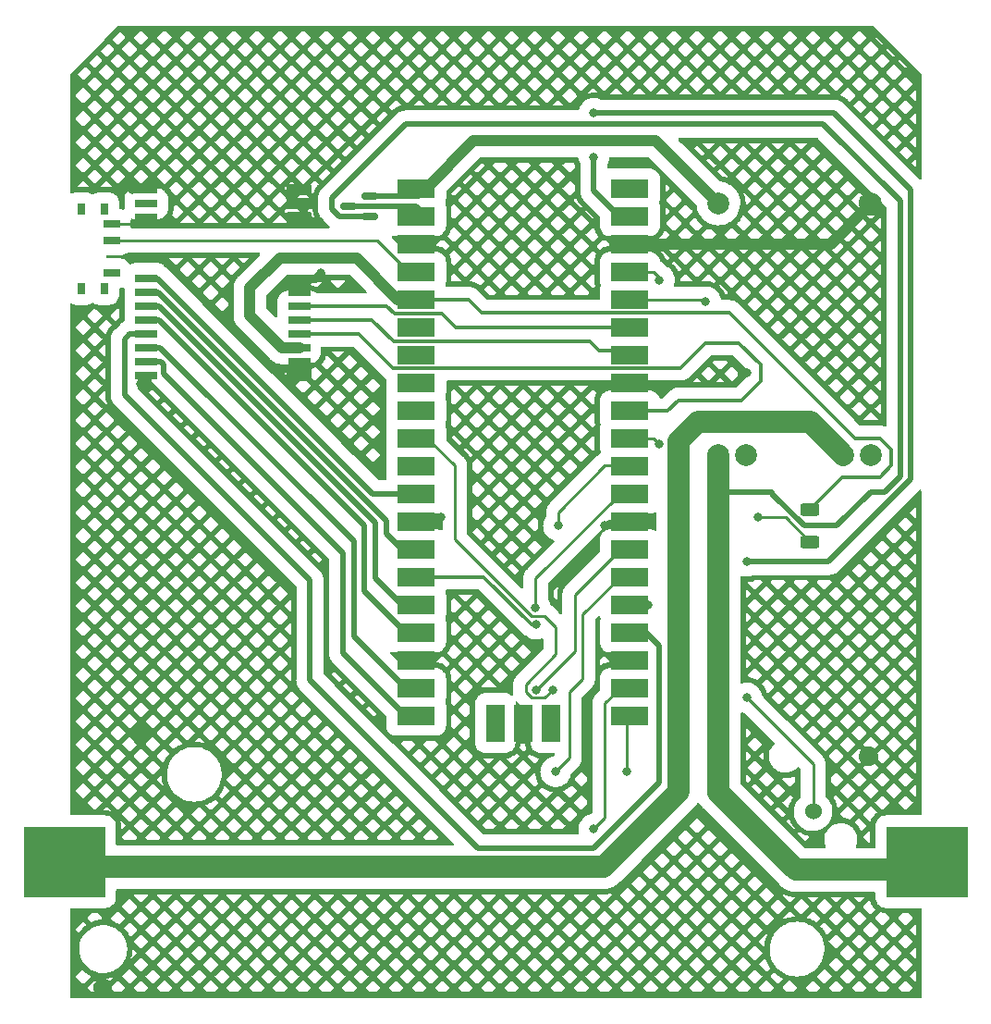
<source format=gbr>
%TF.GenerationSoftware,KiCad,Pcbnew,(6.0.6)*%
%TF.CreationDate,2022-11-03T15:56:01+01:00*%
%TF.ProjectId,Wasbeer-communicator,57617362-6565-4722-9d63-6f6d6d756e69,rev?*%
%TF.SameCoordinates,Original*%
%TF.FileFunction,Copper,L2,Bot*%
%TF.FilePolarity,Positive*%
%FSLAX46Y46*%
G04 Gerber Fmt 4.6, Leading zero omitted, Abs format (unit mm)*
G04 Created by KiCad (PCBNEW (6.0.6)) date 2022-11-03 15:56:01*
%MOMM*%
%LPD*%
G01*
G04 APERTURE LIST*
G04 Aperture macros list*
%AMRoundRect*
0 Rectangle with rounded corners*
0 $1 Rounding radius*
0 $2 $3 $4 $5 $6 $7 $8 $9 X,Y pos of 4 corners*
0 Add a 4 corners polygon primitive as box body*
4,1,4,$2,$3,$4,$5,$6,$7,$8,$9,$2,$3,0*
0 Add four circle primitives for the rounded corners*
1,1,$1+$1,$2,$3*
1,1,$1+$1,$4,$5*
1,1,$1+$1,$6,$7*
1,1,$1+$1,$8,$9*
0 Add four rect primitives between the rounded corners*
20,1,$1+$1,$2,$3,$4,$5,0*
20,1,$1+$1,$4,$5,$6,$7,0*
20,1,$1+$1,$6,$7,$8,$9,0*
20,1,$1+$1,$8,$9,$2,$3,0*%
G04 Aperture macros list end*
%TA.AperFunction,SMDPad,CuDef*%
%ADD10R,0.800000X1.000000*%
%TD*%
%TA.AperFunction,SMDPad,CuDef*%
%ADD11R,1.500000X0.700000*%
%TD*%
%TA.AperFunction,ComponentPad*%
%ADD12C,1.524000*%
%TD*%
%TA.AperFunction,SMDPad,CuDef*%
%ADD13R,2.000000X0.800000*%
%TD*%
%TA.AperFunction,SMDPad,CuDef*%
%ADD14R,7.460000X6.470000*%
%TD*%
%TA.AperFunction,ComponentPad*%
%ADD15C,2.000000*%
%TD*%
%TA.AperFunction,SMDPad,CuDef*%
%ADD16R,3.500000X1.700000*%
%TD*%
%TA.AperFunction,SMDPad,CuDef*%
%ADD17R,1.700000X3.500000*%
%TD*%
%TA.AperFunction,SMDPad,CuDef*%
%ADD18RoundRect,0.150000X0.587500X0.150000X-0.587500X0.150000X-0.587500X-0.150000X0.587500X-0.150000X0*%
%TD*%
%TA.AperFunction,SMDPad,CuDef*%
%ADD19RoundRect,0.250000X-0.625000X0.312500X-0.625000X-0.312500X0.625000X-0.312500X0.625000X0.312500X0*%
%TD*%
%TA.AperFunction,ViaPad*%
%ADD20C,0.800000*%
%TD*%
%TA.AperFunction,Conductor*%
%ADD21C,0.508000*%
%TD*%
%TA.AperFunction,Conductor*%
%ADD22C,0.250000*%
%TD*%
%TA.AperFunction,Conductor*%
%ADD23C,0.304800*%
%TD*%
%TA.AperFunction,Conductor*%
%ADD24C,0.762000*%
%TD*%
%TA.AperFunction,Conductor*%
%ADD25C,1.000000*%
%TD*%
%TA.AperFunction,Conductor*%
%ADD26C,2.000000*%
%TD*%
G04 APERTURE END LIST*
D10*
%TO.P,SW2,*%
%TO.N,*%
X94137500Y-62737500D03*
X94137500Y-70037500D03*
X92037500Y-62737500D03*
X92037500Y-70037500D03*
D11*
%TO.P,SW2,1,A*%
%TO.N,unconnected-(SW2-Pad1)*%
X94837500Y-68637500D03*
%TO.P,SW2,2,B*%
%TO.N,/EN^{PWR}*%
X94837500Y-65637500D03*
%TO.P,SW2,3,C*%
%TO.N,GND*%
X94837500Y-64137500D03*
%TD*%
D12*
%TO.P,SW1,1,1*%
%TO.N,/BigBtn*%
X159080000Y-117920000D03*
%TO.P,SW1,2,2*%
%TO.N,GND*%
X164160000Y-112840000D03*
%TD*%
D13*
%TO.P,IC1,1,GND*%
%TO.N,GND*%
X112000000Y-61000000D03*
%TO.P,IC1,2,GND*%
X112000000Y-62270000D03*
%TO.P,IC1,3,GND*%
X112000000Y-63540000D03*
%TO.P,IC1,4,GND*%
X112000000Y-69110000D03*
%TO.P,IC1,5,GND*%
X112000000Y-70380000D03*
%TO.P,IC1,6,RXEN*%
%TO.N,/RX_{EN}*%
X112000000Y-71650000D03*
%TO.P,IC1,7,TXEN*%
%TO.N,/TX_{EN}*%
X112000000Y-72920000D03*
%TO.P,IC1,8,DIO2*%
%TO.N,/DIO2*%
X112000000Y-74190000D03*
%TO.P,IC1,9,VCC*%
%TO.N,+3.3V*%
X112000000Y-75460000D03*
%TO.P,IC1,10,GND*%
%TO.N,GND*%
X112000000Y-76730000D03*
%TO.P,IC1,11,GND*%
X112000000Y-78000000D03*
%TO.P,IC1,12,GND*%
X98000000Y-78000000D03*
%TO.P,IC1,13,DIO1*%
%TO.N,Net-(IC1-Pad13)*%
X98000000Y-76730000D03*
%TO.P,IC1,14,BUSY*%
%TO.N,Net-(IC1-Pad14)*%
X98000000Y-75460000D03*
%TO.P,IC1,15,NRST*%
%TO.N,/~{RST}*%
X98000000Y-74190000D03*
%TO.P,IC1,16,MISO*%
%TO.N,Net-(IC1-Pad16)*%
X98000000Y-72920000D03*
%TO.P,IC1,17,MOSI*%
%TO.N,Net-(IC1-Pad17)*%
X98000000Y-71650000D03*
%TO.P,IC1,18,SCK*%
%TO.N,Net-(IC1-Pad18)*%
X98000000Y-70380000D03*
%TO.P,IC1,19,NSS*%
%TO.N,Net-(IC1-Pad19)*%
X98000000Y-69110000D03*
%TO.P,IC1,20,GND*%
%TO.N,GND*%
X98000000Y-63540000D03*
%TO.P,IC1,21,ANT*%
%TO.N,unconnected-(IC1-Pad21)*%
X98000000Y-62270000D03*
%TO.P,IC1,22,GND*%
%TO.N,GND*%
X98000000Y-61000000D03*
%TD*%
D14*
%TO.P,BT1,1,+*%
%TO.N,Net-(BT1-Pad1)*%
X169500000Y-122500000D03*
%TO.P,BT1,2,-*%
%TO.N,Net-(BT1-Pad2)*%
X90500000Y-122500000D03*
%TD*%
D15*
%TO.P,U1,1,Vdc*%
%TO.N,+5V*%
X150405000Y-62245000D03*
%TO.P,U1,2,GND*%
%TO.N,GND*%
X164405000Y-62245000D03*
%TO.P,U1,3,Vout*%
%TO.N,Net-(BT1-Pad1)*%
X150405000Y-85245000D03*
%TO.P,U1,4,GND*%
%TO.N,unconnected-(U1-Pad4)*%
X164405000Y-85245000D03*
%TO.P,U1,5,Vbat+*%
%TO.N,unconnected-(U1-Pad5)*%
X152945000Y-85245000D03*
%TO.P,U1,6,Vbat-*%
%TO.N,Net-(BT1-Pad2)*%
X161865000Y-85245000D03*
%TD*%
D16*
%TO.P,U2,1,GPIO0*%
%TO.N,unconnected-(U2-Pad1)*%
X142290000Y-60870000D03*
%TO.P,U2,2,GPIO1*%
%TO.N,/wifi*%
X142290000Y-63410000D03*
%TO.P,U2,3,GND*%
%TO.N,GND*%
X142290000Y-65950000D03*
%TO.P,U2,4,GPIO2*%
%TO.N,/LED1*%
X142290000Y-68490000D03*
%TO.P,U2,5,GPIO3*%
%TO.N,/LED2*%
X142290000Y-71030000D03*
%TO.P,U2,6,GPIO4*%
%TO.N,/RX_{EN}*%
X142290000Y-73570000D03*
%TO.P,U2,7,GPIO5*%
%TO.N,/TX_{EN}*%
X142290000Y-76110000D03*
%TO.P,U2,8,GND*%
%TO.N,GND*%
X142290000Y-78650000D03*
%TO.P,U2,9,GPIO6*%
%TO.N,/DIO2*%
X142290000Y-81190000D03*
%TO.P,U2,10,GPIO7*%
%TO.N,/LED3*%
X142290000Y-83730000D03*
%TO.P,U2,11,GPIO8*%
%TO.N,/LED4*%
X142290000Y-86270000D03*
%TO.P,U2,12,GPIO9*%
%TO.N,/LED5*%
X142290000Y-88810000D03*
%TO.P,U2,13,GND*%
%TO.N,GND*%
X142290000Y-91350000D03*
%TO.P,U2,14,GPIO10*%
%TO.N,/LED6*%
X142290000Y-93890000D03*
%TO.P,U2,15,GPIO11*%
%TO.N,/LED7*%
X142290000Y-96430000D03*
%TO.P,U2,16,GPIO12*%
%TO.N,/status*%
X142290000Y-98970000D03*
%TO.P,U2,17,GPIO13*%
%TO.N,/~{RST}*%
X142290000Y-101510000D03*
%TO.P,U2,18,GND*%
%TO.N,GND*%
X142290000Y-104050000D03*
%TO.P,U2,19,GPIO14*%
%TO.N,/LED8*%
X142290000Y-106590000D03*
%TO.P,U2,20,GPIO15*%
%TO.N,/LED9*%
X142290000Y-109130000D03*
%TO.P,U2,21,GPIO16*%
%TO.N,Net-(IC1-Pad13)*%
X122710000Y-109130000D03*
%TO.P,U2,22,GPIO17*%
%TO.N,Net-(IC1-Pad14)*%
X122710000Y-106590000D03*
%TO.P,U2,23,GND*%
%TO.N,GND*%
X122710000Y-104050000D03*
%TO.P,U2,24,GPIO18*%
%TO.N,Net-(IC1-Pad16)*%
X122710000Y-101510000D03*
%TO.P,U2,25,GPIO19*%
%TO.N,Net-(IC1-Pad17)*%
X122710000Y-98970000D03*
%TO.P,U2,26,GPIO20*%
%TO.N,/lora*%
X122710000Y-96430000D03*
%TO.P,U2,27,GPIO21*%
%TO.N,Net-(IC1-Pad18)*%
X122710000Y-93890000D03*
%TO.P,U2,28,GND*%
%TO.N,GND*%
X122710000Y-91350000D03*
%TO.P,U2,29,GPIO22*%
%TO.N,Net-(IC1-Pad19)*%
X122710000Y-88810000D03*
%TO.P,U2,30,RUN*%
%TO.N,unconnected-(U2-Pad30)*%
X122710000Y-86270000D03*
%TO.P,U2,31,GPIO26_ADC0*%
%TO.N,/BigBtn*%
X122710000Y-83730000D03*
%TO.P,U2,32,GPIO27_ADC1*%
%TO.N,unconnected-(U2-Pad32)*%
X122710000Y-81190000D03*
%TO.P,U2,33,AGND*%
%TO.N,unconnected-(U2-Pad33)*%
X122710000Y-78650000D03*
%TO.P,U2,34,GPIO28_ADC2*%
%TO.N,unconnected-(U2-Pad34)*%
X122710000Y-76110000D03*
%TO.P,U2,35,ADC_VREF*%
%TO.N,unconnected-(U2-Pad35)*%
X122710000Y-73570000D03*
%TO.P,U2,36,3V3*%
%TO.N,+3.3V*%
X122710000Y-71030000D03*
%TO.P,U2,37,3V3_EN*%
%TO.N,/EN^{PWR}*%
X122710000Y-68490000D03*
%TO.P,U2,38,GND*%
%TO.N,GND*%
X122710000Y-65950000D03*
%TO.P,U2,39,VSYS*%
%TO.N,+BATT*%
X122710000Y-63410000D03*
%TO.P,U2,40,VBUS*%
%TO.N,+5V*%
X122710000Y-60870000D03*
D17*
%TO.P,U2,41,SWCLK*%
%TO.N,unconnected-(U2-Pad41)*%
X135040000Y-109800000D03*
%TO.P,U2,42,GND*%
%TO.N,GND*%
X132500000Y-109800000D03*
%TO.P,U2,43,SWDIO*%
%TO.N,unconnected-(U2-Pad43)*%
X129960000Y-109800000D03*
%TD*%
D18*
%TO.P,Q1,1,G*%
%TO.N,+5V*%
X118437500Y-61550000D03*
%TO.P,Q1,2,S*%
%TO.N,Net-(BT1-Pad1)*%
X118437500Y-63450000D03*
%TO.P,Q1,3,D*%
%TO.N,+BATT*%
X116562500Y-62500000D03*
%TD*%
D19*
%TO.P,R1,1*%
%TO.N,+3.3V*%
X158750000Y-90287500D03*
%TO.P,R1,2*%
%TO.N,Net-(D10-Pad2)*%
X158750000Y-93212500D03*
%TD*%
D20*
%TO.N,GND*%
X97500000Y-78750000D03*
X125000000Y-91000000D03*
X97500000Y-67250000D03*
X94000000Y-134000000D03*
X97500000Y-111000000D03*
X140000000Y-91750000D03*
X153000000Y-77750000D03*
X114000000Y-68599500D03*
X96750000Y-61000000D03*
%TO.N,/status*%
X144000000Y-99000000D03*
%TO.N,/wifi*%
X153000000Y-95000000D03*
X139000000Y-58000000D03*
X139000000Y-54000000D03*
%TO.N,/BigBtn*%
X153000000Y-107500000D03*
X135250000Y-106750000D03*
%TO.N,/lora*%
X133750000Y-100750000D03*
%TO.N,/LED1*%
X145000000Y-69250000D03*
%TO.N,/LED2*%
X149250000Y-71250000D03*
%TO.N,/LED3*%
X145000000Y-84250000D03*
%TO.N,/LED4*%
X135750000Y-91750000D03*
%TO.N,/LED5*%
X133660605Y-99275500D03*
%TO.N,/LED6*%
X133750000Y-106750000D03*
%TO.N,/LED7*%
X135500000Y-114250000D03*
%TO.N,/LED8*%
X139000000Y-119500000D03*
%TO.N,/LED9*%
X142000000Y-114250000D03*
%TO.N,Net-(D10-Pad2)*%
X154000000Y-91000000D03*
%TD*%
D21*
%TO.N,/~{RST}*%
X143760000Y-101510000D02*
X141390000Y-101510000D01*
X145000000Y-102750000D02*
X143760000Y-101510000D01*
X145000000Y-115254000D02*
X145000000Y-102750000D01*
X128379000Y-121254000D02*
X139000000Y-121254000D01*
X113000000Y-96750000D02*
X113000000Y-105875000D01*
X96000000Y-79750000D02*
X113000000Y-96750000D01*
X113000000Y-105875000D02*
X128379000Y-121254000D01*
X139000000Y-121254000D02*
X145000000Y-115254000D01*
X96000000Y-74682000D02*
X96000000Y-79750000D01*
X96492000Y-74190000D02*
X96000000Y-74682000D01*
X98000000Y-74190000D02*
X96492000Y-74190000D01*
D22*
%TO.N,GND*%
X97402500Y-64137500D02*
X98000000Y-63540000D01*
X94837500Y-64137500D02*
X97402500Y-64137500D01*
D23*
%TO.N,+3.3V*%
X161750000Y-87287500D02*
X158750000Y-90287500D01*
X161750000Y-87287500D02*
X165212500Y-87287500D01*
D21*
%TO.N,Net-(BT1-Pad1)*%
X115708683Y-63450000D02*
X118437500Y-63450000D01*
X115008683Y-62750000D02*
X115708683Y-63450000D01*
X115000000Y-62750000D02*
X115008683Y-62750000D01*
X115000000Y-61750000D02*
X115000000Y-62750000D01*
X121750000Y-55000000D02*
X115000000Y-61750000D01*
X160000000Y-55000000D02*
X121750000Y-55000000D01*
X167042000Y-62042000D02*
X160000000Y-55000000D01*
X164345000Y-88655000D02*
X165595000Y-88655000D01*
X161250000Y-91750000D02*
X164345000Y-88655000D01*
X165595000Y-88655000D02*
X167042000Y-87208000D01*
X167042000Y-87208000D02*
X167042000Y-62042000D01*
X158250000Y-91750000D02*
X161250000Y-91750000D01*
X155345000Y-88655000D02*
X155345000Y-88845000D01*
X150405000Y-88655000D02*
X155345000Y-88655000D01*
X155345000Y-88845000D02*
X158250000Y-91750000D01*
D22*
%TO.N,Net-(D10-Pad2)*%
X156537500Y-91000000D02*
X158750000Y-93212500D01*
X154000000Y-91000000D02*
X156537500Y-91000000D01*
%TO.N,/EN^{PWR}*%
X122000000Y-68490000D02*
X123610000Y-68490000D01*
X119147500Y-65637500D02*
X122000000Y-68490000D01*
X94837500Y-65637500D02*
X119147500Y-65637500D01*
D24*
%TO.N,GND*%
X113489500Y-69110000D02*
X112000000Y-69110000D01*
D25*
X141390000Y-65950000D02*
X160700000Y-65950000D01*
D23*
X141390000Y-91350000D02*
X140400000Y-91350000D01*
X140400000Y-91350000D02*
X140000000Y-91750000D01*
D25*
X160700000Y-65950000D02*
X164405000Y-62245000D01*
D24*
X114000000Y-68599500D02*
X113489500Y-69110000D01*
D23*
%TO.N,/RX_{EN}*%
X126320000Y-73570000D02*
X141390000Y-73570000D01*
X120025200Y-71650000D02*
X120742800Y-72367600D01*
X125117600Y-72367600D02*
X126320000Y-73570000D01*
X120742800Y-72367600D02*
X125117600Y-72367600D01*
X112000000Y-71650000D02*
X120025200Y-71650000D01*
%TO.N,/TX_{EN}*%
X112000000Y-72920000D02*
X118670000Y-72920000D01*
X118670000Y-72920000D02*
X120657600Y-74907600D01*
X120657600Y-74907600D02*
X138657600Y-74907600D01*
X138657600Y-74907600D02*
X139500000Y-75750000D01*
X141030000Y-75750000D02*
X141390000Y-76110000D01*
X139500000Y-75750000D02*
X141030000Y-75750000D01*
%TO.N,/DIO2*%
X152250000Y-75000000D02*
X154250000Y-77000000D01*
X112000000Y-74190000D02*
X117440000Y-74190000D01*
X154250000Y-78500000D02*
X152500000Y-80250000D01*
X152500000Y-80250000D02*
X146750000Y-80250000D01*
X146750000Y-80250000D02*
X145750000Y-81250000D01*
X141450000Y-81250000D02*
X141390000Y-81190000D01*
X117440000Y-74190000D02*
X120562400Y-77312400D01*
X120562400Y-77312400D02*
X146937600Y-77312400D01*
X146937600Y-77312400D02*
X149250000Y-75000000D01*
X154250000Y-77000000D02*
X154250000Y-78500000D01*
X149250000Y-75000000D02*
X152250000Y-75000000D01*
X145750000Y-81250000D02*
X141450000Y-81250000D01*
D25*
%TO.N,+3.3V*%
X107500000Y-72500000D02*
X107500000Y-70000000D01*
X121030000Y-71030000D02*
X123610000Y-71030000D01*
D23*
X166250000Y-84750000D02*
X166250000Y-86250000D01*
D25*
X107500000Y-70000000D02*
X110250000Y-67250000D01*
D23*
X165250000Y-83750000D02*
X166250000Y-84750000D01*
X166250000Y-86250000D02*
X165212500Y-87287500D01*
X127530000Y-71030000D02*
X128750000Y-72250000D01*
X151435945Y-72250000D02*
X162935945Y-83750000D01*
X162935945Y-83750000D02*
X165250000Y-83750000D01*
X128750000Y-72250000D02*
X151435945Y-72250000D01*
D25*
X110250000Y-67250000D02*
X117250000Y-67250000D01*
X112000000Y-75460000D02*
X110460000Y-75460000D01*
D23*
X123610000Y-71030000D02*
X127530000Y-71030000D01*
D25*
X110460000Y-75460000D02*
X107500000Y-72500000D01*
X117250000Y-67250000D02*
X121030000Y-71030000D01*
D21*
%TO.N,Net-(IC1-Pad13)*%
X99338000Y-76730000D02*
X98000000Y-76730000D01*
X116000000Y-94250000D02*
X99604000Y-77854000D01*
X99604000Y-77854000D02*
X99604000Y-76996000D01*
X116000000Y-103388000D02*
X116000000Y-94250000D01*
X99604000Y-76996000D02*
X99338000Y-76730000D01*
X123610000Y-109130000D02*
X121742000Y-109130000D01*
X121742000Y-109130000D02*
X116000000Y-103388000D01*
%TO.N,Net-(IC1-Pad14)*%
X117000000Y-101848000D02*
X117000000Y-93178604D01*
X123610000Y-106590000D02*
X121742000Y-106590000D01*
X117000000Y-93178604D02*
X99281396Y-75460000D01*
X99281396Y-75460000D02*
X98000000Y-75460000D01*
X121742000Y-106590000D02*
X117000000Y-101848000D01*
%TO.N,Net-(IC1-Pad16)*%
X118000000Y-91712690D02*
X99207310Y-72920000D01*
X123610000Y-101510000D02*
X121764624Y-101510000D01*
X121764624Y-101510000D02*
X118000000Y-97745376D01*
X118000000Y-97745376D02*
X118000000Y-91712690D01*
X99207310Y-72920000D02*
X98000000Y-72920000D01*
%TO.N,Net-(IC1-Pad17)*%
X121442000Y-98970000D02*
X123610000Y-98970000D01*
X119000000Y-96528000D02*
X121442000Y-98970000D01*
X119000000Y-91499294D02*
X119000000Y-96528000D01*
X99150706Y-71650000D02*
X98000000Y-71650000D01*
X99150706Y-71650000D02*
X119000000Y-91499294D01*
%TO.N,Net-(IC1-Pad18)*%
X121442000Y-93890000D02*
X120000000Y-92448000D01*
X120000000Y-92448000D02*
X120000000Y-91285898D01*
X120000000Y-91285898D02*
X99094102Y-70380000D01*
X123610000Y-93890000D02*
X121442000Y-93890000D01*
X99094102Y-70380000D02*
X98000000Y-70380000D01*
%TO.N,Net-(IC1-Pad19)*%
X123610000Y-88810000D02*
X118737498Y-88810000D01*
X99037498Y-69110000D02*
X98000000Y-69110000D01*
X118737498Y-88810000D02*
X99037498Y-69110000D01*
%TO.N,/wifi*%
X139000000Y-58000000D02*
X139000000Y-61088000D01*
X139000000Y-61088000D02*
X141322000Y-63410000D01*
X141322000Y-63410000D02*
X141390000Y-63410000D01*
X153000000Y-95000000D02*
X160500000Y-95000000D01*
X161000000Y-54000000D02*
X139000000Y-54000000D01*
X168000000Y-61000000D02*
X161000000Y-54000000D01*
X160500000Y-95000000D02*
X168000000Y-87500000D01*
X168000000Y-87500000D02*
X168000000Y-61000000D01*
D22*
%TO.N,/BigBtn*%
X134500000Y-100000000D02*
X133250000Y-100000000D01*
X135250000Y-106750000D02*
X134500000Y-107500000D01*
X126250000Y-93000000D02*
X126250000Y-86250000D01*
X135500000Y-103500000D02*
X135500000Y-101000000D01*
X159080000Y-113580000D02*
X153000000Y-107500000D01*
X132750000Y-107000000D02*
X132750000Y-106250000D01*
X135500000Y-101000000D02*
X134500000Y-100000000D01*
X133250000Y-100000000D02*
X126250000Y-93000000D01*
X134500000Y-107500000D02*
X133250000Y-107500000D01*
X123730000Y-83730000D02*
X123610000Y-83730000D01*
X159080000Y-117920000D02*
X159080000Y-113580000D01*
X132750000Y-106250000D02*
X135500000Y-103500000D01*
X126250000Y-86250000D02*
X123730000Y-83730000D01*
X133250000Y-107500000D02*
X132750000Y-107000000D01*
D21*
%TO.N,+5V*%
X118437500Y-61550000D02*
X122930000Y-61550000D01*
X122930000Y-61550000D02*
X123610000Y-60870000D01*
D25*
X127980000Y-56500000D02*
X123610000Y-60870000D01*
X150405000Y-62245000D02*
X144660000Y-56500000D01*
X144660000Y-56500000D02*
X127980000Y-56500000D01*
D26*
%TO.N,Net-(BT1-Pad2)*%
X146750000Y-84000000D02*
X146750000Y-116125000D01*
X148500000Y-82250000D02*
X146750000Y-84000000D01*
X161865000Y-85245000D02*
X158870000Y-82250000D01*
X146750000Y-116125000D02*
X139875000Y-123000000D01*
X91000000Y-123000000D02*
X90999500Y-122999500D01*
X158870000Y-82250000D02*
X148500000Y-82250000D01*
X139875000Y-123000000D02*
X91000000Y-123000000D01*
%TO.N,Net-(BT1-Pad1)*%
X157500000Y-123250000D02*
X167751000Y-123250000D01*
X150405000Y-85245000D02*
X150405000Y-88655000D01*
X150405000Y-88655000D02*
X150405000Y-116155000D01*
X167751000Y-123250000D02*
X169000500Y-122000500D01*
X150405000Y-116155000D02*
X157500000Y-123250000D01*
D21*
%TO.N,+BATT*%
X116562500Y-62500000D02*
X122700000Y-62500000D01*
X122700000Y-62500000D02*
X123610000Y-63410000D01*
D23*
%TO.N,/lora*%
X133250000Y-100750000D02*
X128930000Y-96430000D01*
X133750000Y-100750000D02*
X133250000Y-100750000D01*
X128930000Y-96430000D02*
X123610000Y-96430000D01*
D22*
%TO.N,/LED1*%
X145000000Y-69250000D02*
X145000000Y-69000000D01*
X145000000Y-69000000D02*
X144490000Y-68490000D01*
X144490000Y-68490000D02*
X141390000Y-68490000D01*
%TO.N,/LED2*%
X149250000Y-71250000D02*
X149030000Y-71030000D01*
X149030000Y-71030000D02*
X141390000Y-71030000D01*
%TO.N,/LED3*%
X145000000Y-84250000D02*
X144480000Y-83730000D01*
X144480000Y-83730000D02*
X141390000Y-83730000D01*
%TO.N,/LED4*%
X141370000Y-86250000D02*
X141390000Y-86270000D01*
X135750000Y-90500000D02*
X140000000Y-86250000D01*
X135750000Y-91750000D02*
X135750000Y-90500000D01*
X140000000Y-86250000D02*
X141370000Y-86250000D01*
%TO.N,/LED5*%
X133660605Y-96539395D02*
X133660605Y-99275500D01*
X141390000Y-88810000D02*
X133660605Y-96539395D01*
%TO.N,/LED6*%
X137250000Y-103250000D02*
X133750000Y-106750000D01*
X141390000Y-93890000D02*
X137250000Y-98030000D01*
X137250000Y-98030000D02*
X137250000Y-103250000D01*
%TO.N,/LED7*%
X135500000Y-114250000D02*
X136750000Y-113000000D01*
X136750000Y-107000000D02*
X137975000Y-105775000D01*
X137975000Y-105775000D02*
X137975000Y-99845000D01*
X136750000Y-113000000D02*
X136750000Y-107000000D01*
X137975000Y-99845000D02*
X141390000Y-96430000D01*
%TO.N,/LED8*%
X140000000Y-118500000D02*
X140000000Y-107980000D01*
X140000000Y-107980000D02*
X141390000Y-106590000D01*
X139000000Y-119500000D02*
X140000000Y-118500000D01*
%TO.N,/LED9*%
X142000000Y-109740000D02*
X141390000Y-109130000D01*
X142000000Y-114250000D02*
X142000000Y-109740000D01*
%TD*%
%TA.AperFunction,Conductor*%
%TO.N,GND*%
G36*
X148651004Y-117134341D02*
G01*
X148679178Y-117169558D01*
X148679922Y-117170937D01*
X148711607Y-117229660D01*
X148714259Y-117233251D01*
X148714260Y-117233252D01*
X148736187Y-117262939D01*
X148742779Y-117272805D01*
X148764111Y-117308236D01*
X148783927Y-117332576D01*
X148821892Y-117379210D01*
X148825530Y-117383900D01*
X148839443Y-117402737D01*
X148879922Y-117457540D01*
X148883043Y-117460711D01*
X148883047Y-117460715D01*
X148908942Y-117487019D01*
X148913189Y-117491762D01*
X148913260Y-117491698D01*
X148915417Y-117494087D01*
X148917452Y-117496587D01*
X148975375Y-117554510D01*
X148976072Y-117555212D01*
X149047478Y-117627748D01*
X149078666Y-117659430D01*
X149082205Y-117662131D01*
X149085549Y-117665079D01*
X149085375Y-117665277D01*
X149091504Y-117670639D01*
X156064643Y-124643777D01*
X156066718Y-124645901D01*
X156082285Y-124662219D01*
X156150199Y-124733412D01*
X156153695Y-124736168D01*
X156222094Y-124790090D01*
X156226668Y-124793874D01*
X156243269Y-124808279D01*
X156295791Y-124853855D01*
X156330536Y-124876289D01*
X156340194Y-124883191D01*
X156369186Y-124906047D01*
X156369191Y-124906050D01*
X156372680Y-124908801D01*
X156376526Y-124911035D01*
X156376529Y-124911037D01*
X156451834Y-124954777D01*
X156456897Y-124957880D01*
X156530041Y-125005109D01*
X156533789Y-125007529D01*
X156537842Y-125009397D01*
X156537843Y-125009398D01*
X156571350Y-125024845D01*
X156581884Y-125030316D01*
X156617654Y-125051093D01*
X156621772Y-125052761D01*
X156702493Y-125085457D01*
X156707940Y-125087815D01*
X156787013Y-125124268D01*
X156787024Y-125124272D01*
X156791067Y-125126136D01*
X156795337Y-125127413D01*
X156830692Y-125137986D01*
X156841893Y-125141919D01*
X156876099Y-125155774D01*
X156880232Y-125157448D01*
X156919186Y-125167124D01*
X156969053Y-125179511D01*
X156974781Y-125181078D01*
X157062490Y-125207309D01*
X157066887Y-125207970D01*
X157066891Y-125207971D01*
X157103402Y-125213460D01*
X157115044Y-125215776D01*
X157155177Y-125225745D01*
X157191557Y-125229473D01*
X157246222Y-125235074D01*
X157252110Y-125235818D01*
X157338236Y-125248766D01*
X157338241Y-125248766D01*
X157342642Y-125249428D01*
X157347098Y-125249463D01*
X157347099Y-125249463D01*
X157351534Y-125249498D01*
X157384012Y-125249752D01*
X157390369Y-125250104D01*
X157390374Y-125250007D01*
X157393580Y-125250171D01*
X157396790Y-125250500D01*
X157478713Y-125250500D01*
X157479702Y-125250504D01*
X157621473Y-125251617D01*
X157625933Y-125251652D01*
X157630350Y-125251059D01*
X157634798Y-125250779D01*
X157634815Y-125251042D01*
X157642937Y-125250500D01*
X164643500Y-125250500D01*
X164711621Y-125270502D01*
X164758114Y-125324158D01*
X164769500Y-125376500D01*
X164769500Y-125792816D01*
X164780234Y-125913087D01*
X164836259Y-126108470D01*
X164930427Y-126288596D01*
X164934458Y-126293539D01*
X164934459Y-126293540D01*
X164948578Y-126310852D01*
X165058891Y-126446109D01*
X165063831Y-126450138D01*
X165195646Y-126557643D01*
X165216404Y-126574573D01*
X165396530Y-126668741D01*
X165591913Y-126724766D01*
X165623545Y-126727589D01*
X165709391Y-126735251D01*
X165709397Y-126735251D01*
X165712184Y-126735500D01*
X168873500Y-126735500D01*
X168941621Y-126755502D01*
X168988114Y-126809158D01*
X168999500Y-126861500D01*
X168999500Y-134874000D01*
X168979498Y-134942121D01*
X168925842Y-134988614D01*
X168873500Y-135000000D01*
X91126500Y-135000000D01*
X91058379Y-134979998D01*
X91011886Y-134926342D01*
X91000500Y-134874000D01*
X91000500Y-134036053D01*
X92619569Y-134036053D01*
X92641846Y-134089834D01*
X92926011Y-134374000D01*
X93258776Y-134374000D01*
X93253389Y-134363428D01*
X93195164Y-134204321D01*
X93188251Y-134174847D01*
X93184510Y-134140964D01*
X94814296Y-134140964D01*
X95047331Y-134374000D01*
X95788477Y-134374000D01*
X96072640Y-134089836D01*
X96094918Y-134036052D01*
X96862210Y-134036052D01*
X96884488Y-134089836D01*
X97168651Y-134374000D01*
X97909797Y-134374000D01*
X98193962Y-134089834D01*
X98216239Y-134036053D01*
X98983530Y-134036053D01*
X99005807Y-134089834D01*
X99289972Y-134374000D01*
X100031118Y-134374000D01*
X100315281Y-134089836D01*
X100337559Y-134036052D01*
X101104851Y-134036052D01*
X101127129Y-134089836D01*
X101411292Y-134374000D01*
X102152438Y-134374000D01*
X102436601Y-134089836D01*
X102458879Y-134036052D01*
X103226171Y-134036052D01*
X103248449Y-134089837D01*
X103532612Y-134374000D01*
X104273758Y-134374000D01*
X104557923Y-134089834D01*
X104580200Y-134036053D01*
X104580200Y-134036052D01*
X105347492Y-134036052D01*
X105369770Y-134089836D01*
X105653933Y-134374000D01*
X106395079Y-134374000D01*
X106679242Y-134089836D01*
X106701520Y-134036052D01*
X107468812Y-134036052D01*
X107491090Y-134089836D01*
X107775253Y-134374000D01*
X108516399Y-134374000D01*
X108800562Y-134089836D01*
X108822840Y-134036052D01*
X109590132Y-134036052D01*
X109612410Y-134089837D01*
X109896573Y-134374000D01*
X110637719Y-134374000D01*
X110921884Y-134089834D01*
X110944161Y-134036053D01*
X110944161Y-134036052D01*
X111711453Y-134036052D01*
X111733731Y-134089836D01*
X112017894Y-134374000D01*
X112759040Y-134374000D01*
X113043203Y-134089836D01*
X113065481Y-134036052D01*
X113832773Y-134036052D01*
X113855051Y-134089836D01*
X114139214Y-134374000D01*
X114880360Y-134374000D01*
X115164523Y-134089836D01*
X115186801Y-134036052D01*
X115954093Y-134036052D01*
X115976371Y-134089837D01*
X116260534Y-134374000D01*
X117001680Y-134374000D01*
X117285845Y-134089834D01*
X117308122Y-134036053D01*
X117308122Y-134036052D01*
X118075414Y-134036052D01*
X118097692Y-134089836D01*
X118381855Y-134374000D01*
X119123001Y-134374000D01*
X119407164Y-134089836D01*
X119429442Y-134036052D01*
X120196734Y-134036052D01*
X120219012Y-134089836D01*
X120503175Y-134374000D01*
X121244321Y-134374000D01*
X121528484Y-134089836D01*
X121550762Y-134036053D01*
X122318054Y-134036053D01*
X122340331Y-134089834D01*
X122624496Y-134374000D01*
X123365642Y-134374000D01*
X123649805Y-134089837D01*
X123672083Y-134036052D01*
X124439375Y-134036052D01*
X124461653Y-134089836D01*
X124745816Y-134374000D01*
X125486962Y-134374000D01*
X125771125Y-134089836D01*
X125793403Y-134036052D01*
X126560695Y-134036052D01*
X126582973Y-134089836D01*
X126867136Y-134374000D01*
X127608282Y-134374000D01*
X127892445Y-134089836D01*
X127914723Y-134036053D01*
X128682015Y-134036053D01*
X128704292Y-134089834D01*
X128988457Y-134374000D01*
X129729603Y-134374000D01*
X130013766Y-134089837D01*
X130036044Y-134036052D01*
X130803336Y-134036052D01*
X130825614Y-134089836D01*
X131109777Y-134374000D01*
X131850923Y-134374000D01*
X132135086Y-134089836D01*
X132157364Y-134036052D01*
X132924656Y-134036052D01*
X132946934Y-134089836D01*
X133231097Y-134374000D01*
X133972243Y-134374000D01*
X134256406Y-134089836D01*
X134278684Y-134036053D01*
X135045976Y-134036053D01*
X135068253Y-134089834D01*
X135352418Y-134374000D01*
X136093564Y-134374000D01*
X136377727Y-134089837D01*
X136400005Y-134036052D01*
X137167297Y-134036052D01*
X137189575Y-134089836D01*
X137473738Y-134374000D01*
X138214884Y-134374000D01*
X138499047Y-134089836D01*
X138521325Y-134036052D01*
X139288617Y-134036052D01*
X139310895Y-134089836D01*
X139595058Y-134374000D01*
X140336204Y-134374000D01*
X140620369Y-134089834D01*
X140642646Y-134036053D01*
X141409937Y-134036053D01*
X141432214Y-134089834D01*
X141716379Y-134374000D01*
X142457525Y-134374000D01*
X142741688Y-134089836D01*
X142763966Y-134036052D01*
X143531258Y-134036052D01*
X143553536Y-134089836D01*
X143837699Y-134374000D01*
X144578845Y-134374000D01*
X144863008Y-134089836D01*
X144885286Y-134036052D01*
X145652578Y-134036052D01*
X145674856Y-134089836D01*
X145959019Y-134374000D01*
X146700165Y-134374000D01*
X146984330Y-134089834D01*
X147006607Y-134036053D01*
X147773898Y-134036053D01*
X147796175Y-134089834D01*
X148080340Y-134374000D01*
X148821486Y-134374000D01*
X149105649Y-134089836D01*
X149127927Y-134036052D01*
X149895219Y-134036052D01*
X149917497Y-134089836D01*
X150201660Y-134374000D01*
X150942806Y-134374000D01*
X151226969Y-134089836D01*
X151249247Y-134036052D01*
X152016539Y-134036052D01*
X152038817Y-134089836D01*
X152322980Y-134374000D01*
X153064126Y-134374000D01*
X153348291Y-134089834D01*
X153370568Y-134036053D01*
X154137859Y-134036053D01*
X154160136Y-134089834D01*
X154444301Y-134374000D01*
X155185447Y-134374000D01*
X155469610Y-134089836D01*
X155491888Y-134036052D01*
X156259180Y-134036052D01*
X156281458Y-134089836D01*
X156565621Y-134374000D01*
X157306767Y-134374000D01*
X157590930Y-134089836D01*
X157613208Y-134036052D01*
X158380500Y-134036052D01*
X158402778Y-134089836D01*
X158686941Y-134374000D01*
X159428087Y-134374000D01*
X159712252Y-134089834D01*
X159734529Y-134036053D01*
X160501820Y-134036053D01*
X160524097Y-134089834D01*
X160808262Y-134374000D01*
X161549408Y-134374000D01*
X161833571Y-134089836D01*
X161855849Y-134036052D01*
X162623141Y-134036052D01*
X162645419Y-134089836D01*
X162929582Y-134374000D01*
X163670728Y-134374000D01*
X163954891Y-134089836D01*
X163977169Y-134036052D01*
X164744461Y-134036052D01*
X164766739Y-134089836D01*
X165050902Y-134374000D01*
X165792048Y-134374000D01*
X166076213Y-134089834D01*
X166098490Y-134036053D01*
X166865781Y-134036053D01*
X166888058Y-134089834D01*
X167172223Y-134374000D01*
X167913369Y-134374000D01*
X168197532Y-134089836D01*
X168219810Y-134036052D01*
X168197531Y-133982265D01*
X167596583Y-133381317D01*
X167542796Y-133359037D01*
X167489009Y-133381317D01*
X166888061Y-133982265D01*
X166865781Y-134036053D01*
X166098490Y-134036053D01*
X166076210Y-133982265D01*
X165475262Y-133381317D01*
X165421475Y-133359037D01*
X165367688Y-133381317D01*
X164766740Y-133982265D01*
X164744461Y-134036052D01*
X163977169Y-134036052D01*
X163954890Y-133982265D01*
X163353942Y-133381317D01*
X163300155Y-133359037D01*
X163246368Y-133381317D01*
X162645420Y-133982265D01*
X162623141Y-134036052D01*
X161855849Y-134036052D01*
X161833570Y-133982265D01*
X161232622Y-133381317D01*
X161178835Y-133359037D01*
X161125048Y-133381317D01*
X160524100Y-133982265D01*
X160501820Y-134036053D01*
X159734529Y-134036053D01*
X159712249Y-133982265D01*
X159111301Y-133381317D01*
X159057514Y-133359037D01*
X159003727Y-133381317D01*
X158402779Y-133982265D01*
X158380500Y-134036052D01*
X157613208Y-134036052D01*
X157590929Y-133982265D01*
X157057804Y-133449140D01*
X156883605Y-133415910D01*
X156879729Y-133415108D01*
X156864648Y-133411737D01*
X156860799Y-133410813D01*
X156854523Y-133409201D01*
X156281459Y-133982265D01*
X156259180Y-134036052D01*
X155491888Y-134036052D01*
X155469609Y-133982265D01*
X154868661Y-133381317D01*
X154814874Y-133359037D01*
X154761087Y-133381317D01*
X154160139Y-133982265D01*
X154137859Y-134036053D01*
X153370568Y-134036053D01*
X153348288Y-133982265D01*
X152747340Y-133381317D01*
X152693553Y-133359037D01*
X152639766Y-133381317D01*
X152038818Y-133982265D01*
X152016539Y-134036052D01*
X151249247Y-134036052D01*
X151226968Y-133982265D01*
X150626020Y-133381317D01*
X150572233Y-133359037D01*
X150518446Y-133381317D01*
X149917498Y-133982265D01*
X149895219Y-134036052D01*
X149127927Y-134036052D01*
X149105648Y-133982265D01*
X148504700Y-133381317D01*
X148450913Y-133359037D01*
X148397126Y-133381317D01*
X147796178Y-133982265D01*
X147773898Y-134036053D01*
X147006607Y-134036053D01*
X146984327Y-133982265D01*
X146383379Y-133381317D01*
X146329592Y-133359037D01*
X146275805Y-133381317D01*
X145674857Y-133982265D01*
X145652578Y-134036052D01*
X144885286Y-134036052D01*
X144863007Y-133982265D01*
X144262059Y-133381317D01*
X144208272Y-133359037D01*
X144154485Y-133381317D01*
X143553537Y-133982265D01*
X143531258Y-134036052D01*
X142763966Y-134036052D01*
X142741687Y-133982265D01*
X142140739Y-133381317D01*
X142086952Y-133359037D01*
X142033165Y-133381317D01*
X141432217Y-133982265D01*
X141409937Y-134036053D01*
X140642646Y-134036053D01*
X140620366Y-133982265D01*
X140019418Y-133381317D01*
X139965631Y-133359037D01*
X139911844Y-133381317D01*
X139310896Y-133982265D01*
X139288617Y-134036052D01*
X138521325Y-134036052D01*
X138499046Y-133982265D01*
X137898098Y-133381317D01*
X137844311Y-133359037D01*
X137790524Y-133381317D01*
X137189576Y-133982265D01*
X137167297Y-134036052D01*
X136400005Y-134036052D01*
X136377727Y-133982267D01*
X135776773Y-133381314D01*
X135722992Y-133359037D01*
X135669204Y-133381317D01*
X135068256Y-133982265D01*
X135045976Y-134036053D01*
X134278684Y-134036053D01*
X134278684Y-134036052D01*
X134256405Y-133982265D01*
X133655457Y-133381317D01*
X133601670Y-133359037D01*
X133547883Y-133381317D01*
X132946935Y-133982265D01*
X132924656Y-134036052D01*
X132157364Y-134036052D01*
X132135085Y-133982265D01*
X131534137Y-133381317D01*
X131480350Y-133359037D01*
X131426563Y-133381317D01*
X130825615Y-133982265D01*
X130803336Y-134036052D01*
X130036044Y-134036052D01*
X130013766Y-133982267D01*
X129412812Y-133381314D01*
X129359031Y-133359037D01*
X129305243Y-133381317D01*
X128704295Y-133982265D01*
X128682015Y-134036053D01*
X127914723Y-134036053D01*
X127914723Y-134036052D01*
X127892444Y-133982265D01*
X127291496Y-133381317D01*
X127237709Y-133359037D01*
X127183922Y-133381317D01*
X126582974Y-133982265D01*
X126560695Y-134036052D01*
X125793403Y-134036052D01*
X125771124Y-133982265D01*
X125170176Y-133381317D01*
X125116389Y-133359037D01*
X125062602Y-133381317D01*
X124461654Y-133982265D01*
X124439375Y-134036052D01*
X123672083Y-134036052D01*
X123649805Y-133982267D01*
X123048851Y-133381314D01*
X122995070Y-133359037D01*
X122941282Y-133381317D01*
X122340334Y-133982265D01*
X122318054Y-134036053D01*
X121550762Y-134036053D01*
X121550762Y-134036052D01*
X121528483Y-133982265D01*
X120927535Y-133381317D01*
X120873748Y-133359037D01*
X120819961Y-133381317D01*
X120219013Y-133982265D01*
X120196734Y-134036052D01*
X119429442Y-134036052D01*
X119407163Y-133982265D01*
X118806215Y-133381317D01*
X118752428Y-133359037D01*
X118698641Y-133381317D01*
X118097693Y-133982265D01*
X118075414Y-134036052D01*
X117308122Y-134036052D01*
X117285842Y-133982265D01*
X116684894Y-133381317D01*
X116631106Y-133359037D01*
X116577325Y-133381314D01*
X115976371Y-133982267D01*
X115954093Y-134036052D01*
X115186801Y-134036052D01*
X115164522Y-133982265D01*
X114563574Y-133381317D01*
X114509787Y-133359037D01*
X114456000Y-133381317D01*
X113855052Y-133982265D01*
X113832773Y-134036052D01*
X113065481Y-134036052D01*
X113043202Y-133982265D01*
X112442254Y-133381317D01*
X112388467Y-133359037D01*
X112334680Y-133381317D01*
X111733732Y-133982265D01*
X111711453Y-134036052D01*
X110944161Y-134036052D01*
X110921881Y-133982265D01*
X110320933Y-133381317D01*
X110267145Y-133359037D01*
X110213364Y-133381314D01*
X109612410Y-133982267D01*
X109590132Y-134036052D01*
X108822840Y-134036052D01*
X108800561Y-133982265D01*
X108199613Y-133381317D01*
X108145826Y-133359037D01*
X108092039Y-133381317D01*
X107491091Y-133982265D01*
X107468812Y-134036052D01*
X106701520Y-134036052D01*
X106679241Y-133982265D01*
X106078293Y-133381317D01*
X106024506Y-133359037D01*
X105970719Y-133381317D01*
X105369771Y-133982265D01*
X105347492Y-134036052D01*
X104580200Y-134036052D01*
X104557920Y-133982265D01*
X103956972Y-133381317D01*
X103903184Y-133359037D01*
X103849403Y-133381314D01*
X103248449Y-133982267D01*
X103226171Y-134036052D01*
X102458879Y-134036052D01*
X102436600Y-133982265D01*
X101835652Y-133381317D01*
X101781865Y-133359037D01*
X101728078Y-133381317D01*
X101127130Y-133982265D01*
X101104851Y-134036052D01*
X100337559Y-134036052D01*
X100315280Y-133982265D01*
X99714332Y-133381317D01*
X99660545Y-133359037D01*
X99606758Y-133381317D01*
X99005810Y-133982265D01*
X98983530Y-134036053D01*
X98216239Y-134036053D01*
X98193959Y-133982265D01*
X97593011Y-133381317D01*
X97539224Y-133359037D01*
X97485437Y-133381317D01*
X96884489Y-133982265D01*
X96862210Y-134036052D01*
X96094918Y-134036052D01*
X96072639Y-133982265D01*
X95471691Y-133381317D01*
X95417904Y-133359037D01*
X95364117Y-133381317D01*
X94822709Y-133922725D01*
X94830228Y-133984863D01*
X94831134Y-134001322D01*
X94830979Y-134016089D01*
X94829729Y-134032520D01*
X94814296Y-134140964D01*
X93184510Y-134140964D01*
X93169659Y-134006443D01*
X93169976Y-133976170D01*
X93192090Y-133808193D01*
X93199619Y-133778869D01*
X93261164Y-133621015D01*
X93275470Y-133594334D01*
X93372891Y-133455718D01*
X93393149Y-133433220D01*
X93398023Y-133428969D01*
X93350371Y-133381317D01*
X93296584Y-133359037D01*
X93242797Y-133381317D01*
X92641849Y-133982265D01*
X92619569Y-134036053D01*
X91000500Y-134036053D01*
X91000500Y-132975390D01*
X91558909Y-132975390D01*
X91581189Y-133029178D01*
X92182137Y-133630126D01*
X92235925Y-133652406D01*
X92289706Y-133630129D01*
X92727882Y-133191954D01*
X94173773Y-133191954D01*
X94283396Y-133219490D01*
X94311659Y-133230340D01*
X94461393Y-133309620D01*
X94486253Y-133326898D01*
X94606829Y-133434328D01*
X95011979Y-133029178D01*
X95015935Y-133019628D01*
X94799059Y-133094304D01*
X94795085Y-133095599D01*
X94779495Y-133100395D01*
X94775484Y-133101557D01*
X94759367Y-133105936D01*
X94755317Y-133106964D01*
X94739441Y-133110717D01*
X94735359Y-133111611D01*
X94449453Y-133169260D01*
X94445342Y-133170018D01*
X94429254Y-133172710D01*
X94425125Y-133173331D01*
X94408570Y-133175540D01*
X94404417Y-133176024D01*
X94388184Y-133177644D01*
X94384022Y-133177990D01*
X94173773Y-133191954D01*
X92727882Y-133191954D01*
X92890660Y-133029176D01*
X92912938Y-132975391D01*
X95801550Y-132975391D01*
X95823829Y-133029178D01*
X96424777Y-133630126D01*
X96478564Y-133652406D01*
X96532351Y-133630126D01*
X97133299Y-133029178D01*
X97155578Y-132975391D01*
X97155578Y-132975390D01*
X97922870Y-132975390D01*
X97945150Y-133029178D01*
X98546098Y-133630126D01*
X98599886Y-133652406D01*
X98653667Y-133630129D01*
X99254621Y-133029176D01*
X99276899Y-132975391D01*
X100044191Y-132975391D01*
X100066470Y-133029178D01*
X100667418Y-133630126D01*
X100721205Y-133652406D01*
X100774992Y-133630126D01*
X101375940Y-133029178D01*
X101398219Y-132975391D01*
X102165511Y-132975391D01*
X102187790Y-133029178D01*
X102788738Y-133630126D01*
X102842525Y-133652406D01*
X102896312Y-133630126D01*
X103497260Y-133029178D01*
X103519539Y-132975391D01*
X103519539Y-132975390D01*
X104286831Y-132975390D01*
X104309111Y-133029178D01*
X104910059Y-133630126D01*
X104963847Y-133652406D01*
X105017628Y-133630129D01*
X105618582Y-133029176D01*
X105640860Y-132975391D01*
X106408152Y-132975391D01*
X106430431Y-133029178D01*
X107031379Y-133630126D01*
X107085166Y-133652406D01*
X107138953Y-133630126D01*
X107739901Y-133029178D01*
X107762180Y-132975391D01*
X108529472Y-132975391D01*
X108551751Y-133029178D01*
X109152699Y-133630126D01*
X109206486Y-133652406D01*
X109260273Y-133630126D01*
X109861221Y-133029178D01*
X109883501Y-132975390D01*
X110650792Y-132975390D01*
X110673072Y-133029178D01*
X111274020Y-133630126D01*
X111327807Y-133652406D01*
X111381594Y-133630126D01*
X111982542Y-133029178D01*
X112004821Y-132975391D01*
X112772113Y-132975391D01*
X112794392Y-133029178D01*
X113395340Y-133630126D01*
X113449127Y-133652406D01*
X113502914Y-133630126D01*
X114103862Y-133029178D01*
X114126141Y-132975391D01*
X114893433Y-132975391D01*
X114915712Y-133029178D01*
X115516660Y-133630126D01*
X115570447Y-133652406D01*
X115624234Y-133630126D01*
X116225182Y-133029178D01*
X116247462Y-132975390D01*
X117014753Y-132975390D01*
X117037033Y-133029178D01*
X117637981Y-133630126D01*
X117691768Y-133652406D01*
X117745555Y-133630126D01*
X118346503Y-133029178D01*
X118368782Y-132975391D01*
X119136074Y-132975391D01*
X119158353Y-133029178D01*
X119759301Y-133630126D01*
X119813088Y-133652406D01*
X119866875Y-133630126D01*
X120467823Y-133029178D01*
X120490102Y-132975391D01*
X121257394Y-132975391D01*
X121279673Y-133029178D01*
X121880621Y-133630126D01*
X121934408Y-133652406D01*
X121988195Y-133630126D01*
X122589143Y-133029178D01*
X122611423Y-132975390D01*
X123378714Y-132975390D01*
X123400994Y-133029178D01*
X124001942Y-133630126D01*
X124055729Y-133652406D01*
X124109516Y-133630126D01*
X124710464Y-133029178D01*
X124732743Y-132975391D01*
X125500035Y-132975391D01*
X125522314Y-133029178D01*
X126123262Y-133630126D01*
X126177049Y-133652406D01*
X126230836Y-133630126D01*
X126831784Y-133029178D01*
X126854063Y-132975391D01*
X127621355Y-132975391D01*
X127643634Y-133029178D01*
X128244582Y-133630126D01*
X128298369Y-133652406D01*
X128352156Y-133630126D01*
X128953104Y-133029178D01*
X128975384Y-132975390D01*
X129742675Y-132975390D01*
X129764955Y-133029178D01*
X130365903Y-133630126D01*
X130419690Y-133652406D01*
X130473477Y-133630126D01*
X131074425Y-133029178D01*
X131096704Y-132975391D01*
X131863996Y-132975391D01*
X131886275Y-133029178D01*
X132487223Y-133630126D01*
X132541010Y-133652406D01*
X132594797Y-133630126D01*
X133195745Y-133029178D01*
X133218024Y-132975391D01*
X133985316Y-132975391D01*
X134007594Y-133029176D01*
X134608548Y-133630129D01*
X134662329Y-133652406D01*
X134716117Y-133630126D01*
X135317065Y-133029178D01*
X135339345Y-132975391D01*
X136106637Y-132975391D01*
X136128916Y-133029178D01*
X136729864Y-133630126D01*
X136783651Y-133652406D01*
X136837438Y-133630126D01*
X137438386Y-133029178D01*
X137460665Y-132975391D01*
X138227957Y-132975391D01*
X138250236Y-133029178D01*
X138851184Y-133630126D01*
X138904971Y-133652406D01*
X138958758Y-133630126D01*
X139559706Y-133029178D01*
X139581985Y-132975391D01*
X140349277Y-132975391D01*
X140371555Y-133029176D01*
X140972509Y-133630129D01*
X141026290Y-133652406D01*
X141080078Y-133630126D01*
X141681026Y-133029178D01*
X141703306Y-132975391D01*
X142470598Y-132975391D01*
X142492877Y-133029178D01*
X143093825Y-133630126D01*
X143147612Y-133652406D01*
X143201399Y-133630126D01*
X143802347Y-133029178D01*
X143824626Y-132975391D01*
X144591918Y-132975391D01*
X144614197Y-133029178D01*
X145215145Y-133630126D01*
X145268932Y-133652406D01*
X145322719Y-133630126D01*
X145923667Y-133029178D01*
X145945946Y-132975391D01*
X146713238Y-132975391D01*
X146735516Y-133029176D01*
X147336470Y-133630129D01*
X147390251Y-133652406D01*
X147444039Y-133630126D01*
X148044987Y-133029178D01*
X148067267Y-132975391D01*
X148834559Y-132975391D01*
X148856838Y-133029178D01*
X149457786Y-133630126D01*
X149511573Y-133652406D01*
X149565360Y-133630126D01*
X150166308Y-133029178D01*
X150188587Y-132975391D01*
X150955879Y-132975391D01*
X150978158Y-133029178D01*
X151579106Y-133630126D01*
X151632893Y-133652406D01*
X151686680Y-133630126D01*
X152287628Y-133029178D01*
X152309907Y-132975391D01*
X153077199Y-132975391D01*
X153099477Y-133029176D01*
X153700431Y-133630129D01*
X153754212Y-133652406D01*
X153807998Y-133630127D01*
X154408950Y-133029176D01*
X154431228Y-132975391D01*
X155198520Y-132975391D01*
X155220799Y-133029178D01*
X155821747Y-133630126D01*
X155875534Y-133652406D01*
X155929321Y-133630126D01*
X156338957Y-133220490D01*
X156180955Y-133146140D01*
X156177405Y-133144401D01*
X156163634Y-133137385D01*
X156160130Y-133135530D01*
X156146264Y-133127907D01*
X156142824Y-133125945D01*
X156129524Y-133118079D01*
X156126152Y-133116012D01*
X155860496Y-132947422D01*
X155857190Y-132945251D01*
X155844420Y-132936573D01*
X155841185Y-132934300D01*
X155828383Y-132925000D01*
X155825216Y-132922622D01*
X155812992Y-132913141D01*
X155809898Y-132910663D01*
X155567467Y-132710106D01*
X155564457Y-132707535D01*
X155552858Y-132697309D01*
X155549927Y-132694642D01*
X155538393Y-132683810D01*
X155535550Y-132681054D01*
X155524630Y-132670133D01*
X155521880Y-132667295D01*
X155499229Y-132643175D01*
X155220798Y-132921607D01*
X155198520Y-132975391D01*
X154431228Y-132975391D01*
X154408950Y-132921606D01*
X153808000Y-132320656D01*
X153754213Y-132298377D01*
X153700428Y-132320655D01*
X153099477Y-132921606D01*
X153077199Y-132975391D01*
X152309907Y-132975391D01*
X152287629Y-132921607D01*
X151686678Y-132320655D01*
X151632893Y-132298376D01*
X151579108Y-132320655D01*
X150978157Y-132921607D01*
X150955879Y-132975391D01*
X150188587Y-132975391D01*
X150166309Y-132921607D01*
X149565358Y-132320655D01*
X149511573Y-132298376D01*
X149457788Y-132320655D01*
X148856837Y-132921607D01*
X148834559Y-132975391D01*
X148067267Y-132975391D01*
X148067267Y-132975390D01*
X148044990Y-132921609D01*
X147444037Y-132320655D01*
X147390252Y-132298377D01*
X147336467Y-132320655D01*
X146735516Y-132921606D01*
X146713238Y-132975391D01*
X145945946Y-132975391D01*
X145923668Y-132921607D01*
X145322717Y-132320655D01*
X145268932Y-132298376D01*
X145215147Y-132320655D01*
X144614196Y-132921607D01*
X144591918Y-132975391D01*
X143824626Y-132975391D01*
X143802348Y-132921607D01*
X143201397Y-132320655D01*
X143147612Y-132298376D01*
X143093827Y-132320655D01*
X142492876Y-132921607D01*
X142470598Y-132975391D01*
X141703306Y-132975391D01*
X141703306Y-132975390D01*
X141681029Y-132921609D01*
X141080076Y-132320655D01*
X141026291Y-132298377D01*
X140972506Y-132320655D01*
X140371555Y-132921606D01*
X140349277Y-132975391D01*
X139581985Y-132975391D01*
X139559707Y-132921607D01*
X138958756Y-132320655D01*
X138904971Y-132298376D01*
X138851186Y-132320655D01*
X138250235Y-132921607D01*
X138227957Y-132975391D01*
X137460665Y-132975391D01*
X137438387Y-132921607D01*
X136837436Y-132320655D01*
X136783651Y-132298376D01*
X136729866Y-132320655D01*
X136128915Y-132921607D01*
X136106637Y-132975391D01*
X135339345Y-132975391D01*
X135339345Y-132975390D01*
X135317068Y-132921609D01*
X134716115Y-132320655D01*
X134662330Y-132298377D01*
X134608545Y-132320655D01*
X134007594Y-132921606D01*
X133985316Y-132975391D01*
X133218024Y-132975391D01*
X133195746Y-132921607D01*
X132594795Y-132320655D01*
X132541010Y-132298376D01*
X132487225Y-132320655D01*
X131886274Y-132921607D01*
X131863996Y-132975391D01*
X131096704Y-132975391D01*
X131074426Y-132921607D01*
X130473475Y-132320655D01*
X130419690Y-132298376D01*
X130365905Y-132320655D01*
X129764952Y-132921609D01*
X129742675Y-132975390D01*
X128975384Y-132975390D01*
X128953107Y-132921609D01*
X128352154Y-132320655D01*
X128298369Y-132298376D01*
X128244584Y-132320655D01*
X127643633Y-132921607D01*
X127621355Y-132975391D01*
X126854063Y-132975391D01*
X126831785Y-132921607D01*
X126230834Y-132320655D01*
X126177049Y-132298376D01*
X126123264Y-132320655D01*
X125522313Y-132921607D01*
X125500035Y-132975391D01*
X124732743Y-132975391D01*
X124710465Y-132921607D01*
X124109514Y-132320655D01*
X124055729Y-132298376D01*
X124001944Y-132320655D01*
X123400991Y-132921609D01*
X123378714Y-132975390D01*
X122611423Y-132975390D01*
X122589146Y-132921609D01*
X121988193Y-132320655D01*
X121934408Y-132298376D01*
X121880623Y-132320655D01*
X121279672Y-132921607D01*
X121257394Y-132975391D01*
X120490102Y-132975391D01*
X120467824Y-132921607D01*
X119866873Y-132320655D01*
X119813088Y-132298376D01*
X119759303Y-132320655D01*
X119158352Y-132921607D01*
X119136074Y-132975391D01*
X118368782Y-132975391D01*
X118346504Y-132921607D01*
X117745553Y-132320655D01*
X117691768Y-132298376D01*
X117637983Y-132320655D01*
X117037030Y-132921609D01*
X117014753Y-132975390D01*
X116247462Y-132975390D01*
X116225185Y-132921609D01*
X115624232Y-132320655D01*
X115570447Y-132298376D01*
X115516662Y-132320655D01*
X114915711Y-132921607D01*
X114893433Y-132975391D01*
X114126141Y-132975391D01*
X114103863Y-132921607D01*
X113502912Y-132320655D01*
X113449127Y-132298376D01*
X113395342Y-132320655D01*
X112794391Y-132921607D01*
X112772113Y-132975391D01*
X112004821Y-132975391D01*
X111982543Y-132921607D01*
X111381592Y-132320655D01*
X111327807Y-132298376D01*
X111274022Y-132320655D01*
X110673069Y-132921609D01*
X110650792Y-132975390D01*
X109883501Y-132975390D01*
X109861224Y-132921609D01*
X109260271Y-132320655D01*
X109206486Y-132298376D01*
X109152701Y-132320655D01*
X108551750Y-132921607D01*
X108529472Y-132975391D01*
X107762180Y-132975391D01*
X107739902Y-132921607D01*
X107138951Y-132320655D01*
X107085166Y-132298376D01*
X107031381Y-132320655D01*
X106430430Y-132921607D01*
X106408152Y-132975391D01*
X105640860Y-132975391D01*
X105618582Y-132921606D01*
X105017631Y-132320655D01*
X104963846Y-132298377D01*
X104910061Y-132320655D01*
X104309108Y-132921609D01*
X104286831Y-132975390D01*
X103519539Y-132975390D01*
X103497261Y-132921607D01*
X102896310Y-132320655D01*
X102842525Y-132298376D01*
X102788740Y-132320655D01*
X102187789Y-132921607D01*
X102165511Y-132975391D01*
X101398219Y-132975391D01*
X101375941Y-132921607D01*
X100774990Y-132320655D01*
X100721205Y-132298376D01*
X100667420Y-132320655D01*
X100066469Y-132921607D01*
X100044191Y-132975391D01*
X99276899Y-132975391D01*
X99254621Y-132921606D01*
X98653670Y-132320655D01*
X98599885Y-132298377D01*
X98546100Y-132320655D01*
X97945147Y-132921609D01*
X97922870Y-132975390D01*
X97155578Y-132975390D01*
X97133300Y-132921607D01*
X96532349Y-132320655D01*
X96478564Y-132298376D01*
X96424779Y-132320655D01*
X95823828Y-132921607D01*
X95801550Y-132975391D01*
X92912938Y-132975391D01*
X92893696Y-132928936D01*
X92822827Y-132897086D01*
X92819045Y-132895311D01*
X92804403Y-132888138D01*
X92800685Y-132886239D01*
X92785939Y-132878399D01*
X92782282Y-132876377D01*
X92768134Y-132868242D01*
X92764545Y-132866098D01*
X92516665Y-132712406D01*
X92513147Y-132710143D01*
X92499569Y-132701087D01*
X92496132Y-132698711D01*
X92482552Y-132688988D01*
X92479201Y-132686504D01*
X92466266Y-132676579D01*
X92462992Y-132673979D01*
X92237617Y-132488854D01*
X92234430Y-132486147D01*
X92222184Y-132475388D01*
X92219098Y-132472585D01*
X92206923Y-132461153D01*
X92203926Y-132458244D01*
X92192403Y-132446682D01*
X92189498Y-132443669D01*
X92126588Y-132376206D01*
X91581186Y-132921609D01*
X91558909Y-132975390D01*
X91000500Y-132975390D01*
X91000500Y-130546082D01*
X91860069Y-130546082D01*
X91885488Y-130836632D01*
X91949112Y-131121268D01*
X91950556Y-131125193D01*
X91950557Y-131125196D01*
X91970931Y-131180571D01*
X92049822Y-131394989D01*
X92051766Y-131398677D01*
X92051770Y-131398685D01*
X92138453Y-131563093D01*
X92185848Y-131652986D01*
X92188268Y-131656391D01*
X92352377Y-131887316D01*
X92352382Y-131887322D01*
X92354801Y-131890726D01*
X92357650Y-131893781D01*
X92547183Y-132097030D01*
X92553713Y-132104033D01*
X92779088Y-132289158D01*
X93026968Y-132442850D01*
X93292997Y-132562408D01*
X93462774Y-132613021D01*
X93568503Y-132644540D01*
X93568505Y-132644540D01*
X93572502Y-132645732D01*
X93576622Y-132646385D01*
X93576624Y-132646385D01*
X93691473Y-132664575D01*
X93860571Y-132691358D01*
X93902032Y-132693241D01*
X93950366Y-132695436D01*
X93950385Y-132695436D01*
X93951785Y-132695500D01*
X94133986Y-132695500D01*
X94136078Y-132695361D01*
X94136080Y-132695361D01*
X94346848Y-132681362D01*
X94351019Y-132681085D01*
X94355113Y-132680260D01*
X94355117Y-132680259D01*
X94523111Y-132646385D01*
X94636925Y-132623436D01*
X94912695Y-132528481D01*
X95173484Y-132397887D01*
X95337379Y-132286504D01*
X95411251Y-132236301D01*
X95411254Y-132236299D01*
X95414710Y-132233950D01*
X95525155Y-132135201D01*
X95629022Y-132042334D01*
X95629028Y-132042328D01*
X95632136Y-132039549D01*
X95739118Y-131914731D01*
X96862209Y-131914731D01*
X96884489Y-131968518D01*
X97485437Y-132569466D01*
X97539224Y-132591746D01*
X97593011Y-132569466D01*
X98193959Y-131968518D01*
X98216239Y-131914731D01*
X98983530Y-131914731D01*
X99005810Y-131968518D01*
X99606758Y-132569466D01*
X99660545Y-132591746D01*
X99714332Y-132569466D01*
X100315280Y-131968518D01*
X100337560Y-131914731D01*
X101104850Y-131914731D01*
X101127130Y-131968518D01*
X101728078Y-132569466D01*
X101781865Y-132591746D01*
X101835652Y-132569466D01*
X102436600Y-131968518D01*
X102458880Y-131914731D01*
X103226170Y-131914731D01*
X103248449Y-131968516D01*
X103849401Y-132569467D01*
X103903185Y-132591745D01*
X103956972Y-132569466D01*
X104557920Y-131968518D01*
X104580200Y-131914731D01*
X105347491Y-131914731D01*
X105369771Y-131968518D01*
X105970719Y-132569466D01*
X106024506Y-132591746D01*
X106078293Y-132569466D01*
X106679241Y-131968518D01*
X106701521Y-131914731D01*
X107468811Y-131914731D01*
X107491091Y-131968518D01*
X108092039Y-132569466D01*
X108145826Y-132591746D01*
X108199613Y-132569466D01*
X108800561Y-131968518D01*
X108822841Y-131914731D01*
X109590131Y-131914731D01*
X109612410Y-131968516D01*
X110213362Y-132569467D01*
X110267146Y-132591745D01*
X110320933Y-132569466D01*
X110921881Y-131968518D01*
X110944161Y-131914731D01*
X111711452Y-131914731D01*
X111733732Y-131968518D01*
X112334680Y-132569466D01*
X112388467Y-132591746D01*
X112442254Y-132569466D01*
X113043202Y-131968518D01*
X113065482Y-131914731D01*
X113832772Y-131914731D01*
X113855052Y-131968518D01*
X114456000Y-132569466D01*
X114509787Y-132591746D01*
X114563574Y-132569466D01*
X115164522Y-131968518D01*
X115186802Y-131914731D01*
X115954092Y-131914731D01*
X115976371Y-131968516D01*
X116577323Y-132569467D01*
X116631107Y-132591745D01*
X116684894Y-132569466D01*
X117285842Y-131968518D01*
X117308122Y-131914731D01*
X118075413Y-131914731D01*
X118097693Y-131968518D01*
X118698641Y-132569466D01*
X118752428Y-132591746D01*
X118806215Y-132569466D01*
X119407163Y-131968518D01*
X119429443Y-131914731D01*
X120196733Y-131914731D01*
X120219013Y-131968518D01*
X120819961Y-132569466D01*
X120873748Y-132591746D01*
X120927535Y-132569466D01*
X121528483Y-131968518D01*
X121550763Y-131914731D01*
X122318054Y-131914731D01*
X122340334Y-131968518D01*
X122941282Y-132569466D01*
X122995069Y-132591745D01*
X123048853Y-132569467D01*
X123649805Y-131968516D01*
X123672084Y-131914731D01*
X124439374Y-131914731D01*
X124461654Y-131968518D01*
X125062602Y-132569466D01*
X125116389Y-132591746D01*
X125170176Y-132569466D01*
X125771124Y-131968518D01*
X125793404Y-131914731D01*
X126560694Y-131914731D01*
X126582974Y-131968518D01*
X127183922Y-132569466D01*
X127237709Y-132591746D01*
X127291496Y-132569466D01*
X127892444Y-131968518D01*
X127914724Y-131914731D01*
X128682015Y-131914731D01*
X128704295Y-131968518D01*
X129305243Y-132569466D01*
X129359030Y-132591745D01*
X129412814Y-132569467D01*
X130013766Y-131968516D01*
X130036045Y-131914731D01*
X130803335Y-131914731D01*
X130825615Y-131968518D01*
X131426563Y-132569466D01*
X131480350Y-132591746D01*
X131534137Y-132569466D01*
X132135085Y-131968518D01*
X132157365Y-131914731D01*
X132924655Y-131914731D01*
X132946935Y-131968518D01*
X133547883Y-132569466D01*
X133601670Y-132591746D01*
X133655457Y-132569466D01*
X134256405Y-131968518D01*
X134278685Y-131914731D01*
X135045976Y-131914731D01*
X135068256Y-131968518D01*
X135669204Y-132569466D01*
X135722991Y-132591745D01*
X135776775Y-132569467D01*
X136377727Y-131968516D01*
X136400006Y-131914731D01*
X137167296Y-131914731D01*
X137189576Y-131968518D01*
X137790524Y-132569466D01*
X137844311Y-132591746D01*
X137898098Y-132569466D01*
X138499046Y-131968518D01*
X138521326Y-131914731D01*
X139288616Y-131914731D01*
X139310896Y-131968518D01*
X139911844Y-132569466D01*
X139965631Y-132591746D01*
X140019418Y-132569466D01*
X140620366Y-131968518D01*
X140642646Y-131914731D01*
X141409937Y-131914731D01*
X141432217Y-131968518D01*
X142033165Y-132569466D01*
X142086952Y-132591746D01*
X142140739Y-132569466D01*
X142741687Y-131968518D01*
X142763967Y-131914731D01*
X143531257Y-131914731D01*
X143553537Y-131968518D01*
X144154485Y-132569466D01*
X144208272Y-132591746D01*
X144262059Y-132569466D01*
X144863007Y-131968518D01*
X144885287Y-131914731D01*
X145652577Y-131914731D01*
X145674857Y-131968518D01*
X146275805Y-132569466D01*
X146329592Y-132591746D01*
X146383379Y-132569466D01*
X146984327Y-131968518D01*
X147006607Y-131914731D01*
X147773898Y-131914731D01*
X147796178Y-131968518D01*
X148397126Y-132569466D01*
X148450913Y-132591746D01*
X148504700Y-132569466D01*
X149105648Y-131968518D01*
X149127928Y-131914731D01*
X149895218Y-131914731D01*
X149917498Y-131968518D01*
X150518446Y-132569466D01*
X150572233Y-132591746D01*
X150626020Y-132569466D01*
X151226968Y-131968518D01*
X151249248Y-131914731D01*
X152016538Y-131914731D01*
X152038818Y-131968518D01*
X152639766Y-132569466D01*
X152693553Y-132591746D01*
X152747340Y-132569466D01*
X153348288Y-131968518D01*
X153370568Y-131914731D01*
X154137859Y-131914731D01*
X154160139Y-131968518D01*
X154761087Y-132569466D01*
X154814874Y-132591746D01*
X154868661Y-132569466D01*
X155174790Y-132263337D01*
X155081694Y-132135201D01*
X155079420Y-132131965D01*
X155070737Y-132119189D01*
X155068563Y-132115881D01*
X155060084Y-132102521D01*
X155058015Y-132099145D01*
X155050145Y-132085838D01*
X155048183Y-132082398D01*
X154896605Y-131806680D01*
X154894754Y-131803184D01*
X154887737Y-131789413D01*
X154885995Y-131785856D01*
X154879258Y-131771539D01*
X154877629Y-131767931D01*
X154871492Y-131753749D01*
X154869977Y-131750093D01*
X154754152Y-131457552D01*
X154752751Y-131453844D01*
X154747513Y-131439293D01*
X154746231Y-131435548D01*
X154741342Y-131420499D01*
X154740179Y-131416717D01*
X154735871Y-131401887D01*
X154734827Y-131398073D01*
X154711983Y-131309100D01*
X154160139Y-131860944D01*
X154137859Y-131914731D01*
X153370568Y-131914731D01*
X153348288Y-131860944D01*
X152747340Y-131259996D01*
X152693553Y-131237716D01*
X152639766Y-131259996D01*
X152038818Y-131860944D01*
X152016538Y-131914731D01*
X151249248Y-131914731D01*
X151226968Y-131860944D01*
X150626020Y-131259996D01*
X150572233Y-131237716D01*
X150518446Y-131259996D01*
X149917498Y-131860944D01*
X149895218Y-131914731D01*
X149127928Y-131914731D01*
X149105648Y-131860944D01*
X148504700Y-131259996D01*
X148450913Y-131237716D01*
X148397126Y-131259996D01*
X147796178Y-131860944D01*
X147773898Y-131914731D01*
X147006607Y-131914731D01*
X146984327Y-131860944D01*
X146383379Y-131259996D01*
X146329592Y-131237716D01*
X146275805Y-131259996D01*
X145674857Y-131860944D01*
X145652577Y-131914731D01*
X144885287Y-131914731D01*
X144863007Y-131860944D01*
X144262059Y-131259996D01*
X144208272Y-131237716D01*
X144154485Y-131259996D01*
X143553537Y-131860944D01*
X143531257Y-131914731D01*
X142763967Y-131914731D01*
X142741687Y-131860944D01*
X142140739Y-131259996D01*
X142086952Y-131237716D01*
X142033165Y-131259996D01*
X141432217Y-131860944D01*
X141409937Y-131914731D01*
X140642646Y-131914731D01*
X140620366Y-131860944D01*
X140019418Y-131259996D01*
X139965631Y-131237716D01*
X139911844Y-131259996D01*
X139310896Y-131860944D01*
X139288616Y-131914731D01*
X138521326Y-131914731D01*
X138499046Y-131860944D01*
X137898098Y-131259996D01*
X137844311Y-131237716D01*
X137790524Y-131259996D01*
X137189576Y-131860944D01*
X137167296Y-131914731D01*
X136400006Y-131914731D01*
X136377727Y-131860946D01*
X135776775Y-131259995D01*
X135722991Y-131237717D01*
X135669204Y-131259996D01*
X135068256Y-131860944D01*
X135045976Y-131914731D01*
X134278685Y-131914731D01*
X134256405Y-131860944D01*
X133655457Y-131259996D01*
X133601670Y-131237716D01*
X133547883Y-131259996D01*
X132946935Y-131860944D01*
X132924655Y-131914731D01*
X132157365Y-131914731D01*
X132135085Y-131860944D01*
X131534137Y-131259996D01*
X131480350Y-131237716D01*
X131426563Y-131259996D01*
X130825615Y-131860944D01*
X130803335Y-131914731D01*
X130036045Y-131914731D01*
X130013766Y-131860946D01*
X129412814Y-131259995D01*
X129359030Y-131237717D01*
X129305243Y-131259996D01*
X128704295Y-131860944D01*
X128682015Y-131914731D01*
X127914724Y-131914731D01*
X127892444Y-131860944D01*
X127291496Y-131259996D01*
X127237709Y-131237716D01*
X127183922Y-131259996D01*
X126582974Y-131860944D01*
X126560694Y-131914731D01*
X125793404Y-131914731D01*
X125771124Y-131860944D01*
X125170176Y-131259996D01*
X125116389Y-131237716D01*
X125062602Y-131259996D01*
X124461654Y-131860944D01*
X124439374Y-131914731D01*
X123672084Y-131914731D01*
X123649805Y-131860946D01*
X123048853Y-131259995D01*
X122995069Y-131237717D01*
X122941282Y-131259996D01*
X122340334Y-131860944D01*
X122318054Y-131914731D01*
X121550763Y-131914731D01*
X121528483Y-131860944D01*
X120927535Y-131259996D01*
X120873748Y-131237716D01*
X120819961Y-131259996D01*
X120219013Y-131860944D01*
X120196733Y-131914731D01*
X119429443Y-131914731D01*
X119407163Y-131860944D01*
X118806215Y-131259996D01*
X118752428Y-131237716D01*
X118698641Y-131259996D01*
X118097693Y-131860944D01*
X118075413Y-131914731D01*
X117308122Y-131914731D01*
X117285842Y-131860944D01*
X116684894Y-131259996D01*
X116631107Y-131237717D01*
X116577323Y-131259995D01*
X115976371Y-131860946D01*
X115954092Y-131914731D01*
X115186802Y-131914731D01*
X115164522Y-131860944D01*
X114563574Y-131259996D01*
X114509787Y-131237716D01*
X114456000Y-131259996D01*
X113855052Y-131860944D01*
X113832772Y-131914731D01*
X113065482Y-131914731D01*
X113043202Y-131860944D01*
X112442254Y-131259996D01*
X112388467Y-131237716D01*
X112334680Y-131259996D01*
X111733732Y-131860944D01*
X111711452Y-131914731D01*
X110944161Y-131914731D01*
X110921881Y-131860944D01*
X110320933Y-131259996D01*
X110267146Y-131237717D01*
X110213362Y-131259995D01*
X109612410Y-131860946D01*
X109590131Y-131914731D01*
X108822841Y-131914731D01*
X108800561Y-131860944D01*
X108199613Y-131259996D01*
X108145826Y-131237716D01*
X108092039Y-131259996D01*
X107491091Y-131860944D01*
X107468811Y-131914731D01*
X106701521Y-131914731D01*
X106679241Y-131860944D01*
X106078293Y-131259996D01*
X106024506Y-131237716D01*
X105970719Y-131259996D01*
X105369771Y-131860944D01*
X105347491Y-131914731D01*
X104580200Y-131914731D01*
X104557920Y-131860944D01*
X103956972Y-131259996D01*
X103903185Y-131237717D01*
X103849401Y-131259995D01*
X103248449Y-131860946D01*
X103226170Y-131914731D01*
X102458880Y-131914731D01*
X102436600Y-131860944D01*
X101835652Y-131259996D01*
X101781865Y-131237716D01*
X101728078Y-131259996D01*
X101127130Y-131860944D01*
X101104850Y-131914731D01*
X100337560Y-131914731D01*
X100315280Y-131860944D01*
X99714332Y-131259996D01*
X99660545Y-131237716D01*
X99606758Y-131259996D01*
X99005810Y-131860944D01*
X98983530Y-131914731D01*
X98216239Y-131914731D01*
X98193959Y-131860944D01*
X97593011Y-131259996D01*
X97539224Y-131237716D01*
X97485437Y-131259996D01*
X96884489Y-131860944D01*
X96862209Y-131914731D01*
X95739118Y-131914731D01*
X95821941Y-131818100D01*
X95831628Y-131803184D01*
X95978518Y-131576992D01*
X95978520Y-131576989D01*
X95980790Y-131573493D01*
X96034416Y-131460556D01*
X96580601Y-131460556D01*
X97133299Y-130907858D01*
X97155579Y-130854071D01*
X97922870Y-130854071D01*
X97945150Y-130907858D01*
X98546098Y-131508806D01*
X98599885Y-131531085D01*
X98653669Y-131508807D01*
X99254621Y-130907856D01*
X99276900Y-130854071D01*
X100044190Y-130854071D01*
X100066470Y-130907858D01*
X100667418Y-131508806D01*
X100721205Y-131531086D01*
X100774992Y-131508806D01*
X101375940Y-130907858D01*
X101398220Y-130854071D01*
X102165510Y-130854071D01*
X102187790Y-130907858D01*
X102788738Y-131508806D01*
X102842525Y-131531086D01*
X102896312Y-131508806D01*
X103497260Y-130907858D01*
X103519540Y-130854071D01*
X104286831Y-130854071D01*
X104309111Y-130907858D01*
X104910059Y-131508806D01*
X104963846Y-131531085D01*
X105017630Y-131508807D01*
X105618582Y-130907856D01*
X105640861Y-130854071D01*
X106408151Y-130854071D01*
X106430431Y-130907858D01*
X107031379Y-131508806D01*
X107085166Y-131531086D01*
X107138953Y-131508806D01*
X107739901Y-130907858D01*
X107762181Y-130854071D01*
X108529471Y-130854071D01*
X108551751Y-130907858D01*
X109152699Y-131508806D01*
X109206486Y-131531086D01*
X109260273Y-131508806D01*
X109861221Y-130907858D01*
X109883501Y-130854071D01*
X110650792Y-130854071D01*
X110673072Y-130907858D01*
X111274020Y-131508806D01*
X111327807Y-131531086D01*
X111381594Y-131508806D01*
X111982542Y-130907858D01*
X112004822Y-130854071D01*
X112772112Y-130854071D01*
X112794392Y-130907858D01*
X113395340Y-131508806D01*
X113449127Y-131531086D01*
X113502914Y-131508806D01*
X114103862Y-130907858D01*
X114126142Y-130854071D01*
X114893432Y-130854071D01*
X114915712Y-130907858D01*
X115516660Y-131508806D01*
X115570447Y-131531086D01*
X115624234Y-131508806D01*
X116225182Y-130907858D01*
X116247462Y-130854071D01*
X117014753Y-130854071D01*
X117037033Y-130907858D01*
X117637981Y-131508806D01*
X117691768Y-131531086D01*
X117745555Y-131508806D01*
X118346503Y-130907858D01*
X118368783Y-130854071D01*
X119136073Y-130854071D01*
X119158353Y-130907858D01*
X119759301Y-131508806D01*
X119813088Y-131531086D01*
X119866875Y-131508806D01*
X120467823Y-130907858D01*
X120490103Y-130854071D01*
X121257393Y-130854071D01*
X121279673Y-130907858D01*
X121880621Y-131508806D01*
X121934408Y-131531086D01*
X121988195Y-131508806D01*
X122589143Y-130907858D01*
X122611423Y-130854071D01*
X123378714Y-130854071D01*
X123400994Y-130907858D01*
X124001942Y-131508806D01*
X124055729Y-131531086D01*
X124109516Y-131508806D01*
X124710464Y-130907858D01*
X124732744Y-130854071D01*
X125500034Y-130854071D01*
X125522314Y-130907858D01*
X126123262Y-131508806D01*
X126177049Y-131531086D01*
X126230836Y-131508806D01*
X126831784Y-130907858D01*
X126854064Y-130854071D01*
X127621354Y-130854071D01*
X127643634Y-130907858D01*
X128244582Y-131508806D01*
X128298369Y-131531086D01*
X128352156Y-131508806D01*
X128953104Y-130907858D01*
X128975384Y-130854071D01*
X129742675Y-130854071D01*
X129764955Y-130907858D01*
X130365903Y-131508806D01*
X130419690Y-131531086D01*
X130473477Y-131508806D01*
X131074425Y-130907858D01*
X131096705Y-130854071D01*
X131863995Y-130854071D01*
X131886275Y-130907858D01*
X132487223Y-131508806D01*
X132541010Y-131531086D01*
X132594797Y-131508806D01*
X133195745Y-130907858D01*
X133218025Y-130854071D01*
X133985315Y-130854071D01*
X134007594Y-130907856D01*
X134608546Y-131508807D01*
X134662330Y-131531085D01*
X134716117Y-131508806D01*
X135317065Y-130907858D01*
X135339345Y-130854071D01*
X136106636Y-130854071D01*
X136128916Y-130907858D01*
X136729864Y-131508806D01*
X136783651Y-131531086D01*
X136837438Y-131508806D01*
X137438386Y-130907858D01*
X137460666Y-130854071D01*
X138227956Y-130854071D01*
X138250236Y-130907858D01*
X138851184Y-131508806D01*
X138904971Y-131531086D01*
X138958758Y-131508806D01*
X139559706Y-130907858D01*
X139581986Y-130854071D01*
X140349276Y-130854071D01*
X140371555Y-130907856D01*
X140972507Y-131508807D01*
X141026291Y-131531085D01*
X141080078Y-131508806D01*
X141681026Y-130907858D01*
X141703306Y-130854071D01*
X142470597Y-130854071D01*
X142492877Y-130907858D01*
X143093825Y-131508806D01*
X143147612Y-131531086D01*
X143201399Y-131508806D01*
X143802347Y-130907858D01*
X143824627Y-130854071D01*
X144591917Y-130854071D01*
X144614197Y-130907858D01*
X145215145Y-131508806D01*
X145268932Y-131531086D01*
X145322719Y-131508806D01*
X145923667Y-130907858D01*
X145945947Y-130854071D01*
X146713237Y-130854071D01*
X146735516Y-130907856D01*
X147336468Y-131508807D01*
X147390252Y-131531085D01*
X147444039Y-131508806D01*
X148044987Y-130907858D01*
X148067267Y-130854071D01*
X148834558Y-130854071D01*
X148856838Y-130907858D01*
X149457786Y-131508806D01*
X149511573Y-131531086D01*
X149565360Y-131508806D01*
X150166308Y-130907858D01*
X150188588Y-130854071D01*
X150955878Y-130854071D01*
X150978158Y-130907858D01*
X151579106Y-131508806D01*
X151632893Y-131531086D01*
X151686680Y-131508806D01*
X152287628Y-130907858D01*
X152309908Y-130854071D01*
X153077198Y-130854071D01*
X153099477Y-130907856D01*
X153700429Y-131508807D01*
X153754213Y-131531085D01*
X153807998Y-131508807D01*
X154408950Y-130907856D01*
X154431229Y-130854071D01*
X154408950Y-130800286D01*
X154265982Y-130657318D01*
X155099500Y-130657318D01*
X155138934Y-130969473D01*
X155156094Y-131036308D01*
X155216194Y-131270383D01*
X155216197Y-131270391D01*
X155217181Y-131274225D01*
X155218638Y-131277905D01*
X155218639Y-131277908D01*
X155232853Y-131313808D01*
X155333006Y-131566766D01*
X155484584Y-131842484D01*
X155486912Y-131845688D01*
X155486915Y-131845693D01*
X155667194Y-132093826D01*
X155669522Y-132097030D01*
X155884906Y-132326390D01*
X156127337Y-132526947D01*
X156392993Y-132695537D01*
X156396572Y-132697221D01*
X156396579Y-132697225D01*
X156674095Y-132827814D01*
X156674099Y-132827816D01*
X156677685Y-132829503D01*
X156976921Y-132926731D01*
X157285985Y-132985688D01*
X157379489Y-132991571D01*
X157519422Y-133000375D01*
X157519438Y-133000376D01*
X157521417Y-133000500D01*
X157678583Y-133000500D01*
X157680562Y-133000376D01*
X157680578Y-133000375D01*
X157820511Y-132991571D01*
X157914015Y-132985688D01*
X157967999Y-132975390D01*
X159441160Y-132975390D01*
X159463440Y-133029178D01*
X160064388Y-133630126D01*
X160118176Y-133652406D01*
X160171957Y-133630129D01*
X160772911Y-133029176D01*
X160795189Y-132975391D01*
X161562481Y-132975391D01*
X161584760Y-133029178D01*
X162185708Y-133630126D01*
X162239495Y-133652406D01*
X162293282Y-133630126D01*
X162894230Y-133029178D01*
X162916509Y-132975391D01*
X163683801Y-132975391D01*
X163706080Y-133029178D01*
X164307028Y-133630126D01*
X164360815Y-133652406D01*
X164414602Y-133630126D01*
X165015550Y-133029178D01*
X165037829Y-132975391D01*
X165037829Y-132975390D01*
X165805121Y-132975390D01*
X165827401Y-133029178D01*
X166428349Y-133630126D01*
X166482137Y-133652406D01*
X166535918Y-133630129D01*
X167136872Y-133029176D01*
X167159150Y-132975391D01*
X167926442Y-132975391D01*
X167948721Y-133029178D01*
X168501500Y-133581957D01*
X168501500Y-132368826D01*
X167948720Y-132921607D01*
X167926442Y-132975391D01*
X167159150Y-132975391D01*
X167136872Y-132921606D01*
X166535921Y-132320655D01*
X166482136Y-132298377D01*
X166428351Y-132320655D01*
X165827398Y-132921609D01*
X165805121Y-132975390D01*
X165037829Y-132975390D01*
X165015551Y-132921607D01*
X164414600Y-132320655D01*
X164360815Y-132298376D01*
X164307030Y-132320655D01*
X163706079Y-132921607D01*
X163683801Y-132975391D01*
X162916509Y-132975391D01*
X162894231Y-132921607D01*
X162293280Y-132320655D01*
X162239495Y-132298376D01*
X162185710Y-132320655D01*
X161584759Y-132921607D01*
X161562481Y-132975391D01*
X160795189Y-132975391D01*
X160772911Y-132921606D01*
X160171960Y-132320655D01*
X160118175Y-132298377D01*
X160064390Y-132320655D01*
X159463437Y-132921609D01*
X159441160Y-132975390D01*
X157967999Y-132975390D01*
X158223079Y-132926731D01*
X158522315Y-132829503D01*
X158525901Y-132827816D01*
X158525905Y-132827814D01*
X158803421Y-132697225D01*
X158803428Y-132697221D01*
X158807007Y-132695537D01*
X159072663Y-132526947D01*
X159315094Y-132326390D01*
X159530478Y-132097030D01*
X159532806Y-132093826D01*
X159662926Y-131914731D01*
X160501820Y-131914731D01*
X160524100Y-131968518D01*
X161125048Y-132569466D01*
X161178835Y-132591746D01*
X161232622Y-132569466D01*
X161833570Y-131968518D01*
X161855850Y-131914731D01*
X162623140Y-131914731D01*
X162645420Y-131968518D01*
X163246368Y-132569466D01*
X163300155Y-132591746D01*
X163353942Y-132569466D01*
X163954890Y-131968518D01*
X163977170Y-131914731D01*
X164744460Y-131914731D01*
X164766740Y-131968518D01*
X165367688Y-132569466D01*
X165421475Y-132591746D01*
X165475262Y-132569466D01*
X166076210Y-131968518D01*
X166098490Y-131914731D01*
X166865781Y-131914731D01*
X166888061Y-131968518D01*
X167489009Y-132569466D01*
X167542796Y-132591746D01*
X167596583Y-132569466D01*
X168197531Y-131968518D01*
X168219811Y-131914731D01*
X168197531Y-131860944D01*
X167596583Y-131259996D01*
X167542796Y-131237716D01*
X167489009Y-131259996D01*
X166888061Y-131860944D01*
X166865781Y-131914731D01*
X166098490Y-131914731D01*
X166076210Y-131860944D01*
X165475262Y-131259996D01*
X165421475Y-131237716D01*
X165367688Y-131259996D01*
X164766740Y-131860944D01*
X164744460Y-131914731D01*
X163977170Y-131914731D01*
X163954890Y-131860944D01*
X163353942Y-131259996D01*
X163300155Y-131237716D01*
X163246368Y-131259996D01*
X162645420Y-131860944D01*
X162623140Y-131914731D01*
X161855850Y-131914731D01*
X161833570Y-131860944D01*
X161232622Y-131259996D01*
X161178835Y-131237716D01*
X161125048Y-131259996D01*
X160524100Y-131860944D01*
X160501820Y-131914731D01*
X159662926Y-131914731D01*
X159713085Y-131845693D01*
X159713088Y-131845688D01*
X159715416Y-131842484D01*
X159866994Y-131566766D01*
X159967147Y-131313808D01*
X159981361Y-131277908D01*
X159981362Y-131277905D01*
X159982819Y-131274225D01*
X159983803Y-131270391D01*
X159983806Y-131270383D01*
X160043906Y-131036308D01*
X160061066Y-130969473D01*
X160075645Y-130854071D01*
X161562480Y-130854071D01*
X161584760Y-130907858D01*
X162185708Y-131508806D01*
X162239495Y-131531086D01*
X162293282Y-131508806D01*
X162894230Y-130907858D01*
X162916510Y-130854071D01*
X163683800Y-130854071D01*
X163706080Y-130907858D01*
X164307028Y-131508806D01*
X164360815Y-131531086D01*
X164414602Y-131508806D01*
X165015550Y-130907858D01*
X165037830Y-130854071D01*
X165805121Y-130854071D01*
X165827401Y-130907858D01*
X166428349Y-131508806D01*
X166482136Y-131531085D01*
X166535920Y-131508807D01*
X167136872Y-130907856D01*
X167159151Y-130854071D01*
X167926441Y-130854071D01*
X167948721Y-130907858D01*
X168501500Y-131460637D01*
X168501500Y-130247505D01*
X167948721Y-130800284D01*
X167926441Y-130854071D01*
X167159151Y-130854071D01*
X167136872Y-130800286D01*
X166535920Y-130199335D01*
X166482136Y-130177057D01*
X166428349Y-130199336D01*
X165827401Y-130800284D01*
X165805121Y-130854071D01*
X165037830Y-130854071D01*
X165015550Y-130800284D01*
X164414602Y-130199336D01*
X164360815Y-130177056D01*
X164307028Y-130199336D01*
X163706080Y-130800284D01*
X163683800Y-130854071D01*
X162916510Y-130854071D01*
X162894230Y-130800284D01*
X162293282Y-130199336D01*
X162239495Y-130177056D01*
X162185708Y-130199336D01*
X161584760Y-130800284D01*
X161562480Y-130854071D01*
X160075645Y-130854071D01*
X160100500Y-130657318D01*
X160100500Y-130342682D01*
X160061066Y-130030527D01*
X160021083Y-129874804D01*
X159995395Y-129774755D01*
X160509548Y-129774755D01*
X160529546Y-129852644D01*
X161125048Y-130448146D01*
X161178835Y-130470426D01*
X161232622Y-130448146D01*
X161833570Y-129847198D01*
X161855850Y-129793411D01*
X162623140Y-129793411D01*
X162645420Y-129847198D01*
X163246368Y-130448146D01*
X163300155Y-130470426D01*
X163353942Y-130448146D01*
X163954890Y-129847198D01*
X163977170Y-129793411D01*
X164744460Y-129793411D01*
X164766740Y-129847198D01*
X165367688Y-130448146D01*
X165421475Y-130470426D01*
X165475262Y-130448146D01*
X166076210Y-129847198D01*
X166098490Y-129793411D01*
X166865781Y-129793411D01*
X166888061Y-129847198D01*
X167489009Y-130448146D01*
X167542796Y-130470426D01*
X167596583Y-130448146D01*
X168197531Y-129847198D01*
X168219811Y-129793411D01*
X168197531Y-129739624D01*
X167596583Y-129138676D01*
X167542796Y-129116396D01*
X167489009Y-129138676D01*
X166888061Y-129739624D01*
X166865781Y-129793411D01*
X166098490Y-129793411D01*
X166076210Y-129739624D01*
X165475262Y-129138676D01*
X165421475Y-129116396D01*
X165367688Y-129138676D01*
X164766740Y-129739624D01*
X164744460Y-129793411D01*
X163977170Y-129793411D01*
X163954890Y-129739624D01*
X163353942Y-129138676D01*
X163300155Y-129116396D01*
X163246368Y-129138676D01*
X162645420Y-129739624D01*
X162623140Y-129793411D01*
X161855850Y-129793411D01*
X161833570Y-129739624D01*
X161232622Y-129138676D01*
X161178835Y-129116396D01*
X161125048Y-129138676D01*
X160524099Y-129739625D01*
X160509548Y-129774755D01*
X159995395Y-129774755D01*
X159983806Y-129729617D01*
X159983803Y-129729609D01*
X159982819Y-129725775D01*
X159968645Y-129689974D01*
X159930106Y-129592638D01*
X159866994Y-129433234D01*
X159854093Y-129409766D01*
X159756402Y-129232069D01*
X159715416Y-129157516D01*
X159701728Y-129138675D01*
X159532806Y-128906174D01*
X159532805Y-128906172D01*
X159530478Y-128902970D01*
X159315094Y-128673610D01*
X159270072Y-128636364D01*
X159075715Y-128475578D01*
X159072663Y-128473053D01*
X158958435Y-128400562D01*
X159741842Y-128400562D01*
X159893504Y-128562065D01*
X159896170Y-128564995D01*
X159906391Y-128576589D01*
X159908960Y-128579597D01*
X159919046Y-128591789D01*
X159921521Y-128594878D01*
X159930992Y-128607088D01*
X159933368Y-128610253D01*
X160118306Y-128864799D01*
X160120580Y-128868035D01*
X160129263Y-128880811D01*
X160131437Y-128884119D01*
X160139916Y-128897479D01*
X160141985Y-128900855D01*
X160149855Y-128914162D01*
X160151817Y-128917602D01*
X160303395Y-129193320D01*
X160305246Y-129196816D01*
X160312263Y-129210587D01*
X160314005Y-129214144D01*
X160320742Y-129228461D01*
X160322371Y-129232069D01*
X160323883Y-129235563D01*
X160772911Y-128786536D01*
X160795190Y-128732751D01*
X161562480Y-128732751D01*
X161584760Y-128786538D01*
X162185708Y-129387486D01*
X162239495Y-129409766D01*
X162293282Y-129387486D01*
X162894230Y-128786538D01*
X162916510Y-128732751D01*
X163683800Y-128732751D01*
X163706080Y-128786538D01*
X164307028Y-129387486D01*
X164360815Y-129409766D01*
X164414602Y-129387486D01*
X165015550Y-128786538D01*
X165037830Y-128732751D01*
X165805121Y-128732751D01*
X165827401Y-128786538D01*
X166428349Y-129387486D01*
X166482136Y-129409765D01*
X166535920Y-129387487D01*
X167136872Y-128786536D01*
X167159151Y-128732751D01*
X167926441Y-128732751D01*
X167948721Y-128786538D01*
X168501500Y-129339317D01*
X168501500Y-128126185D01*
X167948721Y-128678964D01*
X167926441Y-128732751D01*
X167159151Y-128732751D01*
X167136872Y-128678966D01*
X166535918Y-128078013D01*
X166482137Y-128055736D01*
X166428349Y-128078016D01*
X165827401Y-128678964D01*
X165805121Y-128732751D01*
X165037830Y-128732751D01*
X165015550Y-128678964D01*
X164414602Y-128078016D01*
X164360815Y-128055736D01*
X164307028Y-128078016D01*
X163706080Y-128678964D01*
X163683800Y-128732751D01*
X162916510Y-128732751D01*
X162894230Y-128678964D01*
X162293282Y-128078016D01*
X162239495Y-128055736D01*
X162185708Y-128078016D01*
X161584760Y-128678964D01*
X161562480Y-128732751D01*
X160795190Y-128732751D01*
X160772911Y-128678966D01*
X160171957Y-128078013D01*
X160118176Y-128055736D01*
X160064388Y-128078016D01*
X159741842Y-128400562D01*
X158958435Y-128400562D01*
X158807007Y-128304463D01*
X158803428Y-128302779D01*
X158803421Y-128302775D01*
X158525905Y-128172186D01*
X158525901Y-128172184D01*
X158522315Y-128170497D01*
X158223079Y-128073269D01*
X157914015Y-128014312D01*
X157812051Y-128007897D01*
X157680578Y-127999625D01*
X157680562Y-127999624D01*
X157678583Y-127999500D01*
X157521417Y-127999500D01*
X157519438Y-127999624D01*
X157519422Y-127999625D01*
X157387949Y-128007897D01*
X157285985Y-128014312D01*
X156976921Y-128073269D01*
X156677685Y-128170497D01*
X156674099Y-128172184D01*
X156674095Y-128172186D01*
X156396579Y-128302775D01*
X156396572Y-128302779D01*
X156392993Y-128304463D01*
X156127337Y-128473053D01*
X156124285Y-128475578D01*
X155929929Y-128636364D01*
X155884906Y-128673610D01*
X155669522Y-128902970D01*
X155667195Y-128906172D01*
X155667194Y-128906174D01*
X155498273Y-129138675D01*
X155484584Y-129157516D01*
X155443598Y-129232069D01*
X155345908Y-129409766D01*
X155333006Y-129433234D01*
X155269894Y-129592638D01*
X155231356Y-129689974D01*
X155217181Y-129725775D01*
X155216197Y-129729609D01*
X155216194Y-129729617D01*
X155178917Y-129874804D01*
X155138934Y-130030527D01*
X155099500Y-130342682D01*
X155099500Y-130657318D01*
X154265982Y-130657318D01*
X153807998Y-130199335D01*
X153754213Y-130177057D01*
X153700429Y-130199335D01*
X153099477Y-130800286D01*
X153077198Y-130854071D01*
X152309908Y-130854071D01*
X152287628Y-130800284D01*
X151686680Y-130199336D01*
X151632893Y-130177056D01*
X151579106Y-130199336D01*
X150978158Y-130800284D01*
X150955878Y-130854071D01*
X150188588Y-130854071D01*
X150166308Y-130800284D01*
X149565360Y-130199336D01*
X149511573Y-130177056D01*
X149457786Y-130199336D01*
X148856838Y-130800284D01*
X148834558Y-130854071D01*
X148067267Y-130854071D01*
X148044987Y-130800284D01*
X147444039Y-130199336D01*
X147390252Y-130177057D01*
X147336468Y-130199335D01*
X146735516Y-130800286D01*
X146713237Y-130854071D01*
X145945947Y-130854071D01*
X145923667Y-130800284D01*
X145322719Y-130199336D01*
X145268932Y-130177056D01*
X145215145Y-130199336D01*
X144614197Y-130800284D01*
X144591917Y-130854071D01*
X143824627Y-130854071D01*
X143802347Y-130800284D01*
X143201399Y-130199336D01*
X143147612Y-130177056D01*
X143093825Y-130199336D01*
X142492877Y-130800284D01*
X142470597Y-130854071D01*
X141703306Y-130854071D01*
X141681026Y-130800284D01*
X141080078Y-130199336D01*
X141026291Y-130177057D01*
X140972507Y-130199335D01*
X140371555Y-130800286D01*
X140349276Y-130854071D01*
X139581986Y-130854071D01*
X139559706Y-130800284D01*
X138958758Y-130199336D01*
X138904971Y-130177056D01*
X138851184Y-130199336D01*
X138250236Y-130800284D01*
X138227956Y-130854071D01*
X137460666Y-130854071D01*
X137438386Y-130800284D01*
X136837438Y-130199336D01*
X136783651Y-130177056D01*
X136729864Y-130199336D01*
X136128916Y-130800284D01*
X136106636Y-130854071D01*
X135339345Y-130854071D01*
X135317065Y-130800284D01*
X134716117Y-130199336D01*
X134662330Y-130177057D01*
X134608546Y-130199335D01*
X134007594Y-130800286D01*
X133985315Y-130854071D01*
X133218025Y-130854071D01*
X133195745Y-130800284D01*
X132594797Y-130199336D01*
X132541010Y-130177056D01*
X132487223Y-130199336D01*
X131886275Y-130800284D01*
X131863995Y-130854071D01*
X131096705Y-130854071D01*
X131074425Y-130800284D01*
X130473477Y-130199336D01*
X130419690Y-130177056D01*
X130365903Y-130199336D01*
X129764955Y-130800284D01*
X129742675Y-130854071D01*
X128975384Y-130854071D01*
X128953104Y-130800284D01*
X128352156Y-130199336D01*
X128298369Y-130177056D01*
X128244582Y-130199336D01*
X127643634Y-130800284D01*
X127621354Y-130854071D01*
X126854064Y-130854071D01*
X126831784Y-130800284D01*
X126230836Y-130199336D01*
X126177049Y-130177056D01*
X126123262Y-130199336D01*
X125522314Y-130800284D01*
X125500034Y-130854071D01*
X124732744Y-130854071D01*
X124710464Y-130800284D01*
X124109516Y-130199336D01*
X124055729Y-130177056D01*
X124001942Y-130199336D01*
X123400994Y-130800284D01*
X123378714Y-130854071D01*
X122611423Y-130854071D01*
X122589143Y-130800284D01*
X121988195Y-130199336D01*
X121934408Y-130177056D01*
X121880621Y-130199336D01*
X121279673Y-130800284D01*
X121257393Y-130854071D01*
X120490103Y-130854071D01*
X120467823Y-130800284D01*
X119866875Y-130199336D01*
X119813088Y-130177056D01*
X119759301Y-130199336D01*
X119158353Y-130800284D01*
X119136073Y-130854071D01*
X118368783Y-130854071D01*
X118346503Y-130800284D01*
X117745555Y-130199336D01*
X117691768Y-130177056D01*
X117637981Y-130199336D01*
X117037033Y-130800284D01*
X117014753Y-130854071D01*
X116247462Y-130854071D01*
X116225182Y-130800284D01*
X115624234Y-130199336D01*
X115570447Y-130177056D01*
X115516660Y-130199336D01*
X114915712Y-130800284D01*
X114893432Y-130854071D01*
X114126142Y-130854071D01*
X114103862Y-130800284D01*
X113502914Y-130199336D01*
X113449127Y-130177056D01*
X113395340Y-130199336D01*
X112794392Y-130800284D01*
X112772112Y-130854071D01*
X112004822Y-130854071D01*
X111982542Y-130800284D01*
X111381594Y-130199336D01*
X111327807Y-130177056D01*
X111274020Y-130199336D01*
X110673072Y-130800284D01*
X110650792Y-130854071D01*
X109883501Y-130854071D01*
X109861221Y-130800284D01*
X109260273Y-130199336D01*
X109206486Y-130177056D01*
X109152699Y-130199336D01*
X108551751Y-130800284D01*
X108529471Y-130854071D01*
X107762181Y-130854071D01*
X107739901Y-130800284D01*
X107138953Y-130199336D01*
X107085166Y-130177056D01*
X107031379Y-130199336D01*
X106430431Y-130800284D01*
X106408151Y-130854071D01*
X105640861Y-130854071D01*
X105618582Y-130800286D01*
X105017630Y-130199335D01*
X104963846Y-130177057D01*
X104910059Y-130199336D01*
X104309111Y-130800284D01*
X104286831Y-130854071D01*
X103519540Y-130854071D01*
X103497260Y-130800284D01*
X102896312Y-130199336D01*
X102842525Y-130177056D01*
X102788738Y-130199336D01*
X102187790Y-130800284D01*
X102165510Y-130854071D01*
X101398220Y-130854071D01*
X101375940Y-130800284D01*
X100774992Y-130199336D01*
X100721205Y-130177056D01*
X100667418Y-130199336D01*
X100066470Y-130800284D01*
X100044190Y-130854071D01*
X99276900Y-130854071D01*
X99254621Y-130800286D01*
X98653669Y-130199335D01*
X98599885Y-130177057D01*
X98546098Y-130199336D01*
X97945150Y-130800284D01*
X97922870Y-130854071D01*
X97155579Y-130854071D01*
X97133299Y-130800284D01*
X96756826Y-130423811D01*
X96757214Y-130430988D01*
X96757370Y-130435163D01*
X96757719Y-130451859D01*
X96757738Y-130456030D01*
X96757539Y-130472330D01*
X96757418Y-130476507D01*
X96744188Y-130767867D01*
X96743930Y-130772038D01*
X96742651Y-130788289D01*
X96742254Y-130792442D01*
X96740393Y-130809040D01*
X96739859Y-130813186D01*
X96737503Y-130829339D01*
X96736831Y-130833467D01*
X96685182Y-131120517D01*
X96684374Y-131124614D01*
X96680953Y-131140573D01*
X96680008Y-131144650D01*
X96675967Y-131160855D01*
X96674889Y-131164892D01*
X96670422Y-131180571D01*
X96669212Y-131184565D01*
X96580601Y-131460556D01*
X96034416Y-131460556D01*
X96105893Y-131310026D01*
X96117388Y-131274225D01*
X96165422Y-131124614D01*
X96195052Y-131032328D01*
X96231576Y-130829339D01*
X96245963Y-130749382D01*
X96245964Y-130749376D01*
X96246701Y-130745278D01*
X96254053Y-130583358D01*
X96259742Y-130458088D01*
X96259742Y-130458083D01*
X96259931Y-130453918D01*
X96234512Y-130163368D01*
X96170888Y-129878732D01*
X96161290Y-129852644D01*
X96139496Y-129793411D01*
X96862209Y-129793411D01*
X96884489Y-129847198D01*
X97485437Y-130448146D01*
X97539224Y-130470426D01*
X97593011Y-130448146D01*
X98193959Y-129847198D01*
X98216239Y-129793411D01*
X98983530Y-129793411D01*
X99005810Y-129847198D01*
X99606758Y-130448146D01*
X99660545Y-130470426D01*
X99714332Y-130448146D01*
X100315280Y-129847198D01*
X100337560Y-129793411D01*
X101104850Y-129793411D01*
X101127130Y-129847198D01*
X101728078Y-130448146D01*
X101781865Y-130470426D01*
X101835652Y-130448146D01*
X102436600Y-129847198D01*
X102458880Y-129793411D01*
X103226170Y-129793411D01*
X103248449Y-129847196D01*
X103849401Y-130448147D01*
X103903185Y-130470425D01*
X103956972Y-130448146D01*
X104557920Y-129847198D01*
X104580200Y-129793411D01*
X105347491Y-129793411D01*
X105369771Y-129847198D01*
X105970719Y-130448146D01*
X106024506Y-130470426D01*
X106078293Y-130448146D01*
X106679241Y-129847198D01*
X106701521Y-129793411D01*
X107468811Y-129793411D01*
X107491091Y-129847198D01*
X108092039Y-130448146D01*
X108145826Y-130470426D01*
X108199613Y-130448146D01*
X108800561Y-129847198D01*
X108822841Y-129793411D01*
X109590131Y-129793411D01*
X109612410Y-129847196D01*
X110213362Y-130448147D01*
X110267146Y-130470425D01*
X110320933Y-130448146D01*
X110921881Y-129847198D01*
X110944161Y-129793411D01*
X111711452Y-129793411D01*
X111733732Y-129847198D01*
X112334680Y-130448146D01*
X112388467Y-130470426D01*
X112442254Y-130448146D01*
X113043202Y-129847198D01*
X113065482Y-129793411D01*
X113832772Y-129793411D01*
X113855052Y-129847198D01*
X114456000Y-130448146D01*
X114509787Y-130470426D01*
X114563574Y-130448146D01*
X115164522Y-129847198D01*
X115186802Y-129793411D01*
X115954092Y-129793411D01*
X115976371Y-129847196D01*
X116577323Y-130448147D01*
X116631107Y-130470425D01*
X116684894Y-130448146D01*
X117285842Y-129847198D01*
X117308122Y-129793411D01*
X118075413Y-129793411D01*
X118097693Y-129847198D01*
X118698641Y-130448146D01*
X118752428Y-130470426D01*
X118806215Y-130448146D01*
X119407163Y-129847198D01*
X119429443Y-129793411D01*
X120196733Y-129793411D01*
X120219013Y-129847198D01*
X120819961Y-130448146D01*
X120873748Y-130470426D01*
X120927535Y-130448146D01*
X121528483Y-129847198D01*
X121550763Y-129793411D01*
X122318054Y-129793411D01*
X122340334Y-129847198D01*
X122941282Y-130448146D01*
X122995069Y-130470425D01*
X123048853Y-130448147D01*
X123649805Y-129847196D01*
X123672084Y-129793411D01*
X124439374Y-129793411D01*
X124461654Y-129847198D01*
X125062602Y-130448146D01*
X125116389Y-130470426D01*
X125170176Y-130448146D01*
X125771124Y-129847198D01*
X125793404Y-129793411D01*
X126560694Y-129793411D01*
X126582974Y-129847198D01*
X127183922Y-130448146D01*
X127237709Y-130470426D01*
X127291496Y-130448146D01*
X127892444Y-129847198D01*
X127914724Y-129793411D01*
X128682015Y-129793411D01*
X128704295Y-129847198D01*
X129305243Y-130448146D01*
X129359030Y-130470425D01*
X129412814Y-130448147D01*
X130013766Y-129847196D01*
X130036045Y-129793411D01*
X130803335Y-129793411D01*
X130825615Y-129847198D01*
X131426563Y-130448146D01*
X131480350Y-130470426D01*
X131534137Y-130448146D01*
X132135085Y-129847198D01*
X132157365Y-129793411D01*
X132924655Y-129793411D01*
X132946935Y-129847198D01*
X133547883Y-130448146D01*
X133601670Y-130470426D01*
X133655457Y-130448146D01*
X134256405Y-129847198D01*
X134278685Y-129793411D01*
X135045976Y-129793411D01*
X135068256Y-129847198D01*
X135669204Y-130448146D01*
X135722991Y-130470425D01*
X135776775Y-130448147D01*
X136377727Y-129847196D01*
X136400006Y-129793411D01*
X137167296Y-129793411D01*
X137189576Y-129847198D01*
X137790524Y-130448146D01*
X137844311Y-130470426D01*
X137898098Y-130448146D01*
X138499046Y-129847198D01*
X138521326Y-129793411D01*
X139288616Y-129793411D01*
X139310896Y-129847198D01*
X139911844Y-130448146D01*
X139965631Y-130470426D01*
X140019418Y-130448146D01*
X140620366Y-129847198D01*
X140642646Y-129793411D01*
X141409937Y-129793411D01*
X141432217Y-129847198D01*
X142033165Y-130448146D01*
X142086952Y-130470426D01*
X142140739Y-130448146D01*
X142741687Y-129847198D01*
X142763967Y-129793411D01*
X143531257Y-129793411D01*
X143553537Y-129847198D01*
X144154485Y-130448146D01*
X144208272Y-130470426D01*
X144262059Y-130448146D01*
X144863007Y-129847198D01*
X144885287Y-129793411D01*
X145652577Y-129793411D01*
X145674857Y-129847198D01*
X146275805Y-130448146D01*
X146329592Y-130470426D01*
X146383379Y-130448146D01*
X146984327Y-129847198D01*
X147006607Y-129793411D01*
X147773898Y-129793411D01*
X147796178Y-129847198D01*
X148397126Y-130448146D01*
X148450913Y-130470426D01*
X148504700Y-130448146D01*
X149105648Y-129847198D01*
X149127928Y-129793411D01*
X149895218Y-129793411D01*
X149917498Y-129847198D01*
X150518446Y-130448146D01*
X150572233Y-130470426D01*
X150626020Y-130448146D01*
X151226968Y-129847198D01*
X151249248Y-129793411D01*
X152016538Y-129793411D01*
X152038818Y-129847198D01*
X152639766Y-130448146D01*
X152693553Y-130470426D01*
X152747340Y-130448146D01*
X153348288Y-129847198D01*
X153370568Y-129793411D01*
X154137859Y-129793411D01*
X154160139Y-129847198D01*
X154604315Y-130291374D01*
X154604993Y-130284198D01*
X154605428Y-130280266D01*
X154644862Y-129968111D01*
X154645419Y-129964197D01*
X154647836Y-129948933D01*
X154648517Y-129945029D01*
X154651482Y-129929486D01*
X154652286Y-129925604D01*
X154655658Y-129910522D01*
X154656581Y-129906679D01*
X154734828Y-129601927D01*
X154735871Y-129598113D01*
X154740179Y-129583283D01*
X154741342Y-129579501D01*
X154746231Y-129564452D01*
X154747513Y-129560707D01*
X154752751Y-129546156D01*
X154754152Y-129542448D01*
X154869977Y-129249907D01*
X154871492Y-129246251D01*
X154877629Y-129232069D01*
X154879258Y-129228461D01*
X154885995Y-129214144D01*
X154887737Y-129210587D01*
X154894754Y-129196816D01*
X154896606Y-129193320D01*
X154906077Y-129176092D01*
X154868661Y-129138676D01*
X154814874Y-129116396D01*
X154761087Y-129138676D01*
X154160139Y-129739624D01*
X154137859Y-129793411D01*
X153370568Y-129793411D01*
X153348288Y-129739624D01*
X152747340Y-129138676D01*
X152693553Y-129116396D01*
X152639766Y-129138676D01*
X152038818Y-129739624D01*
X152016538Y-129793411D01*
X151249248Y-129793411D01*
X151226968Y-129739624D01*
X150626020Y-129138676D01*
X150572233Y-129116396D01*
X150518446Y-129138676D01*
X149917498Y-129739624D01*
X149895218Y-129793411D01*
X149127928Y-129793411D01*
X149105648Y-129739624D01*
X148504700Y-129138676D01*
X148450913Y-129116396D01*
X148397126Y-129138676D01*
X147796178Y-129739624D01*
X147773898Y-129793411D01*
X147006607Y-129793411D01*
X146984327Y-129739624D01*
X146383379Y-129138676D01*
X146329592Y-129116396D01*
X146275805Y-129138676D01*
X145674857Y-129739624D01*
X145652577Y-129793411D01*
X144885287Y-129793411D01*
X144863007Y-129739624D01*
X144262059Y-129138676D01*
X144208272Y-129116396D01*
X144154485Y-129138676D01*
X143553537Y-129739624D01*
X143531257Y-129793411D01*
X142763967Y-129793411D01*
X142741687Y-129739624D01*
X142140739Y-129138676D01*
X142086952Y-129116396D01*
X142033165Y-129138676D01*
X141432217Y-129739624D01*
X141409937Y-129793411D01*
X140642646Y-129793411D01*
X140620366Y-129739624D01*
X140019418Y-129138676D01*
X139965631Y-129116396D01*
X139911844Y-129138676D01*
X139310896Y-129739624D01*
X139288616Y-129793411D01*
X138521326Y-129793411D01*
X138499046Y-129739624D01*
X137898098Y-129138676D01*
X137844311Y-129116396D01*
X137790524Y-129138676D01*
X137189576Y-129739624D01*
X137167296Y-129793411D01*
X136400006Y-129793411D01*
X136377727Y-129739626D01*
X135776775Y-129138675D01*
X135722991Y-129116397D01*
X135669204Y-129138676D01*
X135068256Y-129739624D01*
X135045976Y-129793411D01*
X134278685Y-129793411D01*
X134256405Y-129739624D01*
X133655457Y-129138676D01*
X133601670Y-129116396D01*
X133547883Y-129138676D01*
X132946935Y-129739624D01*
X132924655Y-129793411D01*
X132157365Y-129793411D01*
X132135085Y-129739624D01*
X131534137Y-129138676D01*
X131480350Y-129116396D01*
X131426563Y-129138676D01*
X130825615Y-129739624D01*
X130803335Y-129793411D01*
X130036045Y-129793411D01*
X130013766Y-129739626D01*
X129412814Y-129138675D01*
X129359030Y-129116397D01*
X129305243Y-129138676D01*
X128704295Y-129739624D01*
X128682015Y-129793411D01*
X127914724Y-129793411D01*
X127892444Y-129739624D01*
X127291496Y-129138676D01*
X127237709Y-129116396D01*
X127183922Y-129138676D01*
X126582974Y-129739624D01*
X126560694Y-129793411D01*
X125793404Y-129793411D01*
X125771124Y-129739624D01*
X125170176Y-129138676D01*
X125116389Y-129116396D01*
X125062602Y-129138676D01*
X124461654Y-129739624D01*
X124439374Y-129793411D01*
X123672084Y-129793411D01*
X123649805Y-129739626D01*
X123048853Y-129138675D01*
X122995069Y-129116397D01*
X122941282Y-129138676D01*
X122340334Y-129739624D01*
X122318054Y-129793411D01*
X121550763Y-129793411D01*
X121528483Y-129739624D01*
X120927535Y-129138676D01*
X120873748Y-129116396D01*
X120819961Y-129138676D01*
X120219013Y-129739624D01*
X120196733Y-129793411D01*
X119429443Y-129793411D01*
X119407163Y-129739624D01*
X118806215Y-129138676D01*
X118752428Y-129116396D01*
X118698641Y-129138676D01*
X118097693Y-129739624D01*
X118075413Y-129793411D01*
X117308122Y-129793411D01*
X117285842Y-129739624D01*
X116684894Y-129138676D01*
X116631107Y-129116397D01*
X116577323Y-129138675D01*
X115976371Y-129739626D01*
X115954092Y-129793411D01*
X115186802Y-129793411D01*
X115164522Y-129739624D01*
X114563574Y-129138676D01*
X114509787Y-129116396D01*
X114456000Y-129138676D01*
X113855052Y-129739624D01*
X113832772Y-129793411D01*
X113065482Y-129793411D01*
X113043202Y-129739624D01*
X112442254Y-129138676D01*
X112388467Y-129116396D01*
X112334680Y-129138676D01*
X111733732Y-129739624D01*
X111711452Y-129793411D01*
X110944161Y-129793411D01*
X110921881Y-129739624D01*
X110320933Y-129138676D01*
X110267146Y-129116397D01*
X110213362Y-129138675D01*
X109612410Y-129739626D01*
X109590131Y-129793411D01*
X108822841Y-129793411D01*
X108800561Y-129739624D01*
X108199613Y-129138676D01*
X108145826Y-129116396D01*
X108092039Y-129138676D01*
X107491091Y-129739624D01*
X107468811Y-129793411D01*
X106701521Y-129793411D01*
X106679241Y-129739624D01*
X106078293Y-129138676D01*
X106024506Y-129116396D01*
X105970719Y-129138676D01*
X105369771Y-129739624D01*
X105347491Y-129793411D01*
X104580200Y-129793411D01*
X104557920Y-129739624D01*
X103956972Y-129138676D01*
X103903185Y-129116397D01*
X103849401Y-129138675D01*
X103248449Y-129739626D01*
X103226170Y-129793411D01*
X102458880Y-129793411D01*
X102436600Y-129739624D01*
X101835652Y-129138676D01*
X101781865Y-129116396D01*
X101728078Y-129138676D01*
X101127130Y-129739624D01*
X101104850Y-129793411D01*
X100337560Y-129793411D01*
X100315280Y-129739624D01*
X99714332Y-129138676D01*
X99660545Y-129116396D01*
X99606758Y-129138676D01*
X99005810Y-129739624D01*
X98983530Y-129793411D01*
X98216239Y-129793411D01*
X98193959Y-129739624D01*
X97593011Y-129138676D01*
X97539224Y-129116396D01*
X97485437Y-129138676D01*
X96884489Y-129739624D01*
X96862209Y-129793411D01*
X96139496Y-129793411D01*
X96114611Y-129725775D01*
X96070178Y-129605011D01*
X96068234Y-129601323D01*
X96068230Y-129601315D01*
X95936099Y-129350707D01*
X95934152Y-129347014D01*
X95865142Y-129249907D01*
X95767623Y-129112684D01*
X95767618Y-129112678D01*
X95765199Y-129109274D01*
X95575805Y-128906174D01*
X95569137Y-128899023D01*
X95569135Y-128899021D01*
X95566287Y-128895967D01*
X95340912Y-128710842D01*
X95105032Y-128564590D01*
X95938203Y-128564590D01*
X96129414Y-128769638D01*
X96132215Y-128772744D01*
X96142946Y-128785046D01*
X96145641Y-128788241D01*
X96156196Y-128801184D01*
X96158783Y-128804466D01*
X96168660Y-128817433D01*
X96171132Y-128820793D01*
X96340085Y-129058533D01*
X96342445Y-129061972D01*
X96351447Y-129075571D01*
X96353697Y-129079097D01*
X96362448Y-129093321D01*
X96364580Y-129096918D01*
X96372664Y-129111091D01*
X96374673Y-129114753D01*
X96510699Y-129372750D01*
X96512587Y-129376480D01*
X96519711Y-129391152D01*
X96520323Y-129392468D01*
X96532351Y-129387486D01*
X97133299Y-128786538D01*
X97155579Y-128732751D01*
X97922870Y-128732751D01*
X97945150Y-128786538D01*
X98546098Y-129387486D01*
X98599885Y-129409765D01*
X98653669Y-129387487D01*
X99254621Y-128786536D01*
X99276900Y-128732751D01*
X100044190Y-128732751D01*
X100066470Y-128786538D01*
X100667418Y-129387486D01*
X100721205Y-129409766D01*
X100774992Y-129387486D01*
X101375940Y-128786538D01*
X101398220Y-128732751D01*
X102165510Y-128732751D01*
X102187790Y-128786538D01*
X102788738Y-129387486D01*
X102842525Y-129409766D01*
X102896312Y-129387486D01*
X103497260Y-128786538D01*
X103519540Y-128732751D01*
X104286831Y-128732751D01*
X104309111Y-128786538D01*
X104910059Y-129387486D01*
X104963846Y-129409765D01*
X105017630Y-129387487D01*
X105618582Y-128786536D01*
X105640861Y-128732751D01*
X106408151Y-128732751D01*
X106430431Y-128786538D01*
X107031379Y-129387486D01*
X107085166Y-129409766D01*
X107138953Y-129387486D01*
X107739901Y-128786538D01*
X107762181Y-128732751D01*
X108529471Y-128732751D01*
X108551751Y-128786538D01*
X109152699Y-129387486D01*
X109206486Y-129409766D01*
X109260273Y-129387486D01*
X109861221Y-128786538D01*
X109883501Y-128732751D01*
X110650792Y-128732751D01*
X110673072Y-128786538D01*
X111274020Y-129387486D01*
X111327807Y-129409766D01*
X111381594Y-129387486D01*
X111982542Y-128786538D01*
X112004822Y-128732751D01*
X112772112Y-128732751D01*
X112794392Y-128786538D01*
X113395340Y-129387486D01*
X113449127Y-129409766D01*
X113502914Y-129387486D01*
X114103862Y-128786538D01*
X114126142Y-128732751D01*
X114893432Y-128732751D01*
X114915712Y-128786538D01*
X115516660Y-129387486D01*
X115570447Y-129409766D01*
X115624234Y-129387486D01*
X116225182Y-128786538D01*
X116247462Y-128732751D01*
X117014753Y-128732751D01*
X117037033Y-128786538D01*
X117637981Y-129387486D01*
X117691768Y-129409766D01*
X117745555Y-129387486D01*
X118346503Y-128786538D01*
X118368783Y-128732751D01*
X119136073Y-128732751D01*
X119158353Y-128786538D01*
X119759301Y-129387486D01*
X119813088Y-129409766D01*
X119866875Y-129387486D01*
X120467823Y-128786538D01*
X120490103Y-128732751D01*
X121257393Y-128732751D01*
X121279673Y-128786538D01*
X121880621Y-129387486D01*
X121934408Y-129409766D01*
X121988195Y-129387486D01*
X122589143Y-128786538D01*
X122611423Y-128732751D01*
X123378714Y-128732751D01*
X123400994Y-128786538D01*
X124001942Y-129387486D01*
X124055729Y-129409766D01*
X124109516Y-129387486D01*
X124710464Y-128786538D01*
X124732744Y-128732751D01*
X125500034Y-128732751D01*
X125522314Y-128786538D01*
X126123262Y-129387486D01*
X126177049Y-129409766D01*
X126230836Y-129387486D01*
X126831784Y-128786538D01*
X126854064Y-128732751D01*
X127621354Y-128732751D01*
X127643634Y-128786538D01*
X128244582Y-129387486D01*
X128298369Y-129409766D01*
X128352156Y-129387486D01*
X128953104Y-128786538D01*
X128975384Y-128732751D01*
X129742675Y-128732751D01*
X129764955Y-128786538D01*
X130365903Y-129387486D01*
X130419690Y-129409766D01*
X130473477Y-129387486D01*
X131074425Y-128786538D01*
X131096705Y-128732751D01*
X131863995Y-128732751D01*
X131886275Y-128786538D01*
X132487223Y-129387486D01*
X132541010Y-129409766D01*
X132594797Y-129387486D01*
X133195745Y-128786538D01*
X133218025Y-128732751D01*
X133985315Y-128732751D01*
X134007594Y-128786536D01*
X134608546Y-129387487D01*
X134662330Y-129409765D01*
X134716117Y-129387486D01*
X135317065Y-128786538D01*
X135339345Y-128732751D01*
X136106636Y-128732751D01*
X136128916Y-128786538D01*
X136729864Y-129387486D01*
X136783651Y-129409766D01*
X136837438Y-129387486D01*
X137438386Y-128786538D01*
X137460666Y-128732751D01*
X138227956Y-128732751D01*
X138250236Y-128786538D01*
X138851184Y-129387486D01*
X138904971Y-129409766D01*
X138958758Y-129387486D01*
X139559706Y-128786538D01*
X139581986Y-128732751D01*
X140349276Y-128732751D01*
X140371555Y-128786536D01*
X140972507Y-129387487D01*
X141026291Y-129409765D01*
X141080078Y-129387486D01*
X141681026Y-128786538D01*
X141703306Y-128732751D01*
X142470597Y-128732751D01*
X142492877Y-128786538D01*
X143093825Y-129387486D01*
X143147612Y-129409766D01*
X143201399Y-129387486D01*
X143802347Y-128786538D01*
X143824627Y-128732751D01*
X144591917Y-128732751D01*
X144614197Y-128786538D01*
X145215145Y-129387486D01*
X145268932Y-129409766D01*
X145322719Y-129387486D01*
X145923667Y-128786538D01*
X145945947Y-128732751D01*
X146713237Y-128732751D01*
X146735516Y-128786536D01*
X147336468Y-129387487D01*
X147390252Y-129409765D01*
X147444039Y-129387486D01*
X148044987Y-128786538D01*
X148067267Y-128732751D01*
X148834558Y-128732751D01*
X148856838Y-128786538D01*
X149457786Y-129387486D01*
X149511573Y-129409766D01*
X149565360Y-129387486D01*
X150166308Y-128786538D01*
X150188588Y-128732751D01*
X150955878Y-128732751D01*
X150978158Y-128786538D01*
X151579106Y-129387486D01*
X151632893Y-129409766D01*
X151686680Y-129387486D01*
X152287628Y-128786538D01*
X152309908Y-128732751D01*
X153077198Y-128732751D01*
X153099477Y-128786536D01*
X153700429Y-129387487D01*
X153754213Y-129409765D01*
X153807998Y-129387487D01*
X154408950Y-128786536D01*
X154431229Y-128732751D01*
X154408950Y-128678966D01*
X153807998Y-128078015D01*
X153754212Y-128055736D01*
X153700431Y-128078013D01*
X153099477Y-128678966D01*
X153077198Y-128732751D01*
X152309908Y-128732751D01*
X152287628Y-128678964D01*
X151686680Y-128078016D01*
X151632893Y-128055736D01*
X151579106Y-128078016D01*
X150978158Y-128678964D01*
X150955878Y-128732751D01*
X150188588Y-128732751D01*
X150166308Y-128678964D01*
X149565360Y-128078016D01*
X149511573Y-128055736D01*
X149457786Y-128078016D01*
X148856838Y-128678964D01*
X148834558Y-128732751D01*
X148067267Y-128732751D01*
X148044987Y-128678964D01*
X147444039Y-128078016D01*
X147390251Y-128055736D01*
X147336470Y-128078013D01*
X146735516Y-128678966D01*
X146713237Y-128732751D01*
X145945947Y-128732751D01*
X145923667Y-128678964D01*
X145322719Y-128078016D01*
X145268932Y-128055736D01*
X145215145Y-128078016D01*
X144614197Y-128678964D01*
X144591917Y-128732751D01*
X143824627Y-128732751D01*
X143802347Y-128678964D01*
X143201399Y-128078016D01*
X143147612Y-128055736D01*
X143093825Y-128078016D01*
X142492877Y-128678964D01*
X142470597Y-128732751D01*
X141703306Y-128732751D01*
X141681026Y-128678964D01*
X141080078Y-128078016D01*
X141026290Y-128055736D01*
X140972509Y-128078013D01*
X140371555Y-128678966D01*
X140349276Y-128732751D01*
X139581986Y-128732751D01*
X139559706Y-128678964D01*
X138958758Y-128078016D01*
X138904971Y-128055736D01*
X138851184Y-128078016D01*
X138250236Y-128678964D01*
X138227956Y-128732751D01*
X137460666Y-128732751D01*
X137438386Y-128678964D01*
X136837438Y-128078016D01*
X136783651Y-128055736D01*
X136729864Y-128078016D01*
X136128916Y-128678964D01*
X136106636Y-128732751D01*
X135339345Y-128732751D01*
X135317065Y-128678964D01*
X134716117Y-128078016D01*
X134662329Y-128055736D01*
X134608548Y-128078013D01*
X134007594Y-128678966D01*
X133985315Y-128732751D01*
X133218025Y-128732751D01*
X133195745Y-128678964D01*
X132594797Y-128078016D01*
X132541010Y-128055736D01*
X132487223Y-128078016D01*
X131886275Y-128678964D01*
X131863995Y-128732751D01*
X131096705Y-128732751D01*
X131074425Y-128678964D01*
X130473477Y-128078016D01*
X130419690Y-128055736D01*
X130365903Y-128078016D01*
X129764955Y-128678964D01*
X129742675Y-128732751D01*
X128975384Y-128732751D01*
X128953104Y-128678964D01*
X128352156Y-128078016D01*
X128298369Y-128055736D01*
X128244582Y-128078016D01*
X127643634Y-128678964D01*
X127621354Y-128732751D01*
X126854064Y-128732751D01*
X126831784Y-128678964D01*
X126230836Y-128078016D01*
X126177049Y-128055736D01*
X126123262Y-128078016D01*
X125522314Y-128678964D01*
X125500034Y-128732751D01*
X124732744Y-128732751D01*
X124710464Y-128678964D01*
X124109516Y-128078016D01*
X124055729Y-128055736D01*
X124001942Y-128078016D01*
X123400994Y-128678964D01*
X123378714Y-128732751D01*
X122611423Y-128732751D01*
X122589143Y-128678964D01*
X121988195Y-128078016D01*
X121934408Y-128055736D01*
X121880621Y-128078016D01*
X121279673Y-128678964D01*
X121257393Y-128732751D01*
X120490103Y-128732751D01*
X120467823Y-128678964D01*
X119866875Y-128078016D01*
X119813088Y-128055736D01*
X119759301Y-128078016D01*
X119158353Y-128678964D01*
X119136073Y-128732751D01*
X118368783Y-128732751D01*
X118346503Y-128678964D01*
X117745555Y-128078016D01*
X117691768Y-128055736D01*
X117637981Y-128078016D01*
X117037033Y-128678964D01*
X117014753Y-128732751D01*
X116247462Y-128732751D01*
X116225182Y-128678964D01*
X115624234Y-128078016D01*
X115570447Y-128055736D01*
X115516660Y-128078016D01*
X114915712Y-128678964D01*
X114893432Y-128732751D01*
X114126142Y-128732751D01*
X114103862Y-128678964D01*
X113502914Y-128078016D01*
X113449127Y-128055736D01*
X113395340Y-128078016D01*
X112794392Y-128678964D01*
X112772112Y-128732751D01*
X112004822Y-128732751D01*
X111982542Y-128678964D01*
X111381594Y-128078016D01*
X111327807Y-128055736D01*
X111274020Y-128078016D01*
X110673072Y-128678964D01*
X110650792Y-128732751D01*
X109883501Y-128732751D01*
X109861221Y-128678964D01*
X109260273Y-128078016D01*
X109206486Y-128055736D01*
X109152699Y-128078016D01*
X108551751Y-128678964D01*
X108529471Y-128732751D01*
X107762181Y-128732751D01*
X107739901Y-128678964D01*
X107138953Y-128078016D01*
X107085166Y-128055736D01*
X107031379Y-128078016D01*
X106430431Y-128678964D01*
X106408151Y-128732751D01*
X105640861Y-128732751D01*
X105618582Y-128678966D01*
X105017628Y-128078013D01*
X104963847Y-128055736D01*
X104910059Y-128078016D01*
X104309111Y-128678964D01*
X104286831Y-128732751D01*
X103519540Y-128732751D01*
X103497260Y-128678964D01*
X102896312Y-128078016D01*
X102842525Y-128055736D01*
X102788738Y-128078016D01*
X102187790Y-128678964D01*
X102165510Y-128732751D01*
X101398220Y-128732751D01*
X101375940Y-128678964D01*
X100774992Y-128078016D01*
X100721205Y-128055736D01*
X100667418Y-128078016D01*
X100066470Y-128678964D01*
X100044190Y-128732751D01*
X99276900Y-128732751D01*
X99254621Y-128678966D01*
X98653667Y-128078013D01*
X98599886Y-128055736D01*
X98546098Y-128078016D01*
X97945150Y-128678964D01*
X97922870Y-128732751D01*
X97155579Y-128732751D01*
X97133299Y-128678964D01*
X96532351Y-128078016D01*
X96478564Y-128055736D01*
X96424777Y-128078016D01*
X95938203Y-128564590D01*
X95105032Y-128564590D01*
X95093032Y-128557150D01*
X94827003Y-128437592D01*
X94626861Y-128377927D01*
X94551497Y-128355460D01*
X94551495Y-128355460D01*
X94547498Y-128354268D01*
X94543378Y-128353615D01*
X94543376Y-128353615D01*
X94428527Y-128335425D01*
X94259429Y-128308642D01*
X94217968Y-128306759D01*
X94169634Y-128304564D01*
X94169615Y-128304564D01*
X94168215Y-128304500D01*
X93986014Y-128304500D01*
X93983922Y-128304639D01*
X93983920Y-128304639D01*
X93832470Y-128314698D01*
X93768981Y-128318915D01*
X93764887Y-128319740D01*
X93764883Y-128319741D01*
X93627867Y-128347369D01*
X93483075Y-128376564D01*
X93207305Y-128471519D01*
X93074125Y-128538211D01*
X92972295Y-128589204D01*
X92946516Y-128602113D01*
X92705290Y-128766050D01*
X92702174Y-128768836D01*
X92490978Y-128957666D01*
X92490972Y-128957672D01*
X92487864Y-128960451D01*
X92298059Y-129181900D01*
X92295785Y-129185402D01*
X92295784Y-129185403D01*
X92150082Y-129409766D01*
X92139210Y-129426507D01*
X92014107Y-129689974D01*
X92012828Y-129693957D01*
X92012827Y-129693960D01*
X92001379Y-129729617D01*
X91924948Y-129967672D01*
X91912931Y-130034459D01*
X91874598Y-130247505D01*
X91873299Y-130254722D01*
X91869305Y-130342682D01*
X91864065Y-130458088D01*
X91860069Y-130546082D01*
X91000500Y-130546082D01*
X91000500Y-128732751D01*
X91558909Y-128732751D01*
X91581189Y-128786538D01*
X91811468Y-129016817D01*
X91880400Y-128910671D01*
X91882733Y-128907206D01*
X91892066Y-128893827D01*
X91894514Y-128890439D01*
X91904519Y-128877065D01*
X91907075Y-128873764D01*
X91917274Y-128861033D01*
X91919942Y-128857813D01*
X92109747Y-128636364D01*
X92112520Y-128633236D01*
X92123543Y-128621207D01*
X92126416Y-128618174D01*
X92138101Y-128606242D01*
X92141075Y-128603304D01*
X92152866Y-128592037D01*
X92155931Y-128589204D01*
X92373357Y-128394803D01*
X92376520Y-128392068D01*
X92389039Y-128381601D01*
X92392288Y-128378975D01*
X92405449Y-128368693D01*
X92408782Y-128366177D01*
X92421958Y-128356569D01*
X92425374Y-128354164D01*
X92509015Y-128297321D01*
X92289708Y-128078014D01*
X92235925Y-128055736D01*
X92182137Y-128078016D01*
X91581189Y-128678964D01*
X91558909Y-128732751D01*
X91000500Y-128732751D01*
X91000500Y-127672092D01*
X92619569Y-127672092D01*
X92641847Y-127725875D01*
X92956256Y-128040284D01*
X92984320Y-128026231D01*
X92988087Y-128024422D01*
X93002906Y-128017606D01*
X93006729Y-128015924D01*
X93022125Y-128009452D01*
X93026001Y-128007897D01*
X93041241Y-128002077D01*
X93045171Y-128000651D01*
X93320941Y-127905696D01*
X93324915Y-127904401D01*
X93340505Y-127899605D01*
X93344516Y-127898443D01*
X93360633Y-127894064D01*
X93364683Y-127893036D01*
X93380559Y-127889283D01*
X93384641Y-127888389D01*
X93670547Y-127830740D01*
X93674658Y-127829982D01*
X93690746Y-127827290D01*
X93694875Y-127826669D01*
X93711430Y-127824460D01*
X93715583Y-127823976D01*
X93731816Y-127822356D01*
X93735977Y-127822010D01*
X93863667Y-127813529D01*
X93951320Y-127725876D01*
X93973598Y-127672091D01*
X94740890Y-127672091D01*
X94763168Y-127725875D01*
X95013223Y-127975931D01*
X95027306Y-127981707D01*
X95031144Y-127983356D01*
X95297173Y-128102914D01*
X95300955Y-128104689D01*
X95315597Y-128111862D01*
X95319315Y-128113761D01*
X95334061Y-128121601D01*
X95337718Y-128123623D01*
X95351866Y-128131758D01*
X95355455Y-128133902D01*
X95546291Y-128252225D01*
X96072640Y-127725875D01*
X96094918Y-127672091D01*
X96862210Y-127672091D01*
X96884488Y-127725875D01*
X97485439Y-128326827D01*
X97539224Y-128349106D01*
X97593009Y-128326827D01*
X98193962Y-127725873D01*
X98216239Y-127672092D01*
X98983530Y-127672092D01*
X99005807Y-127725873D01*
X99606760Y-128326827D01*
X99660545Y-128349106D01*
X99714330Y-128326827D01*
X100315281Y-127725875D01*
X100337559Y-127672091D01*
X101104851Y-127672091D01*
X101127129Y-127725875D01*
X101728080Y-128326827D01*
X101781865Y-128349106D01*
X101835650Y-128326827D01*
X102436601Y-127725875D01*
X102458879Y-127672091D01*
X103226171Y-127672091D01*
X103248449Y-127725876D01*
X103849400Y-128326827D01*
X103903185Y-128349105D01*
X103956970Y-128326827D01*
X104557923Y-127725873D01*
X104580200Y-127672092D01*
X104580200Y-127672091D01*
X105347492Y-127672091D01*
X105369770Y-127725875D01*
X105970721Y-128326827D01*
X106024506Y-128349106D01*
X106078291Y-128326827D01*
X106679242Y-127725875D01*
X106701520Y-127672091D01*
X107468812Y-127672091D01*
X107491090Y-127725875D01*
X108092041Y-128326827D01*
X108145826Y-128349106D01*
X108199611Y-128326827D01*
X108800562Y-127725875D01*
X108822840Y-127672091D01*
X109590132Y-127672091D01*
X109612410Y-127725876D01*
X110213361Y-128326827D01*
X110267146Y-128349105D01*
X110320931Y-128326827D01*
X110921884Y-127725873D01*
X110944161Y-127672092D01*
X110944161Y-127672091D01*
X111711453Y-127672091D01*
X111733731Y-127725875D01*
X112334682Y-128326827D01*
X112388467Y-128349106D01*
X112442252Y-128326827D01*
X113043203Y-127725875D01*
X113065481Y-127672091D01*
X113832773Y-127672091D01*
X113855051Y-127725875D01*
X114456002Y-128326827D01*
X114509787Y-128349106D01*
X114563572Y-128326827D01*
X115164523Y-127725875D01*
X115186801Y-127672091D01*
X115954093Y-127672091D01*
X115976371Y-127725876D01*
X116577322Y-128326827D01*
X116631107Y-128349105D01*
X116684892Y-128326827D01*
X117285845Y-127725873D01*
X117308122Y-127672092D01*
X117308122Y-127672091D01*
X118075414Y-127672091D01*
X118097692Y-127725875D01*
X118698643Y-128326827D01*
X118752428Y-128349106D01*
X118806213Y-128326827D01*
X119407164Y-127725875D01*
X119429442Y-127672091D01*
X120196734Y-127672091D01*
X120219012Y-127725875D01*
X120819963Y-128326827D01*
X120873748Y-128349106D01*
X120927533Y-128326827D01*
X121528484Y-127725875D01*
X121550762Y-127672092D01*
X122318054Y-127672092D01*
X122340331Y-127725873D01*
X122941284Y-128326827D01*
X122995069Y-128349105D01*
X123048854Y-128326827D01*
X123649805Y-127725876D01*
X123672083Y-127672091D01*
X124439375Y-127672091D01*
X124461653Y-127725875D01*
X125062604Y-128326827D01*
X125116389Y-128349106D01*
X125170174Y-128326827D01*
X125771125Y-127725875D01*
X125793403Y-127672091D01*
X126560695Y-127672091D01*
X126582973Y-127725875D01*
X127183924Y-128326827D01*
X127237709Y-128349106D01*
X127291494Y-128326827D01*
X127892445Y-127725875D01*
X127914723Y-127672092D01*
X128682015Y-127672092D01*
X128704292Y-127725873D01*
X129305245Y-128326827D01*
X129359030Y-128349105D01*
X129412815Y-128326827D01*
X130013766Y-127725876D01*
X130036044Y-127672091D01*
X130803336Y-127672091D01*
X130825614Y-127725875D01*
X131426565Y-128326827D01*
X131480350Y-128349106D01*
X131534135Y-128326827D01*
X132135086Y-127725875D01*
X132157364Y-127672091D01*
X132924656Y-127672091D01*
X132946934Y-127725875D01*
X133547885Y-128326827D01*
X133601670Y-128349106D01*
X133655455Y-128326827D01*
X134256406Y-127725875D01*
X134278684Y-127672092D01*
X135045976Y-127672092D01*
X135068253Y-127725873D01*
X135669206Y-128326827D01*
X135722991Y-128349105D01*
X135776776Y-128326827D01*
X136377727Y-127725876D01*
X136400005Y-127672091D01*
X137167297Y-127672091D01*
X137189575Y-127725875D01*
X137790526Y-128326827D01*
X137844311Y-128349106D01*
X137898096Y-128326827D01*
X138499047Y-127725875D01*
X138521325Y-127672091D01*
X139288617Y-127672091D01*
X139310895Y-127725875D01*
X139911846Y-128326827D01*
X139965631Y-128349106D01*
X140019416Y-128326827D01*
X140620369Y-127725873D01*
X140642646Y-127672092D01*
X141409937Y-127672092D01*
X141432214Y-127725873D01*
X142033167Y-128326827D01*
X142086952Y-128349106D01*
X142140737Y-128326827D01*
X142741688Y-127725875D01*
X142763966Y-127672091D01*
X143531258Y-127672091D01*
X143553536Y-127725875D01*
X144154487Y-128326827D01*
X144208272Y-128349106D01*
X144262057Y-128326827D01*
X144863008Y-127725875D01*
X144885286Y-127672091D01*
X145652578Y-127672091D01*
X145674856Y-127725875D01*
X146275807Y-128326827D01*
X146329592Y-128349106D01*
X146383377Y-128326827D01*
X146984330Y-127725873D01*
X147006607Y-127672092D01*
X147773898Y-127672092D01*
X147796175Y-127725873D01*
X148397128Y-128326827D01*
X148450913Y-128349106D01*
X148504698Y-128326827D01*
X149105649Y-127725875D01*
X149127927Y-127672091D01*
X149895219Y-127672091D01*
X149917497Y-127725875D01*
X150518448Y-128326827D01*
X150572233Y-128349106D01*
X150626018Y-128326827D01*
X151226969Y-127725875D01*
X151249247Y-127672091D01*
X152016539Y-127672091D01*
X152038817Y-127725875D01*
X152639768Y-128326827D01*
X152693553Y-128349106D01*
X152747338Y-128326827D01*
X153348291Y-127725873D01*
X153370568Y-127672092D01*
X154137859Y-127672092D01*
X154160136Y-127725873D01*
X154761089Y-128326827D01*
X154814874Y-128349106D01*
X154868659Y-128326827D01*
X155469610Y-127725875D01*
X155491888Y-127672091D01*
X156259180Y-127672091D01*
X156281458Y-127725876D01*
X156336329Y-127780747D01*
X156465647Y-127719894D01*
X156469255Y-127718265D01*
X156483437Y-127712128D01*
X156487093Y-127710613D01*
X156501805Y-127704788D01*
X156505504Y-127703390D01*
X156520046Y-127698154D01*
X156523795Y-127696871D01*
X156789466Y-127610549D01*
X158410534Y-127610549D01*
X158676205Y-127696871D01*
X158679954Y-127698154D01*
X158694496Y-127703390D01*
X158698195Y-127704788D01*
X158712907Y-127710613D01*
X158716563Y-127712128D01*
X158730745Y-127718265D01*
X158734353Y-127719894D01*
X159019045Y-127853860D01*
X159022595Y-127855599D01*
X159036366Y-127862615D01*
X159039870Y-127864470D01*
X159053736Y-127872093D01*
X159057176Y-127874055D01*
X159070476Y-127881921D01*
X159073848Y-127883988D01*
X159339504Y-128052578D01*
X159342810Y-128054749D01*
X159355580Y-128063427D01*
X159358815Y-128065700D01*
X159366699Y-128071427D01*
X159712252Y-127725873D01*
X159734529Y-127672092D01*
X160501820Y-127672092D01*
X160524097Y-127725873D01*
X161125050Y-128326827D01*
X161178835Y-128349106D01*
X161232620Y-128326827D01*
X161833571Y-127725875D01*
X161855849Y-127672091D01*
X162623141Y-127672091D01*
X162645419Y-127725875D01*
X163246370Y-128326827D01*
X163300155Y-128349106D01*
X163353940Y-128326827D01*
X163954891Y-127725875D01*
X163977169Y-127672091D01*
X164744461Y-127672091D01*
X164766739Y-127725875D01*
X165367690Y-128326827D01*
X165421475Y-128349106D01*
X165475260Y-128326827D01*
X166076213Y-127725873D01*
X166098490Y-127672092D01*
X166865781Y-127672092D01*
X166888058Y-127725873D01*
X167489011Y-128326827D01*
X167542796Y-128349106D01*
X167596581Y-128326827D01*
X168197532Y-127725875D01*
X168219810Y-127672091D01*
X168197531Y-127618304D01*
X167812727Y-127233500D01*
X167272865Y-127233500D01*
X166888061Y-127618304D01*
X166865781Y-127672092D01*
X166098490Y-127672092D01*
X166076210Y-127618304D01*
X165690823Y-127232917D01*
X165684427Y-127232632D01*
X165681631Y-127232476D01*
X165670711Y-127231746D01*
X165667914Y-127231528D01*
X165547643Y-127220794D01*
X165541692Y-127220120D01*
X165518520Y-127216936D01*
X165512603Y-127215979D01*
X165489074Y-127211597D01*
X165483207Y-127210359D01*
X165460440Y-127204987D01*
X165454646Y-127203474D01*
X165259263Y-127147449D01*
X165253184Y-127145538D01*
X165242994Y-127142050D01*
X164766740Y-127618304D01*
X164744461Y-127672091D01*
X163977169Y-127672091D01*
X163954890Y-127618304D01*
X163353942Y-127017356D01*
X163300155Y-126995076D01*
X163246368Y-127017356D01*
X162645420Y-127618304D01*
X162623141Y-127672091D01*
X161855849Y-127672091D01*
X161833570Y-127618304D01*
X161232622Y-127017356D01*
X161178835Y-126995076D01*
X161125048Y-127017356D01*
X160524100Y-127618304D01*
X160501820Y-127672092D01*
X159734529Y-127672092D01*
X159712249Y-127618304D01*
X159111301Y-127017356D01*
X159057514Y-126995076D01*
X159003727Y-127017356D01*
X158410534Y-127610549D01*
X156789466Y-127610549D01*
X156823031Y-127599643D01*
X156826812Y-127598480D01*
X156841653Y-127594168D01*
X156845473Y-127593122D01*
X156860799Y-127589187D01*
X156864648Y-127588263D01*
X156879729Y-127584892D01*
X156883605Y-127584090D01*
X157192669Y-127525133D01*
X157196575Y-127524451D01*
X157211841Y-127522034D01*
X157215754Y-127521477D01*
X157231452Y-127519494D01*
X157235379Y-127519061D01*
X157250763Y-127517606D01*
X157254715Y-127517295D01*
X157475998Y-127503373D01*
X156989981Y-127017356D01*
X156936194Y-126995076D01*
X156882407Y-127017356D01*
X156281459Y-127618304D01*
X156259180Y-127672091D01*
X155491888Y-127672091D01*
X155469609Y-127618304D01*
X154868661Y-127017356D01*
X154814874Y-126995076D01*
X154761087Y-127017356D01*
X154160139Y-127618304D01*
X154137859Y-127672092D01*
X153370568Y-127672092D01*
X153348288Y-127618304D01*
X152747340Y-127017356D01*
X152693553Y-126995076D01*
X152639766Y-127017356D01*
X152038818Y-127618304D01*
X152016539Y-127672091D01*
X151249247Y-127672091D01*
X151226968Y-127618304D01*
X150626020Y-127017356D01*
X150572233Y-126995076D01*
X150518446Y-127017356D01*
X149917498Y-127618304D01*
X149895219Y-127672091D01*
X149127927Y-127672091D01*
X149105648Y-127618304D01*
X148504700Y-127017356D01*
X148450913Y-126995076D01*
X148397126Y-127017356D01*
X147796178Y-127618304D01*
X147773898Y-127672092D01*
X147006607Y-127672092D01*
X146984327Y-127618304D01*
X146383379Y-127017356D01*
X146329592Y-126995076D01*
X146275805Y-127017356D01*
X145674857Y-127618304D01*
X145652578Y-127672091D01*
X144885286Y-127672091D01*
X144863007Y-127618304D01*
X144262059Y-127017356D01*
X144208272Y-126995076D01*
X144154485Y-127017356D01*
X143553537Y-127618304D01*
X143531258Y-127672091D01*
X142763966Y-127672091D01*
X142741687Y-127618304D01*
X142140739Y-127017356D01*
X142086952Y-126995076D01*
X142033165Y-127017356D01*
X141432217Y-127618304D01*
X141409937Y-127672092D01*
X140642646Y-127672092D01*
X140620366Y-127618304D01*
X140019418Y-127017356D01*
X139965631Y-126995076D01*
X139911844Y-127017356D01*
X139310896Y-127618304D01*
X139288617Y-127672091D01*
X138521325Y-127672091D01*
X138499046Y-127618304D01*
X137898098Y-127017356D01*
X137844311Y-126995076D01*
X137790524Y-127017356D01*
X137189576Y-127618304D01*
X137167297Y-127672091D01*
X136400005Y-127672091D01*
X136377727Y-127618306D01*
X135776773Y-127017353D01*
X135722992Y-126995076D01*
X135669204Y-127017356D01*
X135068256Y-127618304D01*
X135045976Y-127672092D01*
X134278684Y-127672092D01*
X134278684Y-127672091D01*
X134256405Y-127618304D01*
X133655457Y-127017356D01*
X133601670Y-126995076D01*
X133547883Y-127017356D01*
X132946935Y-127618304D01*
X132924656Y-127672091D01*
X132157364Y-127672091D01*
X132135085Y-127618304D01*
X131534137Y-127017356D01*
X131480350Y-126995076D01*
X131426563Y-127017356D01*
X130825615Y-127618304D01*
X130803336Y-127672091D01*
X130036044Y-127672091D01*
X130013766Y-127618306D01*
X129412812Y-127017353D01*
X129359031Y-126995076D01*
X129305243Y-127017356D01*
X128704295Y-127618304D01*
X128682015Y-127672092D01*
X127914723Y-127672092D01*
X127914723Y-127672091D01*
X127892444Y-127618304D01*
X127291496Y-127017356D01*
X127237709Y-126995076D01*
X127183922Y-127017356D01*
X126582974Y-127618304D01*
X126560695Y-127672091D01*
X125793403Y-127672091D01*
X125771124Y-127618304D01*
X125170176Y-127017356D01*
X125116389Y-126995076D01*
X125062602Y-127017356D01*
X124461654Y-127618304D01*
X124439375Y-127672091D01*
X123672083Y-127672091D01*
X123649805Y-127618306D01*
X123048851Y-127017353D01*
X122995070Y-126995076D01*
X122941282Y-127017356D01*
X122340334Y-127618304D01*
X122318054Y-127672092D01*
X121550762Y-127672092D01*
X121550762Y-127672091D01*
X121528483Y-127618304D01*
X120927535Y-127017356D01*
X120873748Y-126995076D01*
X120819961Y-127017356D01*
X120219013Y-127618304D01*
X120196734Y-127672091D01*
X119429442Y-127672091D01*
X119407163Y-127618304D01*
X118806215Y-127017356D01*
X118752428Y-126995076D01*
X118698641Y-127017356D01*
X118097693Y-127618304D01*
X118075414Y-127672091D01*
X117308122Y-127672091D01*
X117285842Y-127618304D01*
X116684894Y-127017356D01*
X116631106Y-126995076D01*
X116577325Y-127017353D01*
X115976371Y-127618306D01*
X115954093Y-127672091D01*
X115186801Y-127672091D01*
X115164522Y-127618304D01*
X114563574Y-127017356D01*
X114509787Y-126995076D01*
X114456000Y-127017356D01*
X113855052Y-127618304D01*
X113832773Y-127672091D01*
X113065481Y-127672091D01*
X113043202Y-127618304D01*
X112442254Y-127017356D01*
X112388467Y-126995076D01*
X112334680Y-127017356D01*
X111733732Y-127618304D01*
X111711453Y-127672091D01*
X110944161Y-127672091D01*
X110921881Y-127618304D01*
X110320933Y-127017356D01*
X110267145Y-126995076D01*
X110213364Y-127017353D01*
X109612410Y-127618306D01*
X109590132Y-127672091D01*
X108822840Y-127672091D01*
X108800561Y-127618304D01*
X108199613Y-127017356D01*
X108145826Y-126995076D01*
X108092039Y-127017356D01*
X107491091Y-127618304D01*
X107468812Y-127672091D01*
X106701520Y-127672091D01*
X106679241Y-127618304D01*
X106078293Y-127017356D01*
X106024506Y-126995076D01*
X105970719Y-127017356D01*
X105369771Y-127618304D01*
X105347492Y-127672091D01*
X104580200Y-127672091D01*
X104557920Y-127618304D01*
X103956972Y-127017356D01*
X103903184Y-126995076D01*
X103849403Y-127017353D01*
X103248449Y-127618306D01*
X103226171Y-127672091D01*
X102458879Y-127672091D01*
X102436600Y-127618304D01*
X101835652Y-127017356D01*
X101781865Y-126995076D01*
X101728078Y-127017356D01*
X101127130Y-127618304D01*
X101104851Y-127672091D01*
X100337559Y-127672091D01*
X100315280Y-127618304D01*
X99714332Y-127017356D01*
X99660545Y-126995076D01*
X99606758Y-127017356D01*
X99005810Y-127618304D01*
X98983530Y-127672092D01*
X98216239Y-127672092D01*
X98193959Y-127618304D01*
X97593011Y-127017356D01*
X97539224Y-126995076D01*
X97485437Y-127017356D01*
X96884489Y-127618304D01*
X96862210Y-127672091D01*
X96094918Y-127672091D01*
X96072639Y-127618304D01*
X95471691Y-127017356D01*
X95417904Y-126995076D01*
X95364117Y-127017356D01*
X94763169Y-127618304D01*
X94740890Y-127672091D01*
X93973598Y-127672091D01*
X93951319Y-127618304D01*
X93566515Y-127233500D01*
X93026653Y-127233500D01*
X92641849Y-127618304D01*
X92619569Y-127672092D01*
X91000500Y-127672092D01*
X91000500Y-126861500D01*
X91020502Y-126793379D01*
X91074158Y-126746886D01*
X91126500Y-126735500D01*
X94287816Y-126735500D01*
X94290603Y-126735251D01*
X94290609Y-126735251D01*
X94376455Y-126727589D01*
X94408087Y-126724766D01*
X94603470Y-126668741D01*
X94713095Y-126611430D01*
X95801549Y-126611430D01*
X95823829Y-126665217D01*
X96424777Y-127266165D01*
X96478564Y-127288445D01*
X96532351Y-127266165D01*
X97133299Y-126665217D01*
X97155579Y-126611430D01*
X97922870Y-126611430D01*
X97945150Y-126665217D01*
X98546098Y-127266165D01*
X98599886Y-127288445D01*
X98653667Y-127266168D01*
X99254621Y-126665215D01*
X99276900Y-126611430D01*
X100044190Y-126611430D01*
X100066470Y-126665217D01*
X100667418Y-127266165D01*
X100721205Y-127288445D01*
X100774992Y-127266165D01*
X101375940Y-126665217D01*
X101398220Y-126611430D01*
X102165510Y-126611430D01*
X102187790Y-126665217D01*
X102788738Y-127266165D01*
X102842525Y-127288445D01*
X102896312Y-127266165D01*
X103497260Y-126665217D01*
X103519540Y-126611430D01*
X104286831Y-126611430D01*
X104309111Y-126665217D01*
X104910059Y-127266165D01*
X104963847Y-127288445D01*
X105017628Y-127266168D01*
X105618582Y-126665215D01*
X105640861Y-126611430D01*
X106408151Y-126611430D01*
X106430431Y-126665217D01*
X107031379Y-127266165D01*
X107085166Y-127288445D01*
X107138953Y-127266165D01*
X107739901Y-126665217D01*
X107762181Y-126611430D01*
X108529471Y-126611430D01*
X108551751Y-126665217D01*
X109152699Y-127266165D01*
X109206486Y-127288445D01*
X109260273Y-127266165D01*
X109861221Y-126665217D01*
X109883501Y-126611430D01*
X110650792Y-126611430D01*
X110673072Y-126665217D01*
X111274020Y-127266165D01*
X111327807Y-127288445D01*
X111381594Y-127266165D01*
X111982542Y-126665217D01*
X112004822Y-126611430D01*
X112772112Y-126611430D01*
X112794392Y-126665217D01*
X113395340Y-127266165D01*
X113449127Y-127288445D01*
X113502914Y-127266165D01*
X114103862Y-126665217D01*
X114126142Y-126611430D01*
X114893432Y-126611430D01*
X114915712Y-126665217D01*
X115516660Y-127266165D01*
X115570447Y-127288445D01*
X115624234Y-127266165D01*
X116225182Y-126665217D01*
X116247462Y-126611430D01*
X117014753Y-126611430D01*
X117037033Y-126665217D01*
X117637981Y-127266165D01*
X117691768Y-127288445D01*
X117745555Y-127266165D01*
X118346503Y-126665217D01*
X118368783Y-126611430D01*
X119136073Y-126611430D01*
X119158353Y-126665217D01*
X119759301Y-127266165D01*
X119813088Y-127288445D01*
X119866875Y-127266165D01*
X120467823Y-126665217D01*
X120490103Y-126611430D01*
X121257393Y-126611430D01*
X121279673Y-126665217D01*
X121880621Y-127266165D01*
X121934408Y-127288445D01*
X121988195Y-127266165D01*
X122589143Y-126665217D01*
X122611423Y-126611430D01*
X123378714Y-126611430D01*
X123400994Y-126665217D01*
X124001942Y-127266165D01*
X124055729Y-127288445D01*
X124109516Y-127266165D01*
X124710464Y-126665217D01*
X124732744Y-126611430D01*
X125500034Y-126611430D01*
X125522314Y-126665217D01*
X126123262Y-127266165D01*
X126177049Y-127288445D01*
X126230836Y-127266165D01*
X126831784Y-126665217D01*
X126854064Y-126611430D01*
X127621354Y-126611430D01*
X127643634Y-126665217D01*
X128244582Y-127266165D01*
X128298369Y-127288445D01*
X128352156Y-127266165D01*
X128953104Y-126665217D01*
X128975384Y-126611430D01*
X129742675Y-126611430D01*
X129764955Y-126665217D01*
X130365903Y-127266165D01*
X130419690Y-127288445D01*
X130473477Y-127266165D01*
X131074425Y-126665217D01*
X131096705Y-126611430D01*
X131863995Y-126611430D01*
X131886275Y-126665217D01*
X132487223Y-127266165D01*
X132541010Y-127288445D01*
X132594797Y-127266165D01*
X133195745Y-126665217D01*
X133218025Y-126611430D01*
X133985315Y-126611430D01*
X134007594Y-126665215D01*
X134608548Y-127266168D01*
X134662329Y-127288445D01*
X134716117Y-127266165D01*
X135317065Y-126665217D01*
X135339345Y-126611430D01*
X136106636Y-126611430D01*
X136128916Y-126665217D01*
X136729864Y-127266165D01*
X136783651Y-127288445D01*
X136837438Y-127266165D01*
X137438386Y-126665217D01*
X137460666Y-126611430D01*
X138227956Y-126611430D01*
X138250236Y-126665217D01*
X138851184Y-127266165D01*
X138904971Y-127288445D01*
X138958758Y-127266165D01*
X139559706Y-126665217D01*
X139581986Y-126611430D01*
X140349276Y-126611430D01*
X140371555Y-126665215D01*
X140972509Y-127266168D01*
X141026290Y-127288445D01*
X141080078Y-127266165D01*
X141681026Y-126665217D01*
X141703306Y-126611430D01*
X142470597Y-126611430D01*
X142492877Y-126665217D01*
X143093825Y-127266165D01*
X143147612Y-127288445D01*
X143201399Y-127266165D01*
X143802347Y-126665217D01*
X143824627Y-126611430D01*
X144591917Y-126611430D01*
X144614197Y-126665217D01*
X145215145Y-127266165D01*
X145268932Y-127288445D01*
X145322719Y-127266165D01*
X145923667Y-126665217D01*
X145945947Y-126611430D01*
X146713237Y-126611430D01*
X146735516Y-126665215D01*
X147336470Y-127266168D01*
X147390251Y-127288445D01*
X147444039Y-127266165D01*
X148044987Y-126665217D01*
X148067267Y-126611430D01*
X148834558Y-126611430D01*
X148856838Y-126665217D01*
X149457786Y-127266165D01*
X149511573Y-127288445D01*
X149565360Y-127266165D01*
X150166308Y-126665217D01*
X150188588Y-126611430D01*
X150955878Y-126611430D01*
X150978158Y-126665217D01*
X151579106Y-127266165D01*
X151632893Y-127288445D01*
X151686680Y-127266165D01*
X152287628Y-126665217D01*
X152309908Y-126611430D01*
X153077198Y-126611430D01*
X153099477Y-126665215D01*
X153700431Y-127266168D01*
X153754212Y-127288445D01*
X153807998Y-127266166D01*
X154408950Y-126665215D01*
X154431229Y-126611430D01*
X155198519Y-126611430D01*
X155220799Y-126665217D01*
X155821747Y-127266165D01*
X155875534Y-127288445D01*
X155929321Y-127266165D01*
X156530269Y-126665217D01*
X156552549Y-126611430D01*
X157319839Y-126611430D01*
X157342119Y-126665217D01*
X157943067Y-127266165D01*
X157996854Y-127288445D01*
X158050641Y-127266165D01*
X158651589Y-126665217D01*
X158673869Y-126611430D01*
X159441160Y-126611430D01*
X159463440Y-126665217D01*
X160064388Y-127266165D01*
X160118176Y-127288445D01*
X160171957Y-127266168D01*
X160772911Y-126665215D01*
X160795190Y-126611430D01*
X161562480Y-126611430D01*
X161584760Y-126665217D01*
X162185708Y-127266165D01*
X162239495Y-127288445D01*
X162293282Y-127266165D01*
X162894230Y-126665217D01*
X162916510Y-126611430D01*
X163683800Y-126611430D01*
X163706080Y-126665217D01*
X164307028Y-127266165D01*
X164360815Y-127288445D01*
X164414602Y-127266165D01*
X164801750Y-126879017D01*
X164744140Y-126832032D01*
X164739300Y-126827875D01*
X164720831Y-126811186D01*
X164716212Y-126806795D01*
X164698205Y-126788788D01*
X164693814Y-126784169D01*
X164677125Y-126765700D01*
X164672968Y-126760860D01*
X164544504Y-126603347D01*
X164540599Y-126598304D01*
X164525863Y-126578243D01*
X164522220Y-126573010D01*
X164508201Y-126551749D01*
X164504826Y-126546338D01*
X164492193Y-126524891D01*
X164489097Y-126519317D01*
X164394929Y-126339191D01*
X164392120Y-126333469D01*
X164381717Y-126310852D01*
X164379198Y-126304990D01*
X164369741Y-126281345D01*
X164367523Y-126275363D01*
X164359462Y-126251816D01*
X164357551Y-126245737D01*
X164301526Y-126050354D01*
X164300013Y-126044560D01*
X164294641Y-126021793D01*
X164293403Y-126015926D01*
X164289021Y-125992397D01*
X164288064Y-125986480D01*
X164286757Y-125976966D01*
X163706080Y-126557643D01*
X163683800Y-126611430D01*
X162916510Y-126611430D01*
X162894230Y-126557643D01*
X162293282Y-125956695D01*
X162239495Y-125934415D01*
X162185708Y-125956695D01*
X161584760Y-126557643D01*
X161562480Y-126611430D01*
X160795190Y-126611430D01*
X160772911Y-126557645D01*
X160171959Y-125956694D01*
X160118175Y-125934416D01*
X160064388Y-125956695D01*
X159463440Y-126557643D01*
X159441160Y-126611430D01*
X158673869Y-126611430D01*
X158651589Y-126557643D01*
X158050641Y-125956695D01*
X157996854Y-125934415D01*
X157943067Y-125956695D01*
X157342119Y-126557643D01*
X157319839Y-126611430D01*
X156552549Y-126611430D01*
X156530269Y-126557643D01*
X155929321Y-125956695D01*
X155875534Y-125934415D01*
X155821747Y-125956695D01*
X155220799Y-126557643D01*
X155198519Y-126611430D01*
X154431229Y-126611430D01*
X154408950Y-126557645D01*
X153807998Y-125956694D01*
X153754213Y-125934416D01*
X153700429Y-125956694D01*
X153099477Y-126557645D01*
X153077198Y-126611430D01*
X152309908Y-126611430D01*
X152287628Y-126557643D01*
X151686680Y-125956695D01*
X151632893Y-125934415D01*
X151579106Y-125956695D01*
X150978158Y-126557643D01*
X150955878Y-126611430D01*
X150188588Y-126611430D01*
X150166308Y-126557643D01*
X149565360Y-125956695D01*
X149511573Y-125934415D01*
X149457786Y-125956695D01*
X148856838Y-126557643D01*
X148834558Y-126611430D01*
X148067267Y-126611430D01*
X148044987Y-126557643D01*
X147444039Y-125956695D01*
X147390252Y-125934416D01*
X147336468Y-125956694D01*
X146735516Y-126557645D01*
X146713237Y-126611430D01*
X145945947Y-126611430D01*
X145923667Y-126557643D01*
X145322719Y-125956695D01*
X145268932Y-125934415D01*
X145215145Y-125956695D01*
X144614197Y-126557643D01*
X144591917Y-126611430D01*
X143824627Y-126611430D01*
X143802347Y-126557643D01*
X143201399Y-125956695D01*
X143147612Y-125934415D01*
X143093825Y-125956695D01*
X142492877Y-126557643D01*
X142470597Y-126611430D01*
X141703306Y-126611430D01*
X141681026Y-126557643D01*
X141080078Y-125956695D01*
X141026291Y-125934416D01*
X140972507Y-125956694D01*
X140371555Y-126557645D01*
X140349276Y-126611430D01*
X139581986Y-126611430D01*
X139559706Y-126557643D01*
X138958758Y-125956695D01*
X138904971Y-125934415D01*
X138851184Y-125956695D01*
X138250236Y-126557643D01*
X138227956Y-126611430D01*
X137460666Y-126611430D01*
X137438386Y-126557643D01*
X136837438Y-125956695D01*
X136783651Y-125934415D01*
X136729864Y-125956695D01*
X136128916Y-126557643D01*
X136106636Y-126611430D01*
X135339345Y-126611430D01*
X135317065Y-126557643D01*
X134716117Y-125956695D01*
X134662330Y-125934416D01*
X134608546Y-125956694D01*
X134007594Y-126557645D01*
X133985315Y-126611430D01*
X133218025Y-126611430D01*
X133195745Y-126557643D01*
X132594797Y-125956695D01*
X132541010Y-125934415D01*
X132487223Y-125956695D01*
X131886275Y-126557643D01*
X131863995Y-126611430D01*
X131096705Y-126611430D01*
X131074425Y-126557643D01*
X130473477Y-125956695D01*
X130419690Y-125934415D01*
X130365903Y-125956695D01*
X129764955Y-126557643D01*
X129742675Y-126611430D01*
X128975384Y-126611430D01*
X128953104Y-126557643D01*
X128352156Y-125956695D01*
X128298369Y-125934415D01*
X128244582Y-125956695D01*
X127643634Y-126557643D01*
X127621354Y-126611430D01*
X126854064Y-126611430D01*
X126831784Y-126557643D01*
X126230836Y-125956695D01*
X126177049Y-125934415D01*
X126123262Y-125956695D01*
X125522314Y-126557643D01*
X125500034Y-126611430D01*
X124732744Y-126611430D01*
X124710464Y-126557643D01*
X124109516Y-125956695D01*
X124055729Y-125934415D01*
X124001942Y-125956695D01*
X123400994Y-126557643D01*
X123378714Y-126611430D01*
X122611423Y-126611430D01*
X122589143Y-126557643D01*
X121988195Y-125956695D01*
X121934408Y-125934415D01*
X121880621Y-125956695D01*
X121279673Y-126557643D01*
X121257393Y-126611430D01*
X120490103Y-126611430D01*
X120467823Y-126557643D01*
X119866875Y-125956695D01*
X119813088Y-125934415D01*
X119759301Y-125956695D01*
X119158353Y-126557643D01*
X119136073Y-126611430D01*
X118368783Y-126611430D01*
X118346503Y-126557643D01*
X117745555Y-125956695D01*
X117691768Y-125934415D01*
X117637981Y-125956695D01*
X117037033Y-126557643D01*
X117014753Y-126611430D01*
X116247462Y-126611430D01*
X116225182Y-126557643D01*
X115624234Y-125956695D01*
X115570447Y-125934415D01*
X115516660Y-125956695D01*
X114915712Y-126557643D01*
X114893432Y-126611430D01*
X114126142Y-126611430D01*
X114103862Y-126557643D01*
X113502914Y-125956695D01*
X113449127Y-125934415D01*
X113395340Y-125956695D01*
X112794392Y-126557643D01*
X112772112Y-126611430D01*
X112004822Y-126611430D01*
X111982542Y-126557643D01*
X111381594Y-125956695D01*
X111327807Y-125934415D01*
X111274020Y-125956695D01*
X110673072Y-126557643D01*
X110650792Y-126611430D01*
X109883501Y-126611430D01*
X109861221Y-126557643D01*
X109260273Y-125956695D01*
X109206486Y-125934415D01*
X109152699Y-125956695D01*
X108551751Y-126557643D01*
X108529471Y-126611430D01*
X107762181Y-126611430D01*
X107739901Y-126557643D01*
X107138953Y-125956695D01*
X107085166Y-125934415D01*
X107031379Y-125956695D01*
X106430431Y-126557643D01*
X106408151Y-126611430D01*
X105640861Y-126611430D01*
X105618582Y-126557645D01*
X105017630Y-125956694D01*
X104963846Y-125934416D01*
X104910059Y-125956695D01*
X104309111Y-126557643D01*
X104286831Y-126611430D01*
X103519540Y-126611430D01*
X103497260Y-126557643D01*
X102896312Y-125956695D01*
X102842525Y-125934415D01*
X102788738Y-125956695D01*
X102187790Y-126557643D01*
X102165510Y-126611430D01*
X101398220Y-126611430D01*
X101375940Y-126557643D01*
X100774992Y-125956695D01*
X100721205Y-125934415D01*
X100667418Y-125956695D01*
X100066470Y-126557643D01*
X100044190Y-126611430D01*
X99276900Y-126611430D01*
X99254621Y-126557645D01*
X98653669Y-125956694D01*
X98599885Y-125934416D01*
X98546098Y-125956695D01*
X97945150Y-126557643D01*
X97922870Y-126611430D01*
X97155579Y-126611430D01*
X97133299Y-126557643D01*
X96532351Y-125956695D01*
X96478564Y-125934415D01*
X96424777Y-125956695D01*
X95823829Y-126557643D01*
X95801549Y-126611430D01*
X94713095Y-126611430D01*
X94783596Y-126574573D01*
X94804355Y-126557643D01*
X94936169Y-126450138D01*
X94941109Y-126446109D01*
X95051422Y-126310852D01*
X95065541Y-126293540D01*
X95065542Y-126293539D01*
X95069573Y-126288596D01*
X95163741Y-126108470D01*
X95219766Y-125913087D01*
X95230500Y-125792816D01*
X95230500Y-125550770D01*
X96862209Y-125550770D01*
X96884489Y-125604557D01*
X97485437Y-126205505D01*
X97539224Y-126227785D01*
X97593011Y-126205505D01*
X98193959Y-125604557D01*
X98216239Y-125550770D01*
X98983530Y-125550770D01*
X99005810Y-125604557D01*
X99606758Y-126205505D01*
X99660545Y-126227785D01*
X99714332Y-126205505D01*
X100315280Y-125604557D01*
X100337560Y-125550770D01*
X101104850Y-125550770D01*
X101127130Y-125604557D01*
X101728078Y-126205505D01*
X101781865Y-126227785D01*
X101835652Y-126205505D01*
X102436600Y-125604557D01*
X102458880Y-125550770D01*
X103226170Y-125550770D01*
X103248449Y-125604555D01*
X103849401Y-126205506D01*
X103903185Y-126227784D01*
X103956972Y-126205505D01*
X104557920Y-125604557D01*
X104580200Y-125550770D01*
X105347491Y-125550770D01*
X105369771Y-125604557D01*
X105970719Y-126205505D01*
X106024506Y-126227785D01*
X106078293Y-126205505D01*
X106679241Y-125604557D01*
X106701521Y-125550770D01*
X107468811Y-125550770D01*
X107491091Y-125604557D01*
X108092039Y-126205505D01*
X108145826Y-126227785D01*
X108199613Y-126205505D01*
X108800561Y-125604557D01*
X108822841Y-125550770D01*
X109590131Y-125550770D01*
X109612410Y-125604555D01*
X110213362Y-126205506D01*
X110267146Y-126227784D01*
X110320933Y-126205505D01*
X110921881Y-125604557D01*
X110944161Y-125550770D01*
X111711452Y-125550770D01*
X111733732Y-125604557D01*
X112334680Y-126205505D01*
X112388467Y-126227785D01*
X112442254Y-126205505D01*
X113043202Y-125604557D01*
X113065482Y-125550770D01*
X113832772Y-125550770D01*
X113855052Y-125604557D01*
X114456000Y-126205505D01*
X114509787Y-126227785D01*
X114563574Y-126205505D01*
X115164522Y-125604557D01*
X115186802Y-125550770D01*
X115954092Y-125550770D01*
X115976371Y-125604555D01*
X116577323Y-126205506D01*
X116631107Y-126227784D01*
X116684894Y-126205505D01*
X117285842Y-125604557D01*
X117308122Y-125550770D01*
X118075413Y-125550770D01*
X118097693Y-125604557D01*
X118698641Y-126205505D01*
X118752428Y-126227785D01*
X118806215Y-126205505D01*
X119407163Y-125604557D01*
X119429443Y-125550770D01*
X120196733Y-125550770D01*
X120219013Y-125604557D01*
X120819961Y-126205505D01*
X120873748Y-126227785D01*
X120927535Y-126205505D01*
X121528483Y-125604557D01*
X121550763Y-125550770D01*
X122318054Y-125550770D01*
X122340334Y-125604557D01*
X122941282Y-126205505D01*
X122995069Y-126227784D01*
X123048853Y-126205506D01*
X123649805Y-125604555D01*
X123672084Y-125550770D01*
X124439374Y-125550770D01*
X124461654Y-125604557D01*
X125062602Y-126205505D01*
X125116389Y-126227785D01*
X125170176Y-126205505D01*
X125771124Y-125604557D01*
X125793404Y-125550770D01*
X126560694Y-125550770D01*
X126582974Y-125604557D01*
X127183922Y-126205505D01*
X127237709Y-126227785D01*
X127291496Y-126205505D01*
X127892444Y-125604557D01*
X127914724Y-125550770D01*
X128682015Y-125550770D01*
X128704295Y-125604557D01*
X129305243Y-126205505D01*
X129359030Y-126227784D01*
X129412814Y-126205506D01*
X130013766Y-125604555D01*
X130036045Y-125550770D01*
X130803335Y-125550770D01*
X130825615Y-125604557D01*
X131426563Y-126205505D01*
X131480350Y-126227785D01*
X131534137Y-126205505D01*
X132135085Y-125604557D01*
X132157365Y-125550770D01*
X132924655Y-125550770D01*
X132946935Y-125604557D01*
X133547883Y-126205505D01*
X133601670Y-126227785D01*
X133655457Y-126205505D01*
X134256405Y-125604557D01*
X134278685Y-125550770D01*
X135045976Y-125550770D01*
X135068256Y-125604557D01*
X135669204Y-126205505D01*
X135722991Y-126227784D01*
X135776775Y-126205506D01*
X136377727Y-125604555D01*
X136400006Y-125550770D01*
X137167296Y-125550770D01*
X137189576Y-125604557D01*
X137790524Y-126205505D01*
X137844311Y-126227785D01*
X137898098Y-126205505D01*
X138499046Y-125604557D01*
X138521326Y-125550770D01*
X139288616Y-125550770D01*
X139310896Y-125604557D01*
X139911844Y-126205505D01*
X139965631Y-126227785D01*
X140019418Y-126205505D01*
X140620366Y-125604557D01*
X140642646Y-125550770D01*
X141409937Y-125550770D01*
X141432217Y-125604557D01*
X142033165Y-126205505D01*
X142086952Y-126227785D01*
X142140739Y-126205505D01*
X142741687Y-125604557D01*
X142763967Y-125550770D01*
X143531257Y-125550770D01*
X143553537Y-125604557D01*
X144154485Y-126205505D01*
X144208272Y-126227785D01*
X144262059Y-126205505D01*
X144863007Y-125604557D01*
X144885287Y-125550770D01*
X145652577Y-125550770D01*
X145674857Y-125604557D01*
X146275805Y-126205505D01*
X146329592Y-126227785D01*
X146383379Y-126205505D01*
X146984327Y-125604557D01*
X147006607Y-125550770D01*
X147773898Y-125550770D01*
X147796178Y-125604557D01*
X148397126Y-126205505D01*
X148450913Y-126227785D01*
X148504700Y-126205505D01*
X149105648Y-125604557D01*
X149127928Y-125550770D01*
X149895218Y-125550770D01*
X149917498Y-125604557D01*
X150518446Y-126205505D01*
X150572233Y-126227785D01*
X150626020Y-126205505D01*
X151226968Y-125604557D01*
X151249248Y-125550770D01*
X152016538Y-125550770D01*
X152038818Y-125604557D01*
X152639766Y-126205505D01*
X152693553Y-126227785D01*
X152747340Y-126205505D01*
X153348288Y-125604557D01*
X153370568Y-125550770D01*
X154137859Y-125550770D01*
X154160139Y-125604557D01*
X154761087Y-126205505D01*
X154814874Y-126227785D01*
X154868661Y-126205505D01*
X155469609Y-125604557D01*
X155491889Y-125550770D01*
X156259179Y-125550770D01*
X156281459Y-125604557D01*
X156882407Y-126205505D01*
X156936194Y-126227785D01*
X156989981Y-126205505D01*
X157446986Y-125748500D01*
X158546722Y-125748500D01*
X159003727Y-126205505D01*
X159057514Y-126227785D01*
X159111301Y-126205505D01*
X159568306Y-125748500D01*
X160668043Y-125748500D01*
X161125048Y-126205505D01*
X161178835Y-126227785D01*
X161232622Y-126205505D01*
X161689627Y-125748500D01*
X162789363Y-125748500D01*
X163246368Y-126205505D01*
X163300155Y-126227785D01*
X163353942Y-126205505D01*
X163810947Y-125748500D01*
X162789363Y-125748500D01*
X161689627Y-125748500D01*
X160668043Y-125748500D01*
X159568306Y-125748500D01*
X158546722Y-125748500D01*
X157446986Y-125748500D01*
X157396790Y-125748500D01*
X157393571Y-125748459D01*
X157381010Y-125748138D01*
X157377800Y-125748015D01*
X157370941Y-125747665D01*
X157338739Y-125747412D01*
X157334291Y-125747299D01*
X157316924Y-125746549D01*
X157312478Y-125746278D01*
X157294734Y-125744882D01*
X157290299Y-125744454D01*
X157273022Y-125742478D01*
X157268607Y-125741894D01*
X157186760Y-125729589D01*
X157104415Y-125721152D01*
X157099987Y-125720619D01*
X157082766Y-125718236D01*
X157078373Y-125717549D01*
X157060841Y-125714489D01*
X157056474Y-125713647D01*
X157039467Y-125710056D01*
X157035124Y-125709058D01*
X157012008Y-125703316D01*
X156988449Y-125699774D01*
X156984062Y-125699035D01*
X156966968Y-125695844D01*
X156962601Y-125694949D01*
X156945231Y-125691066D01*
X156940902Y-125690018D01*
X156924084Y-125685629D01*
X156919798Y-125684429D01*
X156840488Y-125660710D01*
X156760178Y-125640761D01*
X156755875Y-125639611D01*
X156739164Y-125634827D01*
X156734907Y-125633527D01*
X156717979Y-125628027D01*
X156713772Y-125626577D01*
X156697434Y-125620623D01*
X156693275Y-125619024D01*
X156671189Y-125610079D01*
X156648377Y-125603256D01*
X156644141Y-125601907D01*
X156627677Y-125596343D01*
X156623482Y-125594842D01*
X156606832Y-125588551D01*
X156602692Y-125586902D01*
X156586652Y-125580184D01*
X156582577Y-125578392D01*
X156507422Y-125543746D01*
X156430694Y-125512667D01*
X156426598Y-125510923D01*
X156410727Y-125503832D01*
X156406694Y-125501943D01*
X156390711Y-125494113D01*
X156386748Y-125492085D01*
X156371414Y-125483889D01*
X156367524Y-125481720D01*
X156346929Y-125469758D01*
X156325297Y-125459785D01*
X156321286Y-125457849D01*
X156320825Y-125457617D01*
X156281459Y-125496983D01*
X156259179Y-125550770D01*
X155491889Y-125550770D01*
X155469609Y-125496983D01*
X154868661Y-124896035D01*
X154814874Y-124873755D01*
X154761087Y-124896035D01*
X154160139Y-125496983D01*
X154137859Y-125550770D01*
X153370568Y-125550770D01*
X153348288Y-125496983D01*
X152747340Y-124896035D01*
X152693553Y-124873755D01*
X152639766Y-124896035D01*
X152038818Y-125496983D01*
X152016538Y-125550770D01*
X151249248Y-125550770D01*
X151226968Y-125496983D01*
X150626020Y-124896035D01*
X150572233Y-124873755D01*
X150518446Y-124896035D01*
X149917498Y-125496983D01*
X149895218Y-125550770D01*
X149127928Y-125550770D01*
X149105648Y-125496983D01*
X148504700Y-124896035D01*
X148450913Y-124873755D01*
X148397126Y-124896035D01*
X147796178Y-125496983D01*
X147773898Y-125550770D01*
X147006607Y-125550770D01*
X146984327Y-125496983D01*
X146383379Y-124896035D01*
X146329592Y-124873755D01*
X146275805Y-124896035D01*
X145674857Y-125496983D01*
X145652577Y-125550770D01*
X144885287Y-125550770D01*
X144863007Y-125496983D01*
X144262059Y-124896035D01*
X144208272Y-124873755D01*
X144154485Y-124896035D01*
X143553537Y-125496983D01*
X143531257Y-125550770D01*
X142763967Y-125550770D01*
X142741687Y-125496983D01*
X142140739Y-124896035D01*
X142086952Y-124873755D01*
X142033165Y-124896035D01*
X141432217Y-125496983D01*
X141409937Y-125550770D01*
X140642646Y-125550770D01*
X140620366Y-125496983D01*
X140536763Y-125413380D01*
X140458452Y-125430240D01*
X140378447Y-125451453D01*
X140374117Y-125452519D01*
X140357162Y-125456378D01*
X140352807Y-125457289D01*
X140335323Y-125460624D01*
X140330935Y-125461380D01*
X140313753Y-125464032D01*
X140309339Y-125464634D01*
X140285692Y-125467432D01*
X140262416Y-125472444D01*
X140258047Y-125473304D01*
X140240931Y-125476361D01*
X140236532Y-125477067D01*
X140218911Y-125479575D01*
X140214490Y-125480124D01*
X140197201Y-125481964D01*
X140192767Y-125482357D01*
X140110244Y-125488200D01*
X140028012Y-125497933D01*
X140023576Y-125498378D01*
X140006243Y-125499810D01*
X140001801Y-125500098D01*
X139984022Y-125500936D01*
X139979576Y-125501067D01*
X139962198Y-125501272D01*
X139957743Y-125501246D01*
X139841230Y-125498500D01*
X139310267Y-125498500D01*
X139288616Y-125550770D01*
X138521326Y-125550770D01*
X138499675Y-125498500D01*
X137188947Y-125498500D01*
X137167296Y-125550770D01*
X136400006Y-125550770D01*
X136378355Y-125498500D01*
X135067628Y-125498500D01*
X135045976Y-125550770D01*
X134278685Y-125550770D01*
X134257034Y-125498500D01*
X132946306Y-125498500D01*
X132924655Y-125550770D01*
X132157365Y-125550770D01*
X132135714Y-125498500D01*
X130824986Y-125498500D01*
X130803335Y-125550770D01*
X130036045Y-125550770D01*
X130014394Y-125498500D01*
X128703667Y-125498500D01*
X128682015Y-125550770D01*
X127914724Y-125550770D01*
X127893073Y-125498500D01*
X126582345Y-125498500D01*
X126560694Y-125550770D01*
X125793404Y-125550770D01*
X125771753Y-125498500D01*
X124461025Y-125498500D01*
X124439374Y-125550770D01*
X123672084Y-125550770D01*
X123650433Y-125498500D01*
X122339706Y-125498500D01*
X122318054Y-125550770D01*
X121550763Y-125550770D01*
X121529112Y-125498500D01*
X120218384Y-125498500D01*
X120196733Y-125550770D01*
X119429443Y-125550770D01*
X119407792Y-125498500D01*
X118097064Y-125498500D01*
X118075413Y-125550770D01*
X117308122Y-125550770D01*
X117286470Y-125498500D01*
X115975743Y-125498500D01*
X115954092Y-125550770D01*
X115186802Y-125550770D01*
X115165151Y-125498500D01*
X113854423Y-125498500D01*
X113832772Y-125550770D01*
X113065482Y-125550770D01*
X113043831Y-125498500D01*
X111733103Y-125498500D01*
X111711452Y-125550770D01*
X110944161Y-125550770D01*
X110922509Y-125498500D01*
X109611782Y-125498500D01*
X109590131Y-125550770D01*
X108822841Y-125550770D01*
X108801190Y-125498500D01*
X107490462Y-125498500D01*
X107468811Y-125550770D01*
X106701521Y-125550770D01*
X106679870Y-125498500D01*
X105369142Y-125498500D01*
X105347491Y-125550770D01*
X104580200Y-125550770D01*
X104558548Y-125498500D01*
X103247821Y-125498500D01*
X103226170Y-125550770D01*
X102458880Y-125550770D01*
X102437229Y-125498500D01*
X101126501Y-125498500D01*
X101104850Y-125550770D01*
X100337560Y-125550770D01*
X100315909Y-125498500D01*
X99005182Y-125498500D01*
X98983530Y-125550770D01*
X98216239Y-125550770D01*
X98194587Y-125498500D01*
X96883860Y-125498500D01*
X96862209Y-125550770D01*
X95230500Y-125550770D01*
X95230500Y-125126500D01*
X95250502Y-125058379D01*
X95304158Y-125011886D01*
X95356500Y-125000500D01*
X139845625Y-125000500D01*
X139848594Y-125000535D01*
X139969477Y-125003384D01*
X140060409Y-124992621D01*
X140066308Y-124992065D01*
X140157593Y-124985601D01*
X140198033Y-124976894D01*
X140209723Y-124974948D01*
X140233272Y-124972161D01*
X140246388Y-124970609D01*
X140246390Y-124970609D01*
X140250814Y-124970085D01*
X140255114Y-124968945D01*
X140255124Y-124968943D01*
X140339291Y-124946626D01*
X140345064Y-124945240D01*
X140430200Y-124926911D01*
X140430202Y-124926911D01*
X140434547Y-124925975D01*
X140473355Y-124911658D01*
X140484673Y-124908078D01*
X140520353Y-124898618D01*
X140520355Y-124898617D01*
X140524652Y-124897478D01*
X140608950Y-124861782D01*
X140614450Y-124859605D01*
X140630036Y-124853855D01*
X140700337Y-124827920D01*
X140736740Y-124808278D01*
X140747439Y-124803140D01*
X140781428Y-124788748D01*
X140781432Y-124788746D01*
X140785527Y-124787012D01*
X140863950Y-124739797D01*
X140869102Y-124736859D01*
X140945728Y-124695515D01*
X140945733Y-124695512D01*
X140949660Y-124693393D01*
X140982939Y-124668813D01*
X140992807Y-124662219D01*
X141028236Y-124640889D01*
X141099210Y-124583108D01*
X141103900Y-124579470D01*
X141173955Y-124527726D01*
X141177540Y-124525078D01*
X141180711Y-124521957D01*
X141180715Y-124521953D01*
X141207019Y-124496058D01*
X141211762Y-124491811D01*
X141211698Y-124491740D01*
X141213503Y-124490110D01*
X142470597Y-124490110D01*
X142492877Y-124543897D01*
X143093825Y-125144845D01*
X143147612Y-125167125D01*
X143201399Y-125144845D01*
X143802347Y-124543897D01*
X143824627Y-124490110D01*
X144591917Y-124490110D01*
X144614197Y-124543897D01*
X145215145Y-125144845D01*
X145268932Y-125167125D01*
X145322719Y-125144845D01*
X145923667Y-124543897D01*
X145945947Y-124490110D01*
X146713237Y-124490110D01*
X146735516Y-124543895D01*
X147336468Y-125144846D01*
X147390252Y-125167124D01*
X147444039Y-125144845D01*
X148044987Y-124543897D01*
X148067267Y-124490110D01*
X148834558Y-124490110D01*
X148856838Y-124543897D01*
X149457786Y-125144845D01*
X149511573Y-125167125D01*
X149565360Y-125144845D01*
X150166308Y-124543897D01*
X150188588Y-124490110D01*
X150955878Y-124490110D01*
X150978158Y-124543897D01*
X151579106Y-125144845D01*
X151632893Y-125167125D01*
X151686680Y-125144845D01*
X152287628Y-124543897D01*
X152309908Y-124490110D01*
X153077198Y-124490110D01*
X153099477Y-124543895D01*
X153700429Y-125144846D01*
X153754213Y-125167124D01*
X153807998Y-125144846D01*
X154408950Y-124543895D01*
X154431229Y-124490110D01*
X154408950Y-124436325D01*
X153807998Y-123835374D01*
X153754213Y-123813096D01*
X153700429Y-123835374D01*
X153099477Y-124436325D01*
X153077198Y-124490110D01*
X152309908Y-124490110D01*
X152287628Y-124436323D01*
X151686680Y-123835375D01*
X151632893Y-123813095D01*
X151579106Y-123835375D01*
X150978158Y-124436323D01*
X150955878Y-124490110D01*
X150188588Y-124490110D01*
X150166308Y-124436323D01*
X149565360Y-123835375D01*
X149511573Y-123813095D01*
X149457786Y-123835375D01*
X148856838Y-124436323D01*
X148834558Y-124490110D01*
X148067267Y-124490110D01*
X148044987Y-124436323D01*
X147444039Y-123835375D01*
X147390252Y-123813096D01*
X147336468Y-123835374D01*
X146735516Y-124436325D01*
X146713237Y-124490110D01*
X145945947Y-124490110D01*
X145923667Y-124436323D01*
X145322719Y-123835375D01*
X145268932Y-123813095D01*
X145215145Y-123835375D01*
X144614197Y-124436323D01*
X144591917Y-124490110D01*
X143824627Y-124490110D01*
X143802347Y-124436323D01*
X143201399Y-123835375D01*
X143147612Y-123813095D01*
X143093825Y-123835375D01*
X142492877Y-124436323D01*
X142470597Y-124490110D01*
X141213503Y-124490110D01*
X141214087Y-124489583D01*
X141216587Y-124487548D01*
X141274510Y-124429625D01*
X141275212Y-124428928D01*
X141376256Y-124329459D01*
X141376259Y-124329456D01*
X141379430Y-124326334D01*
X141382131Y-124322795D01*
X141385079Y-124319451D01*
X141385277Y-124319625D01*
X141390639Y-124313496D01*
X142274685Y-123429450D01*
X143531257Y-123429450D01*
X143553537Y-123483237D01*
X144154485Y-124084185D01*
X144208272Y-124106465D01*
X144262059Y-124084185D01*
X144863007Y-123483237D01*
X144885287Y-123429450D01*
X145652577Y-123429450D01*
X145674857Y-123483237D01*
X146275805Y-124084185D01*
X146329592Y-124106465D01*
X146383379Y-124084185D01*
X146984327Y-123483237D01*
X147006607Y-123429450D01*
X147773898Y-123429450D01*
X147796178Y-123483237D01*
X148397126Y-124084185D01*
X148450913Y-124106465D01*
X148504700Y-124084185D01*
X149105648Y-123483237D01*
X149127928Y-123429450D01*
X149895218Y-123429450D01*
X149917498Y-123483237D01*
X150518446Y-124084185D01*
X150572233Y-124106465D01*
X150626020Y-124084185D01*
X151226968Y-123483237D01*
X151249248Y-123429450D01*
X152016538Y-123429450D01*
X152038818Y-123483237D01*
X152639766Y-124084185D01*
X152693553Y-124106465D01*
X152747340Y-124084185D01*
X153348288Y-123483237D01*
X153370568Y-123429450D01*
X153348288Y-123375663D01*
X152747340Y-122774715D01*
X152693553Y-122752435D01*
X152639766Y-122774715D01*
X152038818Y-123375663D01*
X152016538Y-123429450D01*
X151249248Y-123429450D01*
X151226968Y-123375663D01*
X150626020Y-122774715D01*
X150572233Y-122752435D01*
X150518446Y-122774715D01*
X149917498Y-123375663D01*
X149895218Y-123429450D01*
X149127928Y-123429450D01*
X149105648Y-123375663D01*
X148504700Y-122774715D01*
X148450913Y-122752435D01*
X148397126Y-122774715D01*
X147796178Y-123375663D01*
X147773898Y-123429450D01*
X147006607Y-123429450D01*
X146984327Y-123375663D01*
X146383379Y-122774715D01*
X146329592Y-122752435D01*
X146275805Y-122774715D01*
X145674857Y-123375663D01*
X145652577Y-123429450D01*
X144885287Y-123429450D01*
X144863007Y-123375663D01*
X144262059Y-122774715D01*
X144208272Y-122752435D01*
X144154485Y-122774715D01*
X143553537Y-123375663D01*
X143531257Y-123429450D01*
X142274685Y-123429450D01*
X143335345Y-122368790D01*
X144591917Y-122368790D01*
X144614197Y-122422577D01*
X145215145Y-123023525D01*
X145268932Y-123045805D01*
X145322719Y-123023525D01*
X145923667Y-122422577D01*
X145945947Y-122368790D01*
X146713237Y-122368790D01*
X146735516Y-122422575D01*
X147336468Y-123023526D01*
X147390252Y-123045804D01*
X147444039Y-123023525D01*
X148044987Y-122422577D01*
X148067267Y-122368790D01*
X148834558Y-122368790D01*
X148856838Y-122422577D01*
X149457786Y-123023525D01*
X149511573Y-123045805D01*
X149565360Y-123023525D01*
X150166308Y-122422577D01*
X150188588Y-122368790D01*
X150955878Y-122368790D01*
X150978158Y-122422577D01*
X151579106Y-123023525D01*
X151632893Y-123045805D01*
X151686680Y-123023525D01*
X152287628Y-122422577D01*
X152309908Y-122368790D01*
X152287628Y-122315003D01*
X151686680Y-121714055D01*
X151632893Y-121691775D01*
X151579106Y-121714055D01*
X150978158Y-122315003D01*
X150955878Y-122368790D01*
X150188588Y-122368790D01*
X150166308Y-122315003D01*
X149565360Y-121714055D01*
X149511573Y-121691775D01*
X149457786Y-121714055D01*
X148856838Y-122315003D01*
X148834558Y-122368790D01*
X148067267Y-122368790D01*
X148044987Y-122315003D01*
X147444039Y-121714055D01*
X147390251Y-121691775D01*
X147336470Y-121714052D01*
X146735516Y-122315005D01*
X146713237Y-122368790D01*
X145945947Y-122368790D01*
X145923667Y-122315003D01*
X145322719Y-121714055D01*
X145268932Y-121691775D01*
X145215145Y-121714055D01*
X144614197Y-122315003D01*
X144591917Y-122368790D01*
X143335345Y-122368790D01*
X144396005Y-121308130D01*
X145652578Y-121308130D01*
X145674856Y-121361914D01*
X146275807Y-121962866D01*
X146329592Y-121985145D01*
X146383377Y-121962866D01*
X146984330Y-121361912D01*
X147006607Y-121308131D01*
X147773898Y-121308131D01*
X147796175Y-121361912D01*
X148397128Y-121962866D01*
X148450913Y-121985145D01*
X148504698Y-121962866D01*
X149105649Y-121361914D01*
X149127927Y-121308130D01*
X149895219Y-121308130D01*
X149917497Y-121361914D01*
X150518448Y-121962866D01*
X150572233Y-121985145D01*
X150626018Y-121962866D01*
X151226969Y-121361914D01*
X151249247Y-121308130D01*
X151226968Y-121254343D01*
X150626020Y-120653395D01*
X150572233Y-120631115D01*
X150518446Y-120653395D01*
X149917498Y-121254343D01*
X149895219Y-121308130D01*
X149127927Y-121308130D01*
X149105648Y-121254343D01*
X148504700Y-120653395D01*
X148450913Y-120631115D01*
X148397126Y-120653395D01*
X147796178Y-121254343D01*
X147773898Y-121308131D01*
X147006607Y-121308131D01*
X146984327Y-121254343D01*
X146383379Y-120653395D01*
X146329592Y-120631115D01*
X146275805Y-120653395D01*
X145674857Y-121254343D01*
X145652578Y-121308130D01*
X144396005Y-121308130D01*
X145456666Y-120247469D01*
X146713237Y-120247469D01*
X146735516Y-120301254D01*
X147336470Y-120902207D01*
X147390251Y-120924484D01*
X147444039Y-120902204D01*
X148044987Y-120301256D01*
X148067267Y-120247469D01*
X148834558Y-120247469D01*
X148856838Y-120301256D01*
X149457786Y-120902204D01*
X149511573Y-120924484D01*
X149565360Y-120902204D01*
X150166308Y-120301256D01*
X150188588Y-120247469D01*
X150166308Y-120193682D01*
X149565360Y-119592734D01*
X149511573Y-119570454D01*
X149457786Y-119592734D01*
X148856838Y-120193682D01*
X148834558Y-120247469D01*
X148067267Y-120247469D01*
X148044987Y-120193682D01*
X147444039Y-119592734D01*
X147390252Y-119570455D01*
X147336468Y-119592733D01*
X146735516Y-120193684D01*
X146713237Y-120247469D01*
X145456666Y-120247469D01*
X146517326Y-119186809D01*
X147773898Y-119186809D01*
X147796178Y-119240596D01*
X148397126Y-119841544D01*
X148450913Y-119863824D01*
X148504700Y-119841544D01*
X149105648Y-119240596D01*
X149127928Y-119186809D01*
X149105648Y-119133022D01*
X148504700Y-118532074D01*
X148450913Y-118509794D01*
X148397126Y-118532074D01*
X147796178Y-119133022D01*
X147773898Y-119186809D01*
X146517326Y-119186809D01*
X148143777Y-117560357D01*
X148145901Y-117558282D01*
X148230189Y-117477876D01*
X148230192Y-117477873D01*
X148233412Y-117474801D01*
X148243381Y-117462156D01*
X148290090Y-117402906D01*
X148293874Y-117398332D01*
X148350933Y-117332576D01*
X148353855Y-117329209D01*
X148376290Y-117294462D01*
X148383191Y-117284806D01*
X148406047Y-117255814D01*
X148406050Y-117255809D01*
X148408801Y-117252320D01*
X148419877Y-117233252D01*
X148454777Y-117173166D01*
X148457878Y-117168106D01*
X148462437Y-117161045D01*
X148516191Y-117114666D01*
X148586486Y-117104711D01*
X148651004Y-117134341D01*
G37*
%TD.AperFunction*%
%TA.AperFunction,Conductor*%
G36*
X168917532Y-88460765D02*
G01*
X168974368Y-88503312D01*
X168999179Y-88569832D01*
X168999500Y-88578821D01*
X168999500Y-118138500D01*
X168979498Y-118206621D01*
X168925842Y-118253114D01*
X168873500Y-118264500D01*
X165712184Y-118264500D01*
X165709397Y-118264749D01*
X165709391Y-118264749D01*
X165623992Y-118272371D01*
X165591913Y-118275234D01*
X165396530Y-118331259D01*
X165216404Y-118425427D01*
X165211461Y-118429458D01*
X165211460Y-118429459D01*
X165112959Y-118509794D01*
X165058891Y-118553891D01*
X165054862Y-118558831D01*
X164943798Y-118695010D01*
X164930427Y-118711404D01*
X164836259Y-118891530D01*
X164780234Y-119086913D01*
X164779701Y-119092886D01*
X164769751Y-119204377D01*
X164769500Y-119207184D01*
X164769500Y-121123500D01*
X164749498Y-121191621D01*
X164695842Y-121238114D01*
X164643500Y-121249500D01*
X163110193Y-121249500D01*
X163042072Y-121229498D01*
X162995579Y-121175842D01*
X162985475Y-121105568D01*
X162993679Y-121077323D01*
X162993327Y-121077198D01*
X163073965Y-120849485D01*
X163073966Y-120849481D01*
X163075691Y-120844610D01*
X163086415Y-120784405D01*
X163118055Y-120606783D01*
X163118056Y-120606777D01*
X163118961Y-120601694D01*
X163121975Y-120354972D01*
X163105525Y-120247469D01*
X163683800Y-120247469D01*
X163706080Y-120301256D01*
X164156324Y-120751500D01*
X164271500Y-120751500D01*
X164271500Y-119628262D01*
X163706080Y-120193682D01*
X163683800Y-120247469D01*
X163105525Y-120247469D01*
X163084653Y-120111070D01*
X163007997Y-119876540D01*
X162903740Y-119676264D01*
X162896454Y-119662268D01*
X162896453Y-119662267D01*
X162894065Y-119657679D01*
X162885740Y-119646590D01*
X162749022Y-119464499D01*
X162749020Y-119464496D01*
X162745917Y-119460364D01*
X162639500Y-119358670D01*
X162571269Y-119293467D01*
X162571268Y-119293466D01*
X162567532Y-119289896D01*
X162539212Y-119270577D01*
X162367979Y-119153770D01*
X162367980Y-119153770D01*
X162363700Y-119150851D01*
X162217165Y-119082832D01*
X162144591Y-119049144D01*
X162144587Y-119049143D01*
X162139896Y-119046965D01*
X161902129Y-118981026D01*
X161890096Y-118979740D01*
X161704043Y-118959856D01*
X161704035Y-118959856D01*
X161700708Y-118959500D01*
X161557446Y-118959500D01*
X161554873Y-118959712D01*
X161554862Y-118959712D01*
X161379240Y-118974151D01*
X161379234Y-118974152D01*
X161374089Y-118974575D01*
X161134783Y-119034684D01*
X161040205Y-119075808D01*
X160926683Y-119125169D01*
X160908507Y-119133072D01*
X160701339Y-119267095D01*
X160697514Y-119270575D01*
X160697512Y-119270577D01*
X160676281Y-119289896D01*
X160518842Y-119433154D01*
X160515643Y-119437205D01*
X160515639Y-119437209D01*
X160369119Y-119622736D01*
X160369116Y-119622741D01*
X160365918Y-119626790D01*
X160363425Y-119631306D01*
X160363423Y-119631309D01*
X160250451Y-119835959D01*
X160246673Y-119842802D01*
X160244949Y-119847671D01*
X160244947Y-119847675D01*
X160166035Y-120070515D01*
X160164309Y-120075390D01*
X160163402Y-120080483D01*
X160163401Y-120080486D01*
X160143238Y-120193684D01*
X160121039Y-120318306D01*
X160118025Y-120565028D01*
X160155347Y-120808930D01*
X160232003Y-121043460D01*
X160243384Y-121065322D01*
X160257096Y-121134978D01*
X160230972Y-121200993D01*
X160173304Y-121242405D01*
X160131620Y-121249500D01*
X158380824Y-121249500D01*
X158312703Y-121229498D01*
X158291729Y-121212595D01*
X156955330Y-119876196D01*
X157659606Y-119876196D01*
X158368127Y-120584717D01*
X158651590Y-120301254D01*
X158673869Y-120247469D01*
X158651589Y-120193682D01*
X158584867Y-120126960D01*
X158529663Y-120116479D01*
X158525084Y-120115521D01*
X158507294Y-120111454D01*
X158502761Y-120110329D01*
X158484722Y-120105495D01*
X158480236Y-120104203D01*
X158462807Y-120098833D01*
X158458366Y-120097374D01*
X158211048Y-120011006D01*
X158206669Y-120009386D01*
X158189687Y-120002740D01*
X158185368Y-120000956D01*
X158168242Y-119993510D01*
X158163987Y-119991565D01*
X158147532Y-119983672D01*
X158143359Y-119981575D01*
X157911523Y-119859601D01*
X157907428Y-119857348D01*
X157891606Y-119848259D01*
X157887597Y-119845856D01*
X157871759Y-119835959D01*
X157867844Y-119833411D01*
X157852744Y-119823178D01*
X157848925Y-119820485D01*
X157771839Y-119763963D01*
X157659606Y-119876196D01*
X156955330Y-119876196D01*
X155894670Y-118815536D01*
X156598946Y-118815536D01*
X157307467Y-119524057D01*
X157396907Y-119434617D01*
X157395495Y-119433217D01*
X157392241Y-119429870D01*
X157379772Y-119416558D01*
X157376640Y-119413086D01*
X157364388Y-119398992D01*
X157361384Y-119395405D01*
X157349933Y-119381200D01*
X157347071Y-119377512D01*
X157190331Y-119167612D01*
X157187604Y-119163816D01*
X157177235Y-119148799D01*
X157174651Y-119144903D01*
X157164617Y-119129152D01*
X157162182Y-119125169D01*
X157152960Y-119109435D01*
X157150672Y-119105359D01*
X157026678Y-118874596D01*
X157024542Y-118870438D01*
X157016509Y-118854058D01*
X157014530Y-118849827D01*
X157006934Y-118832766D01*
X157005113Y-118828461D01*
X156998316Y-118811531D01*
X156996656Y-118807164D01*
X156908134Y-118560609D01*
X156906637Y-118556186D01*
X156901114Y-118538803D01*
X156899782Y-118534323D01*
X156897432Y-118525850D01*
X156882409Y-118532073D01*
X156598946Y-118815536D01*
X155894670Y-118815536D01*
X154834010Y-117754876D01*
X155538286Y-117754876D01*
X156246807Y-118463397D01*
X156530270Y-118179934D01*
X156552549Y-118126149D01*
X156530269Y-118072362D01*
X155929321Y-117471414D01*
X155875534Y-117449134D01*
X155821749Y-117471413D01*
X155538286Y-117754876D01*
X154834010Y-117754876D01*
X153773350Y-116694216D01*
X154477626Y-116694216D01*
X155186147Y-117402737D01*
X155469610Y-117119274D01*
X155491889Y-117065489D01*
X156259179Y-117065489D01*
X156281459Y-117119276D01*
X156833071Y-117670888D01*
X156843915Y-117563195D01*
X156844469Y-117558558D01*
X156846968Y-117540487D01*
X156847694Y-117535867D01*
X156850937Y-117517475D01*
X156851834Y-117512890D01*
X156855666Y-117495053D01*
X156856732Y-117490503D01*
X156921216Y-117236598D01*
X156922450Y-117232091D01*
X156927593Y-117214588D01*
X156928993Y-117210130D01*
X156934919Y-117192419D01*
X156936486Y-117188011D01*
X156942913Y-117170937D01*
X156944638Y-117166599D01*
X157045943Y-116925015D01*
X157047827Y-116920746D01*
X157055500Y-116904195D01*
X157057546Y-116899987D01*
X157066024Y-116883348D01*
X157068223Y-116879225D01*
X157077102Y-116863289D01*
X157079451Y-116859250D01*
X157215037Y-116635810D01*
X156989981Y-116410754D01*
X156936194Y-116388474D01*
X156882407Y-116410754D01*
X156281459Y-117011702D01*
X156259179Y-117065489D01*
X155491889Y-117065489D01*
X155469609Y-117011702D01*
X154868661Y-116410754D01*
X154814874Y-116388474D01*
X154761089Y-116410753D01*
X154477626Y-116694216D01*
X153773350Y-116694216D01*
X152712690Y-115633556D01*
X153416966Y-115633556D01*
X154125487Y-116342077D01*
X154408950Y-116058614D01*
X154431229Y-116004829D01*
X155198519Y-116004829D01*
X155220799Y-116058616D01*
X155821747Y-116659564D01*
X155875534Y-116681844D01*
X155929321Y-116659564D01*
X156530269Y-116058616D01*
X156552549Y-116004829D01*
X156530269Y-115951042D01*
X155929321Y-115350094D01*
X155875534Y-115327814D01*
X155821747Y-115350094D01*
X155220799Y-115951042D01*
X155198519Y-116004829D01*
X154431229Y-116004829D01*
X154408950Y-115951044D01*
X153807998Y-115350093D01*
X153754212Y-115327814D01*
X153700431Y-115350091D01*
X153416966Y-115633556D01*
X152712690Y-115633556D01*
X152442405Y-115363271D01*
X152408379Y-115300959D01*
X152405500Y-115274176D01*
X152405500Y-114445594D01*
X152903500Y-114445594D01*
X152903500Y-115120090D01*
X153064826Y-115281416D01*
X153348289Y-114997953D01*
X153370568Y-114944167D01*
X154137859Y-114944167D01*
X154160139Y-114997955D01*
X154761087Y-115598903D01*
X154814874Y-115621183D01*
X154868661Y-115598903D01*
X155469609Y-114997955D01*
X155491888Y-114944168D01*
X156259180Y-114944168D01*
X156281459Y-114997955D01*
X156882407Y-115598903D01*
X156936194Y-115621183D01*
X156989981Y-115598903D01*
X157456500Y-115132384D01*
X157456500Y-114755953D01*
X157362324Y-114661777D01*
X157223796Y-114722011D01*
X157219016Y-114723974D01*
X157200204Y-114731252D01*
X157195348Y-114733017D01*
X157175800Y-114739672D01*
X157170874Y-114741237D01*
X157151522Y-114746951D01*
X157146536Y-114748313D01*
X156907230Y-114808422D01*
X156902194Y-114809578D01*
X156882439Y-114813687D01*
X156877357Y-114814635D01*
X156856986Y-114818007D01*
X156851871Y-114818747D01*
X156831854Y-114821222D01*
X156826716Y-114821750D01*
X156643359Y-114836825D01*
X156640784Y-114837010D01*
X156630722Y-114837630D01*
X156628143Y-114837763D01*
X156617819Y-114838187D01*
X156615232Y-114838267D01*
X156605137Y-114838474D01*
X156602554Y-114838500D01*
X156459292Y-114838500D01*
X156455941Y-114838455D01*
X156442859Y-114838107D01*
X156439510Y-114837974D01*
X156426121Y-114837261D01*
X156422770Y-114837038D01*
X156409711Y-114835993D01*
X156406372Y-114835681D01*
X156342939Y-114828902D01*
X156281458Y-114890383D01*
X156259180Y-114944168D01*
X155491888Y-114944168D01*
X155469610Y-114890384D01*
X154868659Y-114289432D01*
X154814874Y-114267153D01*
X154761089Y-114289432D01*
X154160136Y-114890386D01*
X154137859Y-114944167D01*
X153370568Y-114944167D01*
X153348291Y-114890386D01*
X152903500Y-114445594D01*
X152405500Y-114445594D01*
X152405500Y-113883508D01*
X153077198Y-113883508D01*
X153099477Y-113937293D01*
X153700431Y-114538246D01*
X153754212Y-114560523D01*
X153807998Y-114538244D01*
X154408950Y-113937293D01*
X154431229Y-113883508D01*
X154408950Y-113829723D01*
X153807998Y-113228772D01*
X153754213Y-113206494D01*
X153700429Y-113228772D01*
X153099477Y-113829723D01*
X153077198Y-113883508D01*
X152405500Y-113883508D01*
X152405500Y-112324273D01*
X152903500Y-112324273D01*
X152903500Y-113321423D01*
X153348288Y-112876635D01*
X153370568Y-112822848D01*
X154137859Y-112822848D01*
X154160139Y-112876635D01*
X154592434Y-113308930D01*
X154588924Y-113294196D01*
X154587831Y-113289151D01*
X154583964Y-113269353D01*
X154583077Y-113264258D01*
X154545755Y-113020356D01*
X154545078Y-113015231D01*
X154542848Y-112995189D01*
X154542382Y-112990048D01*
X154540941Y-112969450D01*
X154540686Y-112964291D01*
X154540104Y-112944118D01*
X154540061Y-112938945D01*
X154543075Y-112692223D01*
X154543245Y-112687051D01*
X154544320Y-112666896D01*
X154544701Y-112661745D01*
X154546645Y-112641188D01*
X154547236Y-112636060D01*
X154549955Y-112616080D01*
X154550757Y-112610974D01*
X154594027Y-112368058D01*
X154595036Y-112362993D01*
X154599383Y-112343301D01*
X154600600Y-112338280D01*
X154604075Y-112325125D01*
X154160139Y-112769061D01*
X154137859Y-112822848D01*
X153370568Y-112822848D01*
X153348288Y-112769061D01*
X152903500Y-112324273D01*
X152405500Y-112324273D01*
X152405500Y-111762188D01*
X153077198Y-111762188D01*
X153099477Y-111815973D01*
X153700429Y-112416924D01*
X153754213Y-112439202D01*
X153807998Y-112416924D01*
X154408950Y-111815973D01*
X154431229Y-111762188D01*
X154408950Y-111708403D01*
X153807998Y-111107452D01*
X153754213Y-111085174D01*
X153700429Y-111107452D01*
X153099477Y-111708403D01*
X153077198Y-111762188D01*
X152405500Y-111762188D01*
X152405500Y-110202953D01*
X152903500Y-110202953D01*
X152903500Y-111200103D01*
X153348288Y-110755315D01*
X153370568Y-110701528D01*
X153348288Y-110647741D01*
X152903500Y-110202953D01*
X152405500Y-110202953D01*
X152405500Y-108955188D01*
X152425502Y-108887067D01*
X152479158Y-108840574D01*
X152549432Y-108830470D01*
X152576449Y-108837478D01*
X152607934Y-108849501D01*
X152612996Y-108850531D01*
X152613000Y-108850532D01*
X152758922Y-108880219D01*
X152822897Y-108914595D01*
X155493417Y-111585115D01*
X155527443Y-111647427D01*
X155522378Y-111718242D01*
X155489122Y-111767403D01*
X155477137Y-111778308D01*
X155451672Y-111801480D01*
X155438842Y-111813154D01*
X155435643Y-111817205D01*
X155435639Y-111817209D01*
X155289119Y-112002736D01*
X155289116Y-112002741D01*
X155285918Y-112006790D01*
X155283425Y-112011306D01*
X155283423Y-112011309D01*
X155172854Y-112211606D01*
X155166673Y-112222802D01*
X155164949Y-112227671D01*
X155164947Y-112227675D01*
X155090041Y-112439202D01*
X155084309Y-112455390D01*
X155083402Y-112460483D01*
X155083401Y-112460486D01*
X155042123Y-112692223D01*
X155041039Y-112698306D01*
X155040976Y-112703469D01*
X155038321Y-112920829D01*
X155038025Y-112945028D01*
X155075347Y-113188930D01*
X155152003Y-113423460D01*
X155154393Y-113428051D01*
X155236577Y-113585924D01*
X155265935Y-113642321D01*
X155269038Y-113646454D01*
X155269040Y-113646457D01*
X155406640Y-113829723D01*
X155414083Y-113839636D01*
X155592468Y-114010104D01*
X155596740Y-114013018D01*
X155596741Y-114013019D01*
X155615241Y-114025639D01*
X155796300Y-114149149D01*
X155908202Y-114201092D01*
X156015409Y-114250856D01*
X156015413Y-114250857D01*
X156020104Y-114253035D01*
X156257871Y-114318974D01*
X156263008Y-114319523D01*
X156455957Y-114340144D01*
X156455965Y-114340144D01*
X156459292Y-114340500D01*
X156602554Y-114340500D01*
X156605127Y-114340288D01*
X156605138Y-114340288D01*
X156780760Y-114325849D01*
X156780766Y-114325848D01*
X156785911Y-114325425D01*
X157025217Y-114265316D01*
X157251493Y-114166928D01*
X157458661Y-114032905D01*
X157622413Y-113883902D01*
X157686256Y-113852853D01*
X157756755Y-113861248D01*
X157796305Y-113888003D01*
X157917595Y-114009293D01*
X157951621Y-114071605D01*
X157954500Y-114098388D01*
X157954500Y-116505589D01*
X157934498Y-116573710D01*
X157912402Y-116599592D01*
X157812094Y-116689121D01*
X157812091Y-116689125D01*
X157808609Y-116692232D01*
X157641098Y-116893641D01*
X157505198Y-117117598D01*
X157503389Y-117121912D01*
X157503388Y-117121914D01*
X157415050Y-117332576D01*
X157403893Y-117359182D01*
X157402742Y-117363714D01*
X157402741Y-117363717D01*
X157348841Y-117575950D01*
X157339409Y-117613087D01*
X157313164Y-117873734D01*
X157313388Y-117878401D01*
X157313388Y-117878406D01*
X157319448Y-118004565D01*
X157325732Y-118135397D01*
X157351286Y-118263863D01*
X157364692Y-118331259D01*
X157376839Y-118392328D01*
X157378418Y-118396726D01*
X157378420Y-118396733D01*
X157449697Y-118595256D01*
X157465361Y-118638883D01*
X157589355Y-118869646D01*
X157592150Y-118873389D01*
X157592152Y-118873392D01*
X157743303Y-119075808D01*
X157743308Y-119075814D01*
X157746095Y-119079546D01*
X157749404Y-119082826D01*
X157749409Y-119082832D01*
X157872034Y-119204391D01*
X157932138Y-119263973D01*
X157935900Y-119266731D01*
X157935903Y-119266734D01*
X158125427Y-119405699D01*
X158143398Y-119418876D01*
X158147529Y-119421050D01*
X158147530Y-119421050D01*
X158371099Y-119538675D01*
X158371105Y-119538677D01*
X158375234Y-119540850D01*
X158379642Y-119542389D01*
X158379648Y-119542392D01*
X158618136Y-119625676D01*
X158622552Y-119627218D01*
X158879920Y-119676081D01*
X159004175Y-119680963D01*
X159137015Y-119686182D01*
X159137020Y-119686182D01*
X159141683Y-119686365D01*
X159243540Y-119675210D01*
X159397438Y-119658356D01*
X159397444Y-119658355D01*
X159402091Y-119657846D01*
X159444844Y-119646590D01*
X159650900Y-119592340D01*
X159650902Y-119592339D01*
X159655423Y-119591149D01*
X159896114Y-119487740D01*
X160118876Y-119349891D01*
X160318816Y-119180629D01*
X160356436Y-119137732D01*
X160488460Y-118987188D01*
X160488464Y-118987183D01*
X160491542Y-118983673D01*
X160528406Y-118926362D01*
X160544863Y-118900777D01*
X162877665Y-118900777D01*
X162888683Y-118909699D01*
X162892630Y-118913031D01*
X162907779Y-118926362D01*
X162911591Y-118929858D01*
X163089976Y-119100326D01*
X163093639Y-119103973D01*
X163107641Y-119118498D01*
X163111150Y-119122291D01*
X163124859Y-119137732D01*
X163128209Y-119141664D01*
X163140973Y-119157286D01*
X163144160Y-119161355D01*
X163292308Y-119358670D01*
X163295327Y-119362868D01*
X163306769Y-119379486D01*
X163309611Y-119383800D01*
X163320614Y-119401273D01*
X163323276Y-119405699D01*
X163333316Y-119423194D01*
X163335796Y-119427729D01*
X163449728Y-119646590D01*
X163452019Y-119651219D01*
X163460591Y-119669476D01*
X163462691Y-119674198D01*
X163470693Y-119693233D01*
X163472599Y-119698040D01*
X163479348Y-119716138D01*
X163954890Y-119240596D01*
X163977170Y-119186809D01*
X163954890Y-119133022D01*
X163353942Y-118532074D01*
X163300155Y-118509794D01*
X163246368Y-118532074D01*
X162877665Y-118900777D01*
X160544863Y-118900777D01*
X160630730Y-118767281D01*
X160630733Y-118767276D01*
X160633258Y-118763350D01*
X160740852Y-118524501D01*
X160811960Y-118272371D01*
X160828991Y-118138500D01*
X160830562Y-118126149D01*
X161562480Y-118126149D01*
X161584760Y-118179936D01*
X161882965Y-118478141D01*
X161955049Y-118485845D01*
X161960175Y-118486500D01*
X161980139Y-118489466D01*
X161985238Y-118490331D01*
X162005521Y-118494201D01*
X162010574Y-118495273D01*
X162030210Y-118499861D01*
X162035214Y-118501139D01*
X162272981Y-118567078D01*
X162277929Y-118568560D01*
X162297124Y-118574741D01*
X162302008Y-118576424D01*
X162321386Y-118583553D01*
X162326199Y-118585437D01*
X162344838Y-118593176D01*
X162349571Y-118595256D01*
X162437907Y-118636259D01*
X162894230Y-118179936D01*
X162916510Y-118126149D01*
X163683800Y-118126149D01*
X163706080Y-118179936D01*
X164307028Y-118780884D01*
X164345364Y-118796764D01*
X164357551Y-118754263D01*
X164359462Y-118748184D01*
X164367523Y-118724637D01*
X164369741Y-118718655D01*
X164379198Y-118695010D01*
X164381717Y-118689148D01*
X164392120Y-118666531D01*
X164394929Y-118660809D01*
X164489097Y-118480683D01*
X164492193Y-118475109D01*
X164504826Y-118453662D01*
X164508201Y-118448251D01*
X164522220Y-118426990D01*
X164525863Y-118421757D01*
X164540599Y-118401696D01*
X164544504Y-118396653D01*
X164672968Y-118239140D01*
X164677125Y-118234300D01*
X164693814Y-118215831D01*
X164698205Y-118211212D01*
X164716212Y-118193205D01*
X164720831Y-118188814D01*
X164739300Y-118172125D01*
X164744140Y-118167968D01*
X164901653Y-118039504D01*
X164906696Y-118035599D01*
X164926757Y-118020863D01*
X164931990Y-118017220D01*
X164949116Y-118005928D01*
X164414602Y-117471414D01*
X164360815Y-117449134D01*
X164307028Y-117471414D01*
X163706080Y-118072362D01*
X163683800Y-118126149D01*
X162916510Y-118126149D01*
X162894230Y-118072362D01*
X162293282Y-117471414D01*
X162239495Y-117449134D01*
X162185708Y-117471414D01*
X161584760Y-118072362D01*
X161562480Y-118126149D01*
X160830562Y-118126149D01*
X160844622Y-118015631D01*
X160844622Y-118015627D01*
X160845020Y-118012501D01*
X160847442Y-117920000D01*
X160844351Y-117878406D01*
X160828374Y-117663407D01*
X160828373Y-117663403D01*
X160828028Y-117658755D01*
X160770213Y-117403250D01*
X160768520Y-117398896D01*
X160676960Y-117163450D01*
X160676959Y-117163448D01*
X160675267Y-117159097D01*
X160668055Y-117146478D01*
X160547595Y-116935716D01*
X160547593Y-116935714D01*
X160545276Y-116931659D01*
X160383095Y-116725933D01*
X160259832Y-116609979D01*
X160925823Y-116609979D01*
X160936364Y-116623350D01*
X160939187Y-116627072D01*
X160949945Y-116641811D01*
X160952632Y-116645639D01*
X160963075Y-116661122D01*
X160965617Y-116665045D01*
X160975248Y-116680534D01*
X160977639Y-116684544D01*
X161107630Y-116911982D01*
X161109874Y-116916082D01*
X161118332Y-116932244D01*
X161120420Y-116936422D01*
X161128460Y-116953278D01*
X161130392Y-116957529D01*
X161137631Y-116974276D01*
X161139407Y-116978603D01*
X161234353Y-117222756D01*
X161235966Y-117227143D01*
X161241943Y-117244380D01*
X161243391Y-117248821D01*
X161248851Y-117266680D01*
X161250135Y-117271173D01*
X161254818Y-117288804D01*
X161255933Y-117293342D01*
X161313748Y-117548847D01*
X161314694Y-117553418D01*
X161318057Y-117571341D01*
X161318833Y-117575950D01*
X161321594Y-117594420D01*
X161322199Y-117599054D01*
X161324226Y-117617192D01*
X161324660Y-117621848D01*
X161325098Y-117627748D01*
X161833570Y-117119276D01*
X161855850Y-117065489D01*
X162623140Y-117065489D01*
X162645420Y-117119276D01*
X163246368Y-117720224D01*
X163300155Y-117742504D01*
X163353942Y-117720224D01*
X163954890Y-117119276D01*
X163977170Y-117065489D01*
X164744460Y-117065489D01*
X164766740Y-117119276D01*
X165367688Y-117720224D01*
X165421475Y-117742504D01*
X165475262Y-117720224D01*
X166076210Y-117119276D01*
X166098490Y-117065489D01*
X166865781Y-117065489D01*
X166888061Y-117119276D01*
X167489009Y-117720224D01*
X167542796Y-117742504D01*
X167596583Y-117720224D01*
X168197531Y-117119276D01*
X168219811Y-117065489D01*
X168197531Y-117011702D01*
X167596583Y-116410754D01*
X167542796Y-116388474D01*
X167489009Y-116410754D01*
X166888061Y-117011702D01*
X166865781Y-117065489D01*
X166098490Y-117065489D01*
X166076210Y-117011702D01*
X165475262Y-116410754D01*
X165421475Y-116388474D01*
X165367688Y-116410754D01*
X164766740Y-117011702D01*
X164744460Y-117065489D01*
X163977170Y-117065489D01*
X163954890Y-117011702D01*
X163353942Y-116410754D01*
X163300155Y-116388474D01*
X163246368Y-116410754D01*
X162645420Y-117011702D01*
X162623140Y-117065489D01*
X161855850Y-117065489D01*
X161833570Y-117011702D01*
X161232622Y-116410754D01*
X161178835Y-116388474D01*
X161125048Y-116410754D01*
X160925823Y-116609979D01*
X160259832Y-116609979D01*
X160245167Y-116596184D01*
X160209255Y-116534940D01*
X160205500Y-116504409D01*
X160205500Y-116004829D01*
X161562480Y-116004829D01*
X161584760Y-116058616D01*
X162185708Y-116659564D01*
X162239495Y-116681844D01*
X162293282Y-116659564D01*
X162894230Y-116058616D01*
X162916510Y-116004829D01*
X163683800Y-116004829D01*
X163706080Y-116058616D01*
X164307028Y-116659564D01*
X164360815Y-116681844D01*
X164414602Y-116659564D01*
X165015550Y-116058616D01*
X165037830Y-116004829D01*
X165805121Y-116004829D01*
X165827401Y-116058616D01*
X166428349Y-116659564D01*
X166482136Y-116681843D01*
X166535920Y-116659565D01*
X167136872Y-116058614D01*
X167159151Y-116004829D01*
X167926441Y-116004829D01*
X167948721Y-116058616D01*
X168501500Y-116611395D01*
X168501500Y-115398263D01*
X167948721Y-115951042D01*
X167926441Y-116004829D01*
X167159151Y-116004829D01*
X167136872Y-115951044D01*
X166535918Y-115350091D01*
X166482137Y-115327814D01*
X166428349Y-115350094D01*
X165827401Y-115951042D01*
X165805121Y-116004829D01*
X165037830Y-116004829D01*
X165015550Y-115951042D01*
X164414602Y-115350094D01*
X164360815Y-115327814D01*
X164307028Y-115350094D01*
X163706080Y-115951042D01*
X163683800Y-116004829D01*
X162916510Y-116004829D01*
X162894230Y-115951042D01*
X162293282Y-115350094D01*
X162239495Y-115327814D01*
X162185708Y-115350094D01*
X161584760Y-115951042D01*
X161562480Y-116004829D01*
X160205500Y-116004829D01*
X160205500Y-115177355D01*
X160703500Y-115177355D01*
X161125048Y-115598903D01*
X161178835Y-115621183D01*
X161232622Y-115598903D01*
X161833570Y-114997955D01*
X161855849Y-114944168D01*
X162623141Y-114944168D01*
X162645420Y-114997955D01*
X163246368Y-115598903D01*
X163300155Y-115621183D01*
X163353942Y-115598903D01*
X163954890Y-114997955D01*
X163977169Y-114944168D01*
X164744461Y-114944168D01*
X164766740Y-114997955D01*
X165367688Y-115598903D01*
X165421475Y-115621183D01*
X165475262Y-115598903D01*
X166076210Y-114997955D01*
X166098490Y-114944167D01*
X166865781Y-114944167D01*
X166888061Y-114997955D01*
X167489009Y-115598903D01*
X167542796Y-115621183D01*
X167596583Y-115598903D01*
X168197531Y-114997955D01*
X168219810Y-114944168D01*
X168197532Y-114890384D01*
X167596581Y-114289432D01*
X167542796Y-114267153D01*
X167489011Y-114289432D01*
X166888058Y-114890386D01*
X166865781Y-114944167D01*
X166098490Y-114944167D01*
X166076213Y-114890386D01*
X165475260Y-114289432D01*
X165421475Y-114267153D01*
X165367690Y-114289432D01*
X164766739Y-114890384D01*
X164744461Y-114944168D01*
X163977169Y-114944168D01*
X163954891Y-114890384D01*
X163353940Y-114289432D01*
X163300155Y-114267153D01*
X163246370Y-114289432D01*
X162645419Y-114890384D01*
X162623141Y-114944168D01*
X161855849Y-114944168D01*
X161833571Y-114890384D01*
X161232620Y-114289432D01*
X161178835Y-114267153D01*
X161125050Y-114289432D01*
X160703500Y-114710983D01*
X160703500Y-115177355D01*
X160205500Y-115177355D01*
X160205500Y-113883508D01*
X161562480Y-113883508D01*
X161584760Y-113937295D01*
X162185708Y-114538243D01*
X162239495Y-114560523D01*
X162293282Y-114538243D01*
X162894230Y-113937295D01*
X162916510Y-113883508D01*
X163683800Y-113883508D01*
X163706080Y-113937295D01*
X164307028Y-114538243D01*
X164360815Y-114560523D01*
X164414602Y-114538243D01*
X165015550Y-113937295D01*
X165037830Y-113883508D01*
X165805121Y-113883508D01*
X165827401Y-113937295D01*
X166428349Y-114538243D01*
X166482137Y-114560523D01*
X166535918Y-114538246D01*
X167136872Y-113937293D01*
X167159151Y-113883508D01*
X167926441Y-113883508D01*
X167948721Y-113937295D01*
X168501500Y-114490074D01*
X168501500Y-113276942D01*
X167948721Y-113829721D01*
X167926441Y-113883508D01*
X167159151Y-113883508D01*
X167136872Y-113829723D01*
X166535920Y-113228772D01*
X166482136Y-113206494D01*
X166428349Y-113228773D01*
X165827401Y-113829721D01*
X165805121Y-113883508D01*
X165037830Y-113883508D01*
X165015550Y-113829721D01*
X164719404Y-113533575D01*
X164710512Y-113542042D01*
X164688137Y-113559026D01*
X164541295Y-113646561D01*
X164515714Y-113658165D01*
X164353127Y-113710993D01*
X164325611Y-113716641D01*
X164155361Y-113732135D01*
X164127276Y-113731547D01*
X163957824Y-113708937D01*
X163930568Y-113702141D01*
X163859930Y-113675871D01*
X163706080Y-113829721D01*
X163683800Y-113883508D01*
X162916510Y-113883508D01*
X162894230Y-113829721D01*
X162293282Y-113228773D01*
X162239495Y-113206493D01*
X162185708Y-113228773D01*
X161584760Y-113829721D01*
X161562480Y-113883508D01*
X160205500Y-113883508D01*
X160205500Y-113685691D01*
X160206427Y-113674719D01*
X160206138Y-113674698D01*
X160206577Y-113668722D01*
X160207583Y-113662805D01*
X160205530Y-113568695D01*
X160205500Y-113565947D01*
X160205500Y-113526336D01*
X160205216Y-113523360D01*
X160205215Y-113523337D01*
X160204780Y-113518780D01*
X160204240Y-113509561D01*
X160204029Y-113499863D01*
X160203635Y-113481819D01*
X160203030Y-113454084D01*
X160203030Y-113454082D01*
X160202899Y-113448090D01*
X160195717Y-113414732D01*
X160193463Y-113400178D01*
X160190791Y-113372173D01*
X160190222Y-113366205D01*
X160188536Y-113360457D01*
X160188534Y-113360448D01*
X160172909Y-113307187D01*
X160170637Y-113298240D01*
X160163320Y-113264258D01*
X160157696Y-113238134D01*
X160144334Y-113206730D01*
X160139378Y-113192889D01*
X160129765Y-113160124D01*
X160101607Y-113105451D01*
X160097685Y-113097099D01*
X160092529Y-113084980D01*
X160076637Y-113047632D01*
X160075955Y-113046029D01*
X160075953Y-113046026D01*
X160073608Y-113040514D01*
X160068933Y-113033570D01*
X160054549Y-113012203D01*
X160047054Y-112999530D01*
X160034177Y-112974528D01*
X160034176Y-112974526D01*
X160031429Y-112969193D01*
X160007149Y-112938283D01*
X159993439Y-112920829D01*
X159988007Y-112913365D01*
X159956204Y-112866127D01*
X159956200Y-112866122D01*
X159953668Y-112862361D01*
X159949873Y-112858175D01*
X159928867Y-112837169D01*
X159918876Y-112825907D01*
X159902469Y-112805020D01*
X159900365Y-112802342D01*
X160510314Y-112802342D01*
X160516472Y-112813684D01*
X160519203Y-112819012D01*
X160529373Y-112840072D01*
X160531851Y-112845531D01*
X160550593Y-112889578D01*
X160564984Y-112917519D01*
X161125048Y-113477583D01*
X161178835Y-113499863D01*
X161232622Y-113477583D01*
X161833570Y-112876635D01*
X161855850Y-112822848D01*
X162623140Y-112822848D01*
X162645420Y-112876635D01*
X163246368Y-113477583D01*
X163300155Y-113499863D01*
X163353942Y-113477583D01*
X163450640Y-113380885D01*
X163444679Y-113373144D01*
X163356120Y-113226916D01*
X163344338Y-113201417D01*
X163290377Y-113039203D01*
X163284536Y-113011726D01*
X163267854Y-112841588D01*
X163268247Y-112813501D01*
X163289673Y-112643896D01*
X163296278Y-112616593D01*
X163324176Y-112539944D01*
X164995857Y-112539944D01*
X165026757Y-112628675D01*
X165032981Y-112656067D01*
X165052037Y-112825955D01*
X165052810Y-112841759D01*
X165052511Y-112863170D01*
X165051297Y-112878947D01*
X165027505Y-113048237D01*
X165020519Y-113075444D01*
X165005386Y-113115281D01*
X165367688Y-113477583D01*
X165421475Y-113499863D01*
X165475262Y-113477583D01*
X166076210Y-112876635D01*
X166098490Y-112822848D01*
X166865781Y-112822848D01*
X166888061Y-112876635D01*
X167489009Y-113477583D01*
X167542796Y-113499863D01*
X167596583Y-113477583D01*
X168197531Y-112876635D01*
X168219811Y-112822848D01*
X168197531Y-112769061D01*
X167596583Y-112168113D01*
X167542796Y-112145833D01*
X167489009Y-112168113D01*
X166888061Y-112769061D01*
X166865781Y-112822848D01*
X166098490Y-112822848D01*
X166076210Y-112769061D01*
X165475262Y-112168113D01*
X165421475Y-112145833D01*
X165367688Y-112168113D01*
X164995857Y-112539944D01*
X163324176Y-112539944D01*
X163354748Y-112455949D01*
X163367238Y-112430789D01*
X163459845Y-112287091D01*
X163465718Y-112279889D01*
X163353942Y-112168113D01*
X163300155Y-112145833D01*
X163246368Y-112168113D01*
X162645420Y-112769061D01*
X162623140Y-112822848D01*
X161855850Y-112822848D01*
X161833570Y-112769061D01*
X161232622Y-112168113D01*
X161178835Y-112145833D01*
X161125048Y-112168113D01*
X160524100Y-112769061D01*
X160510314Y-112802342D01*
X159900365Y-112802342D01*
X159898763Y-112800302D01*
X159891659Y-112794137D01*
X159850982Y-112758840D01*
X159844467Y-112752769D01*
X158779632Y-111687934D01*
X159483908Y-111687934D01*
X160187290Y-112391316D01*
X160192792Y-112396091D01*
X160772911Y-111815973D01*
X160795190Y-111762188D01*
X161562480Y-111762188D01*
X161584760Y-111815975D01*
X162185708Y-112416923D01*
X162239495Y-112439203D01*
X162293282Y-112416923D01*
X162894230Y-111815975D01*
X162916510Y-111762188D01*
X163683800Y-111762188D01*
X163706080Y-111815975D01*
X163885471Y-111995366D01*
X163954730Y-111971788D01*
X163982166Y-111965756D01*
X164152183Y-111947887D01*
X164180271Y-111948083D01*
X164350022Y-111968324D01*
X164377371Y-111974739D01*
X164538420Y-112032086D01*
X164563667Y-112044400D01*
X164700370Y-112131155D01*
X165015550Y-111815975D01*
X165037830Y-111762188D01*
X165805121Y-111762188D01*
X165827401Y-111815975D01*
X166428349Y-112416923D01*
X166482136Y-112439202D01*
X166535920Y-112416924D01*
X167136872Y-111815973D01*
X167159151Y-111762188D01*
X167926441Y-111762188D01*
X167948721Y-111815975D01*
X168501500Y-112368754D01*
X168501500Y-111155622D01*
X167948721Y-111708401D01*
X167926441Y-111762188D01*
X167159151Y-111762188D01*
X167136872Y-111708403D01*
X166535920Y-111107452D01*
X166482136Y-111085174D01*
X166428349Y-111107453D01*
X165827401Y-111708401D01*
X165805121Y-111762188D01*
X165037830Y-111762188D01*
X165015550Y-111708401D01*
X164414602Y-111107453D01*
X164360815Y-111085173D01*
X164307028Y-111107453D01*
X163706080Y-111708401D01*
X163683800Y-111762188D01*
X162916510Y-111762188D01*
X162894230Y-111708401D01*
X162293282Y-111107453D01*
X162239495Y-111085173D01*
X162185708Y-111107453D01*
X161584760Y-111708401D01*
X161562480Y-111762188D01*
X160795190Y-111762188D01*
X160772911Y-111708403D01*
X160171959Y-111107452D01*
X160118175Y-111085174D01*
X160064388Y-111107453D01*
X159483908Y-111687934D01*
X158779632Y-111687934D01*
X157718971Y-110627273D01*
X158423247Y-110627273D01*
X159131769Y-111335795D01*
X159712249Y-110755315D01*
X159734529Y-110701528D01*
X160501820Y-110701528D01*
X160524100Y-110755315D01*
X161125048Y-111356263D01*
X161178835Y-111378543D01*
X161232622Y-111356263D01*
X161833570Y-110755315D01*
X161855850Y-110701528D01*
X162623140Y-110701528D01*
X162645420Y-110755315D01*
X163246368Y-111356263D01*
X163300155Y-111378543D01*
X163353942Y-111356263D01*
X163954890Y-110755315D01*
X163977170Y-110701528D01*
X164744460Y-110701528D01*
X164766740Y-110755315D01*
X165367688Y-111356263D01*
X165421475Y-111378543D01*
X165475262Y-111356263D01*
X166076210Y-110755315D01*
X166098490Y-110701528D01*
X166865781Y-110701528D01*
X166888061Y-110755315D01*
X167489009Y-111356263D01*
X167542796Y-111378543D01*
X167596583Y-111356263D01*
X168197531Y-110755315D01*
X168219811Y-110701528D01*
X168197531Y-110647741D01*
X167596583Y-110046793D01*
X167542796Y-110024513D01*
X167489009Y-110046793D01*
X166888061Y-110647741D01*
X166865781Y-110701528D01*
X166098490Y-110701528D01*
X166076210Y-110647741D01*
X165475262Y-110046793D01*
X165421475Y-110024513D01*
X165367688Y-110046793D01*
X164766740Y-110647741D01*
X164744460Y-110701528D01*
X163977170Y-110701528D01*
X163954890Y-110647741D01*
X163353942Y-110046793D01*
X163300155Y-110024513D01*
X163246368Y-110046793D01*
X162645420Y-110647741D01*
X162623140Y-110701528D01*
X161855850Y-110701528D01*
X161833570Y-110647741D01*
X161232622Y-110046793D01*
X161178835Y-110024513D01*
X161125048Y-110046793D01*
X160524100Y-110647741D01*
X160501820Y-110701528D01*
X159734529Y-110701528D01*
X159712249Y-110647741D01*
X159111301Y-110046793D01*
X159057514Y-110024513D01*
X159003727Y-110046793D01*
X158423247Y-110627273D01*
X157718971Y-110627273D01*
X156658311Y-109566613D01*
X157362587Y-109566613D01*
X158071109Y-110275135D01*
X158651589Y-109694655D01*
X158673869Y-109640868D01*
X159441160Y-109640868D01*
X159463440Y-109694655D01*
X160064388Y-110295603D01*
X160118175Y-110317882D01*
X160171959Y-110295604D01*
X160772911Y-109694653D01*
X160795190Y-109640868D01*
X161562480Y-109640868D01*
X161584760Y-109694655D01*
X162185708Y-110295603D01*
X162239495Y-110317883D01*
X162293282Y-110295603D01*
X162894230Y-109694655D01*
X162916510Y-109640868D01*
X163683800Y-109640868D01*
X163706080Y-109694655D01*
X164307028Y-110295603D01*
X164360815Y-110317883D01*
X164414602Y-110295603D01*
X165015550Y-109694655D01*
X165037830Y-109640868D01*
X165805121Y-109640868D01*
X165827401Y-109694655D01*
X166428349Y-110295603D01*
X166482136Y-110317882D01*
X166535920Y-110295604D01*
X167136872Y-109694653D01*
X167159151Y-109640868D01*
X167926441Y-109640868D01*
X167948721Y-109694655D01*
X168501500Y-110247434D01*
X168501500Y-109034302D01*
X167948721Y-109587081D01*
X167926441Y-109640868D01*
X167159151Y-109640868D01*
X167136872Y-109587083D01*
X166535918Y-108986130D01*
X166482137Y-108963853D01*
X166428349Y-108986133D01*
X165827401Y-109587081D01*
X165805121Y-109640868D01*
X165037830Y-109640868D01*
X165015550Y-109587081D01*
X164414602Y-108986133D01*
X164360815Y-108963853D01*
X164307028Y-108986133D01*
X163706080Y-109587081D01*
X163683800Y-109640868D01*
X162916510Y-109640868D01*
X162894230Y-109587081D01*
X162293282Y-108986133D01*
X162239495Y-108963853D01*
X162185708Y-108986133D01*
X161584760Y-109587081D01*
X161562480Y-109640868D01*
X160795190Y-109640868D01*
X160772911Y-109587083D01*
X160171957Y-108986130D01*
X160118176Y-108963853D01*
X160064388Y-108986133D01*
X159463440Y-109587081D01*
X159441160Y-109640868D01*
X158673869Y-109640868D01*
X158651589Y-109587081D01*
X158050641Y-108986133D01*
X157996854Y-108963853D01*
X157943067Y-108986133D01*
X157362587Y-109566613D01*
X156658311Y-109566613D01*
X155597651Y-108505953D01*
X156301927Y-108505953D01*
X157010449Y-109214475D01*
X157590929Y-108633994D01*
X157613208Y-108580207D01*
X158380500Y-108580207D01*
X158402779Y-108633994D01*
X159003727Y-109234942D01*
X159057514Y-109257222D01*
X159111301Y-109234942D01*
X159712249Y-108633994D01*
X159734529Y-108580206D01*
X160501820Y-108580206D01*
X160524100Y-108633994D01*
X161125048Y-109234942D01*
X161178835Y-109257222D01*
X161232622Y-109234942D01*
X161833570Y-108633994D01*
X161855849Y-108580207D01*
X162623141Y-108580207D01*
X162645420Y-108633994D01*
X163246368Y-109234942D01*
X163300155Y-109257222D01*
X163353942Y-109234942D01*
X163954890Y-108633994D01*
X163977169Y-108580207D01*
X164744461Y-108580207D01*
X164766740Y-108633994D01*
X165367688Y-109234942D01*
X165421475Y-109257222D01*
X165475262Y-109234942D01*
X166076210Y-108633994D01*
X166098490Y-108580206D01*
X166865781Y-108580206D01*
X166888061Y-108633994D01*
X167489009Y-109234942D01*
X167542796Y-109257222D01*
X167596583Y-109234942D01*
X168197531Y-108633994D01*
X168219810Y-108580207D01*
X168197532Y-108526423D01*
X167596581Y-107925471D01*
X167542796Y-107903192D01*
X167489011Y-107925471D01*
X166888058Y-108526425D01*
X166865781Y-108580206D01*
X166098490Y-108580206D01*
X166076213Y-108526425D01*
X165475260Y-107925471D01*
X165421475Y-107903192D01*
X165367690Y-107925471D01*
X164766739Y-108526423D01*
X164744461Y-108580207D01*
X163977169Y-108580207D01*
X163954891Y-108526423D01*
X163353940Y-107925471D01*
X163300155Y-107903192D01*
X163246370Y-107925471D01*
X162645419Y-108526423D01*
X162623141Y-108580207D01*
X161855849Y-108580207D01*
X161833571Y-108526423D01*
X161232620Y-107925471D01*
X161178835Y-107903192D01*
X161125050Y-107925471D01*
X160524097Y-108526425D01*
X160501820Y-108580206D01*
X159734529Y-108580206D01*
X159712252Y-108526425D01*
X159111299Y-107925471D01*
X159057514Y-107903192D01*
X159003729Y-107925471D01*
X158402778Y-108526423D01*
X158380500Y-108580207D01*
X157613208Y-108580207D01*
X157590930Y-108526423D01*
X156989979Y-107925471D01*
X156936194Y-107903192D01*
X156882409Y-107925471D01*
X156301927Y-108505953D01*
X155597651Y-108505953D01*
X154536991Y-107445293D01*
X155241267Y-107445293D01*
X155949789Y-108153815D01*
X156530269Y-107573334D01*
X156552549Y-107519547D01*
X157319839Y-107519547D01*
X157342119Y-107573334D01*
X157943067Y-108174282D01*
X157996854Y-108196562D01*
X158050641Y-108174282D01*
X158651589Y-107573334D01*
X158673869Y-107519547D01*
X159441160Y-107519547D01*
X159463440Y-107573334D01*
X160064388Y-108174282D01*
X160118176Y-108196562D01*
X160171957Y-108174285D01*
X160772911Y-107573332D01*
X160795190Y-107519547D01*
X161562480Y-107519547D01*
X161584760Y-107573334D01*
X162185708Y-108174282D01*
X162239495Y-108196562D01*
X162293282Y-108174282D01*
X162894230Y-107573334D01*
X162916510Y-107519547D01*
X163683800Y-107519547D01*
X163706080Y-107573334D01*
X164307028Y-108174282D01*
X164360815Y-108196562D01*
X164414602Y-108174282D01*
X165015550Y-107573334D01*
X165037830Y-107519547D01*
X165805121Y-107519547D01*
X165827401Y-107573334D01*
X166428349Y-108174282D01*
X166482137Y-108196562D01*
X166535918Y-108174285D01*
X167136872Y-107573332D01*
X167159151Y-107519547D01*
X167926441Y-107519547D01*
X167948721Y-107573334D01*
X168501500Y-108126113D01*
X168501500Y-106912981D01*
X167948721Y-107465760D01*
X167926441Y-107519547D01*
X167159151Y-107519547D01*
X167136872Y-107465762D01*
X166535920Y-106864811D01*
X166482136Y-106842533D01*
X166428349Y-106864812D01*
X165827401Y-107465760D01*
X165805121Y-107519547D01*
X165037830Y-107519547D01*
X165015550Y-107465760D01*
X164414602Y-106864812D01*
X164360815Y-106842532D01*
X164307028Y-106864812D01*
X163706080Y-107465760D01*
X163683800Y-107519547D01*
X162916510Y-107519547D01*
X162894230Y-107465760D01*
X162293282Y-106864812D01*
X162239495Y-106842532D01*
X162185708Y-106864812D01*
X161584760Y-107465760D01*
X161562480Y-107519547D01*
X160795190Y-107519547D01*
X160772911Y-107465762D01*
X160171959Y-106864811D01*
X160118175Y-106842533D01*
X160064388Y-106864812D01*
X159463440Y-107465760D01*
X159441160Y-107519547D01*
X158673869Y-107519547D01*
X158651589Y-107465760D01*
X158050641Y-106864812D01*
X157996854Y-106842532D01*
X157943067Y-106864812D01*
X157342119Y-107465760D01*
X157319839Y-107519547D01*
X156552549Y-107519547D01*
X156530269Y-107465760D01*
X155929321Y-106864812D01*
X155875534Y-106842532D01*
X155821747Y-106864812D01*
X155241267Y-107445293D01*
X154536991Y-107445293D01*
X154419191Y-107327493D01*
X154386082Y-107269093D01*
X154331586Y-107052135D01*
X154331585Y-107052132D01*
X154330326Y-107047120D01*
X154260142Y-106885707D01*
X154240556Y-106840661D01*
X154240554Y-106840658D01*
X154238496Y-106835924D01*
X154122991Y-106657380D01*
X154116215Y-106646906D01*
X154116213Y-106646903D01*
X154113405Y-106642563D01*
X154087862Y-106614491D01*
X153961890Y-106476051D01*
X153961889Y-106476050D01*
X153958412Y-106472229D01*
X153954361Y-106469030D01*
X153954357Y-106469026D01*
X153781735Y-106332697D01*
X153781730Y-106332693D01*
X153777681Y-106329496D01*
X153773165Y-106327003D01*
X153773162Y-106327001D01*
X153580589Y-106220695D01*
X153580585Y-106220693D01*
X153576065Y-106218198D01*
X153571196Y-106216474D01*
X153571192Y-106216472D01*
X153496921Y-106190171D01*
X154375068Y-106190171D01*
X154481740Y-106307401D01*
X154485141Y-106311296D01*
X154498095Y-106326762D01*
X154501329Y-106330788D01*
X154513928Y-106347148D01*
X154516998Y-106351308D01*
X154528641Y-106367783D01*
X154531535Y-106372062D01*
X154656626Y-106565423D01*
X154659343Y-106569817D01*
X154669596Y-106587188D01*
X154672130Y-106591691D01*
X154681888Y-106609889D01*
X154684236Y-106614491D01*
X154693034Y-106632649D01*
X154695193Y-106637348D01*
X154787023Y-106848544D01*
X154788985Y-106853324D01*
X154796264Y-106872139D01*
X154798030Y-106876996D01*
X154804684Y-106896542D01*
X154806248Y-106901465D01*
X154811961Y-106920813D01*
X154813323Y-106925799D01*
X154844033Y-107048059D01*
X154889129Y-107093155D01*
X155469609Y-106512674D01*
X155491889Y-106458887D01*
X156259179Y-106458887D01*
X156281459Y-106512674D01*
X156882407Y-107113622D01*
X156936194Y-107135902D01*
X156989981Y-107113622D01*
X157590929Y-106512674D01*
X157613209Y-106458887D01*
X158380499Y-106458887D01*
X158402779Y-106512674D01*
X159003727Y-107113622D01*
X159057514Y-107135902D01*
X159111301Y-107113622D01*
X159712249Y-106512674D01*
X159734529Y-106458887D01*
X160501820Y-106458887D01*
X160524100Y-106512674D01*
X161125048Y-107113622D01*
X161178835Y-107135902D01*
X161232622Y-107113622D01*
X161833570Y-106512674D01*
X161855850Y-106458887D01*
X162623140Y-106458887D01*
X162645420Y-106512674D01*
X163246368Y-107113622D01*
X163300155Y-107135902D01*
X163353942Y-107113622D01*
X163954890Y-106512674D01*
X163977170Y-106458887D01*
X164744460Y-106458887D01*
X164766740Y-106512674D01*
X165367688Y-107113622D01*
X165421475Y-107135902D01*
X165475262Y-107113622D01*
X166076210Y-106512674D01*
X166098490Y-106458887D01*
X166865781Y-106458887D01*
X166888061Y-106512674D01*
X167489009Y-107113622D01*
X167542796Y-107135902D01*
X167596583Y-107113622D01*
X168197531Y-106512674D01*
X168219811Y-106458887D01*
X168197531Y-106405100D01*
X167596583Y-105804152D01*
X167542796Y-105781872D01*
X167489009Y-105804152D01*
X166888061Y-106405100D01*
X166865781Y-106458887D01*
X166098490Y-106458887D01*
X166076210Y-106405100D01*
X165475262Y-105804152D01*
X165421475Y-105781872D01*
X165367688Y-105804152D01*
X164766740Y-106405100D01*
X164744460Y-106458887D01*
X163977170Y-106458887D01*
X163954890Y-106405100D01*
X163353942Y-105804152D01*
X163300155Y-105781872D01*
X163246368Y-105804152D01*
X162645420Y-106405100D01*
X162623140Y-106458887D01*
X161855850Y-106458887D01*
X161833570Y-106405100D01*
X161232622Y-105804152D01*
X161178835Y-105781872D01*
X161125048Y-105804152D01*
X160524100Y-106405100D01*
X160501820Y-106458887D01*
X159734529Y-106458887D01*
X159712249Y-106405100D01*
X159111301Y-105804152D01*
X159057514Y-105781872D01*
X159003727Y-105804152D01*
X158402779Y-106405100D01*
X158380499Y-106458887D01*
X157613209Y-106458887D01*
X157590929Y-106405100D01*
X156989981Y-105804152D01*
X156936194Y-105781872D01*
X156882407Y-105804152D01*
X156281459Y-106405100D01*
X156259179Y-106458887D01*
X155491889Y-106458887D01*
X155469609Y-106405100D01*
X154868661Y-105804152D01*
X154814874Y-105781872D01*
X154761087Y-105804152D01*
X154375068Y-106190171D01*
X153496921Y-106190171D01*
X153363853Y-106143049D01*
X153363849Y-106143048D01*
X153358978Y-106141323D01*
X153353885Y-106140416D01*
X153353882Y-106140415D01*
X153257707Y-106123284D01*
X153132250Y-106100937D01*
X153045802Y-106099881D01*
X152907141Y-106098186D01*
X152907139Y-106098186D01*
X152901971Y-106098123D01*
X152674325Y-106132958D01*
X152586019Y-106161821D01*
X152570645Y-106166846D01*
X152499681Y-106168997D01*
X152438820Y-106132441D01*
X152407383Y-106068784D01*
X152405500Y-106047081D01*
X152405500Y-105398227D01*
X153077198Y-105398227D01*
X153099478Y-105452014D01*
X153266471Y-105619007D01*
X153446310Y-105651041D01*
X153451375Y-105652050D01*
X153471067Y-105656397D01*
X153476088Y-105657614D01*
X153496052Y-105662888D01*
X153501023Y-105664311D01*
X153520308Y-105670262D01*
X153525215Y-105671887D01*
X153742302Y-105748762D01*
X153747137Y-105750587D01*
X153765858Y-105758094D01*
X153770612Y-105760114D01*
X153789446Y-105768578D01*
X153794118Y-105770794D01*
X153812167Y-105779813D01*
X153816740Y-105782216D01*
X153985555Y-105875407D01*
X154408950Y-105452012D01*
X154431229Y-105398227D01*
X155198519Y-105398227D01*
X155220799Y-105452014D01*
X155821747Y-106052962D01*
X155875534Y-106075242D01*
X155929321Y-106052962D01*
X156530269Y-105452014D01*
X156552549Y-105398227D01*
X157319839Y-105398227D01*
X157342119Y-105452014D01*
X157943067Y-106052962D01*
X157996854Y-106075242D01*
X158050641Y-106052962D01*
X158651589Y-105452014D01*
X158673869Y-105398227D01*
X159441160Y-105398227D01*
X159463440Y-105452014D01*
X160064388Y-106052962D01*
X160118175Y-106075241D01*
X160171959Y-106052963D01*
X160772911Y-105452012D01*
X160795190Y-105398227D01*
X161562480Y-105398227D01*
X161584760Y-105452014D01*
X162185708Y-106052962D01*
X162239495Y-106075242D01*
X162293282Y-106052962D01*
X162894230Y-105452014D01*
X162916510Y-105398227D01*
X163683800Y-105398227D01*
X163706080Y-105452014D01*
X164307028Y-106052962D01*
X164360815Y-106075242D01*
X164414602Y-106052962D01*
X165015550Y-105452014D01*
X165037830Y-105398227D01*
X165805121Y-105398227D01*
X165827401Y-105452014D01*
X166428349Y-106052962D01*
X166482136Y-106075241D01*
X166535920Y-106052963D01*
X167136872Y-105452012D01*
X167159151Y-105398227D01*
X167926441Y-105398227D01*
X167948721Y-105452014D01*
X168501500Y-106004793D01*
X168501500Y-104791661D01*
X167948721Y-105344440D01*
X167926441Y-105398227D01*
X167159151Y-105398227D01*
X167136872Y-105344442D01*
X166535920Y-104743491D01*
X166482
... [537013 chars truncated]
</source>
